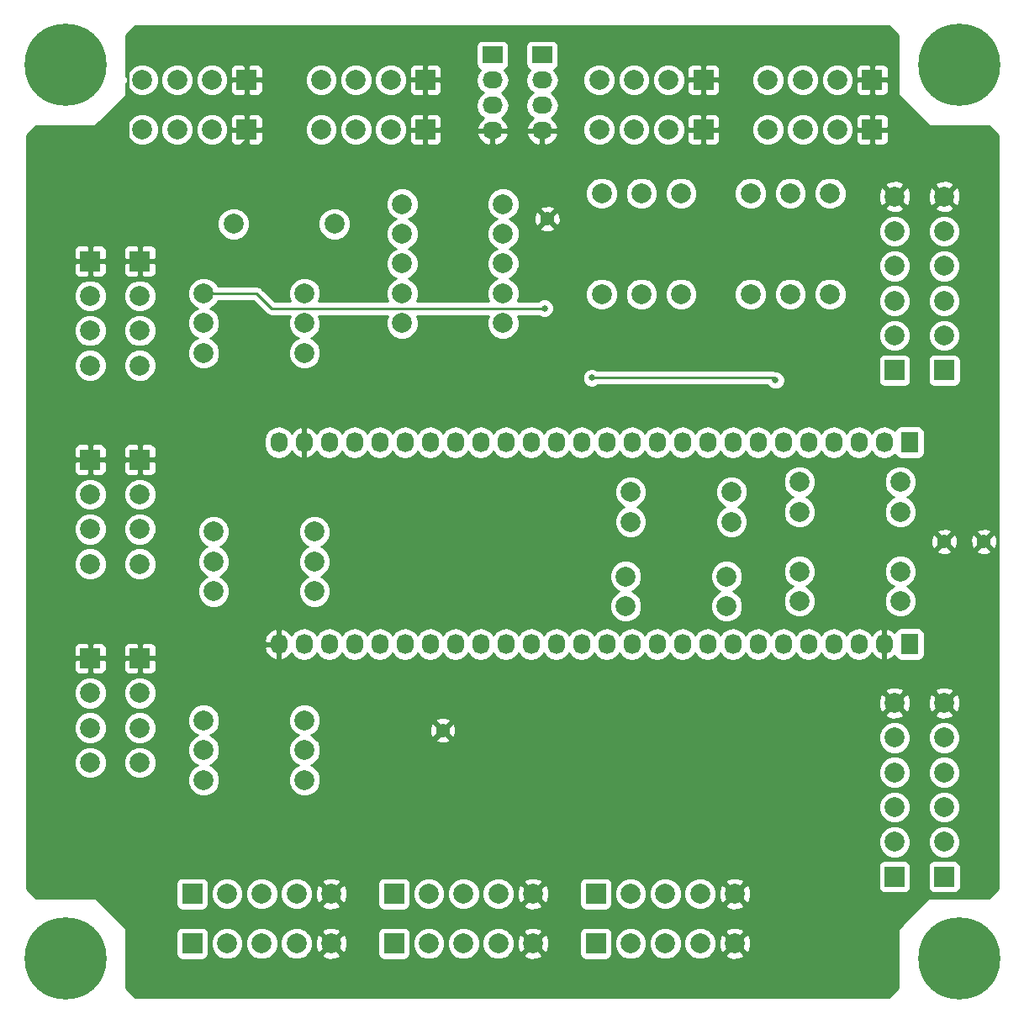
<source format=gbl>
G04 #@! TF.FileFunction,Copper,L2,Bot,Signal*
%FSLAX46Y46*%
G04 Gerber Fmt 4.6, Leading zero omitted, Abs format (unit mm)*
G04 Created by KiCad (PCBNEW 4.0.2+dfsg1-2~bpo8+1-stable) date Wed 06 Apr 2016 09:14:05 AM EDT*
%MOMM*%
G01*
G04 APERTURE LIST*
%ADD10C,0.100000*%
%ADD11R,1.727200X2.032000*%
%ADD12O,1.727200X2.032000*%
%ADD13C,8.255000*%
%ADD14C,1.998980*%
%ADD15R,2.000000X2.000000*%
%ADD16C,2.000000*%
%ADD17R,2.032000X1.727200*%
%ADD18O,2.032000X1.727200*%
%ADD19C,1.397000*%
%ADD20C,0.635000*%
%ADD21C,0.254000*%
G04 APERTURE END LIST*
D10*
D11*
X130000000Y-93000000D03*
D12*
X127460000Y-93000000D03*
X124920000Y-93000000D03*
X122380000Y-93000000D03*
X119840000Y-93000000D03*
X117300000Y-93000000D03*
X114760000Y-93000000D03*
X112220000Y-93000000D03*
X109680000Y-93000000D03*
X107140000Y-93000000D03*
X104600000Y-93000000D03*
X102060000Y-93000000D03*
X99520000Y-93000000D03*
X96980000Y-93000000D03*
X94440000Y-93000000D03*
X91900000Y-93000000D03*
X89360000Y-93000000D03*
X86820000Y-93000000D03*
X84280000Y-93000000D03*
X81740000Y-93000000D03*
X79200000Y-93000000D03*
X76660000Y-93000000D03*
X74120000Y-93000000D03*
X71580000Y-93000000D03*
X69040000Y-93000000D03*
X66500000Y-93000000D03*
D11*
X130000000Y-113320000D03*
D12*
X127460000Y-113320000D03*
X124920000Y-113320000D03*
X122380000Y-113320000D03*
X119840000Y-113320000D03*
X117300000Y-113320000D03*
X114760000Y-113320000D03*
X112220000Y-113320000D03*
X109680000Y-113320000D03*
X107140000Y-113320000D03*
X104600000Y-113320000D03*
X102060000Y-113320000D03*
X99520000Y-113320000D03*
X96980000Y-113320000D03*
X94440000Y-113320000D03*
X91900000Y-113320000D03*
X89360000Y-113320000D03*
X86820000Y-113320000D03*
X84280000Y-113320000D03*
X81740000Y-113320000D03*
X79200000Y-113320000D03*
X76660000Y-113320000D03*
X74120000Y-113320000D03*
X71580000Y-113320000D03*
X69040000Y-113320000D03*
X66500000Y-113320000D03*
D13*
X45000000Y-145000000D03*
X135000000Y-145000000D03*
X45000000Y-55000000D03*
X135000000Y-55000000D03*
D14*
X118920000Y-109000000D03*
X129080000Y-109000000D03*
X118920000Y-106000000D03*
X129080000Y-106000000D03*
X101420000Y-109500000D03*
X111580000Y-109500000D03*
X101420000Y-106500000D03*
X111580000Y-106500000D03*
X101920000Y-101000000D03*
X112080000Y-101000000D03*
X101920000Y-98000000D03*
X112080000Y-98000000D03*
X118920000Y-100000000D03*
X129080000Y-100000000D03*
X118920000Y-97000000D03*
X129080000Y-97000000D03*
X69080000Y-121000000D03*
X58920000Y-121000000D03*
X70080000Y-102000000D03*
X59920000Y-102000000D03*
X69080000Y-78000000D03*
X58920000Y-78000000D03*
X89080000Y-78000000D03*
X78920000Y-78000000D03*
X69080000Y-124000000D03*
X58920000Y-124000000D03*
X70080000Y-105000000D03*
X59920000Y-105000000D03*
X69080000Y-81000000D03*
X58920000Y-81000000D03*
X89080000Y-81000000D03*
X78920000Y-81000000D03*
X69080000Y-127000000D03*
X58920000Y-127000000D03*
X70080000Y-108000000D03*
X59920000Y-108000000D03*
X69080000Y-84000000D03*
X58920000Y-84000000D03*
X72080000Y-71000000D03*
X61920000Y-71000000D03*
X89080000Y-69000000D03*
X78920000Y-69000000D03*
X122000000Y-78080000D03*
X122000000Y-67920000D03*
X107000000Y-78080000D03*
X107000000Y-67920000D03*
X89080000Y-72000000D03*
X78920000Y-72000000D03*
X118000000Y-78080000D03*
X118000000Y-67920000D03*
X103000000Y-78080000D03*
X103000000Y-67920000D03*
X89080000Y-75000000D03*
X78920000Y-75000000D03*
X114000000Y-78080000D03*
X114000000Y-67920000D03*
X99000000Y-78080000D03*
X99000000Y-67920000D03*
D15*
X98410000Y-143470000D03*
X98410000Y-138470000D03*
D16*
X101910000Y-143470000D03*
X101910000Y-138470000D03*
X105410000Y-143470000D03*
X105410000Y-138470000D03*
X108910000Y-143470000D03*
X108910000Y-138470000D03*
X112410000Y-143470000D03*
X112410000Y-138470000D03*
D15*
X47500000Y-114750000D03*
X52500000Y-114750000D03*
D16*
X47500000Y-118250000D03*
X52500000Y-118250000D03*
X47500000Y-121750000D03*
X52500000Y-121750000D03*
X47500000Y-125250000D03*
X52500000Y-125250000D03*
D15*
X47500000Y-94750000D03*
X52500000Y-94750000D03*
D16*
X47500000Y-98250000D03*
X52500000Y-98250000D03*
X47500000Y-101750000D03*
X52500000Y-101750000D03*
X47500000Y-105250000D03*
X52500000Y-105250000D03*
D15*
X47500000Y-74750000D03*
X52500000Y-74750000D03*
D16*
X47500000Y-78250000D03*
X52500000Y-78250000D03*
X47500000Y-81750000D03*
X52500000Y-81750000D03*
X47500000Y-85250000D03*
X52500000Y-85250000D03*
D15*
X63250000Y-56500000D03*
X63250000Y-61500000D03*
D16*
X59750000Y-56500000D03*
X59750000Y-61500000D03*
X56250000Y-56500000D03*
X56250000Y-61500000D03*
X52750000Y-56500000D03*
X52750000Y-61500000D03*
D15*
X81250000Y-56500000D03*
X81250000Y-61500000D03*
D16*
X77750000Y-56500000D03*
X77750000Y-61500000D03*
X74250000Y-56500000D03*
X74250000Y-61500000D03*
X70750000Y-56500000D03*
X70750000Y-61500000D03*
D15*
X109250000Y-56500000D03*
X109250000Y-61500000D03*
D16*
X105750000Y-56500000D03*
X105750000Y-61500000D03*
X102250000Y-56500000D03*
X102250000Y-61500000D03*
X98750000Y-56500000D03*
X98750000Y-61500000D03*
D15*
X126250000Y-56500000D03*
X126250000Y-61500000D03*
D16*
X122750000Y-56500000D03*
X122750000Y-61500000D03*
X119250000Y-56500000D03*
X119250000Y-61500000D03*
X115750000Y-56500000D03*
X115750000Y-61500000D03*
D15*
X57770000Y-143470000D03*
X57770000Y-138470000D03*
D16*
X61270000Y-143470000D03*
X61270000Y-138470000D03*
X64770000Y-143470000D03*
X64770000Y-138470000D03*
X68270000Y-143470000D03*
X68270000Y-138470000D03*
X71770000Y-143470000D03*
X71770000Y-138470000D03*
D15*
X78090000Y-143470000D03*
X78090000Y-138470000D03*
D16*
X81590000Y-143470000D03*
X81590000Y-138470000D03*
X85090000Y-143470000D03*
X85090000Y-138470000D03*
X88590000Y-143470000D03*
X88590000Y-138470000D03*
X92090000Y-143470000D03*
X92090000Y-138470000D03*
D15*
X133500000Y-136750000D03*
X128500000Y-136750000D03*
D16*
X133500000Y-133250000D03*
X128500000Y-133250000D03*
X133500000Y-129750000D03*
X128500000Y-129750000D03*
X133500000Y-126250000D03*
X128500000Y-126250000D03*
X133500000Y-122750000D03*
X128500000Y-122750000D03*
X133500000Y-119250000D03*
X128500000Y-119250000D03*
D15*
X133500000Y-85750000D03*
X128500000Y-85750000D03*
D16*
X133500000Y-82250000D03*
X128500000Y-82250000D03*
X133500000Y-78750000D03*
X128500000Y-78750000D03*
X133500000Y-75250000D03*
X128500000Y-75250000D03*
X133500000Y-71750000D03*
X128500000Y-71750000D03*
X133500000Y-68250000D03*
X128500000Y-68250000D03*
D17*
X88000000Y-54000000D03*
D18*
X88000000Y-56540000D03*
X88000000Y-59080000D03*
X88000000Y-61620000D03*
D17*
X93000000Y-54000000D03*
D18*
X93000000Y-56540000D03*
X93000000Y-59080000D03*
X93000000Y-61620000D03*
D19*
X137500000Y-103000000D03*
X133500000Y-103000000D03*
X83000000Y-122000000D03*
X93500000Y-70500000D03*
D20*
X93250000Y-79500000D03*
X98000000Y-86500000D03*
X116500000Y-86750000D03*
D21*
X63250000Y-56500000D02*
X63250000Y-55250000D01*
X61000000Y-64750000D02*
X63250000Y-62500000D01*
X51750000Y-64750000D02*
X61000000Y-64750000D01*
X51250000Y-64250000D02*
X51750000Y-64750000D01*
X51250000Y-58500000D02*
X51250000Y-64250000D01*
X51250000Y-54500000D02*
X51250000Y-58500000D01*
X62500000Y-54500000D02*
X51250000Y-54500000D01*
X63250000Y-55250000D02*
X62500000Y-54500000D01*
X63250000Y-62500000D02*
X63250000Y-61500000D01*
X64250000Y-78000000D02*
X58920000Y-78000000D01*
X65750000Y-79500000D02*
X64250000Y-78000000D01*
X68250000Y-79500000D02*
X65750000Y-79500000D01*
X77250000Y-79500000D02*
X68250000Y-79500000D01*
X93250000Y-79500000D02*
X77250000Y-79500000D01*
X116250000Y-86500000D02*
X98000000Y-86500000D01*
X116500000Y-86750000D02*
X116250000Y-86500000D01*
G36*
X128873000Y-52052606D02*
X128873000Y-58000000D01*
X128883006Y-58049410D01*
X128910197Y-58089803D01*
X131910197Y-61089803D01*
X131952211Y-61117666D01*
X132000000Y-61127000D01*
X137947394Y-61127000D01*
X138873000Y-62052606D01*
X138873000Y-137947394D01*
X137947394Y-138873000D01*
X132000000Y-138873000D01*
X131950590Y-138883006D01*
X131910197Y-138910197D01*
X128910197Y-141910197D01*
X128882334Y-141952211D01*
X128873000Y-142000000D01*
X128873000Y-147947394D01*
X127947394Y-148873000D01*
X52052606Y-148873000D01*
X51127000Y-147947394D01*
X51127000Y-142470000D01*
X56122560Y-142470000D01*
X56122560Y-144470000D01*
X56166838Y-144705317D01*
X56305910Y-144921441D01*
X56518110Y-145066431D01*
X56770000Y-145117440D01*
X58770000Y-145117440D01*
X59005317Y-145073162D01*
X59221441Y-144934090D01*
X59366431Y-144721890D01*
X59417440Y-144470000D01*
X59417440Y-143793795D01*
X59634716Y-143793795D01*
X59883106Y-144394943D01*
X60342637Y-144855278D01*
X60943352Y-145104716D01*
X61593795Y-145105284D01*
X62194943Y-144856894D01*
X62655278Y-144397363D01*
X62904716Y-143796648D01*
X62904718Y-143793795D01*
X63134716Y-143793795D01*
X63383106Y-144394943D01*
X63842637Y-144855278D01*
X64443352Y-145104716D01*
X65093795Y-145105284D01*
X65694943Y-144856894D01*
X66155278Y-144397363D01*
X66404716Y-143796648D01*
X66404718Y-143793795D01*
X66634716Y-143793795D01*
X66883106Y-144394943D01*
X67342637Y-144855278D01*
X67943352Y-145104716D01*
X68593795Y-145105284D01*
X69194943Y-144856894D01*
X69429715Y-144622532D01*
X70797073Y-144622532D01*
X70895736Y-144889387D01*
X71505461Y-145115908D01*
X72155460Y-145091856D01*
X72644264Y-144889387D01*
X72742927Y-144622532D01*
X71770000Y-143649605D01*
X70797073Y-144622532D01*
X69429715Y-144622532D01*
X69655278Y-144397363D01*
X69904716Y-143796648D01*
X69905232Y-143205461D01*
X70124092Y-143205461D01*
X70148144Y-143855460D01*
X70350613Y-144344264D01*
X70617468Y-144442927D01*
X71590395Y-143470000D01*
X71949605Y-143470000D01*
X72922532Y-144442927D01*
X73189387Y-144344264D01*
X73415908Y-143734539D01*
X73391856Y-143084540D01*
X73189387Y-142595736D01*
X72922532Y-142497073D01*
X71949605Y-143470000D01*
X71590395Y-143470000D01*
X70617468Y-142497073D01*
X70350613Y-142595736D01*
X70124092Y-143205461D01*
X69905232Y-143205461D01*
X69905284Y-143146205D01*
X69656894Y-142545057D01*
X69429703Y-142317468D01*
X70797073Y-142317468D01*
X71770000Y-143290395D01*
X72590395Y-142470000D01*
X76442560Y-142470000D01*
X76442560Y-144470000D01*
X76486838Y-144705317D01*
X76625910Y-144921441D01*
X76838110Y-145066431D01*
X77090000Y-145117440D01*
X79090000Y-145117440D01*
X79325317Y-145073162D01*
X79541441Y-144934090D01*
X79686431Y-144721890D01*
X79737440Y-144470000D01*
X79737440Y-143793795D01*
X79954716Y-143793795D01*
X80203106Y-144394943D01*
X80662637Y-144855278D01*
X81263352Y-145104716D01*
X81913795Y-145105284D01*
X82514943Y-144856894D01*
X82975278Y-144397363D01*
X83224716Y-143796648D01*
X83224718Y-143793795D01*
X83454716Y-143793795D01*
X83703106Y-144394943D01*
X84162637Y-144855278D01*
X84763352Y-145104716D01*
X85413795Y-145105284D01*
X86014943Y-144856894D01*
X86475278Y-144397363D01*
X86724716Y-143796648D01*
X86724718Y-143793795D01*
X86954716Y-143793795D01*
X87203106Y-144394943D01*
X87662637Y-144855278D01*
X88263352Y-145104716D01*
X88913795Y-145105284D01*
X89514943Y-144856894D01*
X89749715Y-144622532D01*
X91117073Y-144622532D01*
X91215736Y-144889387D01*
X91825461Y-145115908D01*
X92475460Y-145091856D01*
X92964264Y-144889387D01*
X93062927Y-144622532D01*
X92090000Y-143649605D01*
X91117073Y-144622532D01*
X89749715Y-144622532D01*
X89975278Y-144397363D01*
X90224716Y-143796648D01*
X90225232Y-143205461D01*
X90444092Y-143205461D01*
X90468144Y-143855460D01*
X90670613Y-144344264D01*
X90937468Y-144442927D01*
X91910395Y-143470000D01*
X92269605Y-143470000D01*
X93242532Y-144442927D01*
X93509387Y-144344264D01*
X93735908Y-143734539D01*
X93711856Y-143084540D01*
X93509387Y-142595736D01*
X93242532Y-142497073D01*
X92269605Y-143470000D01*
X91910395Y-143470000D01*
X90937468Y-142497073D01*
X90670613Y-142595736D01*
X90444092Y-143205461D01*
X90225232Y-143205461D01*
X90225284Y-143146205D01*
X89976894Y-142545057D01*
X89749703Y-142317468D01*
X91117073Y-142317468D01*
X92090000Y-143290395D01*
X92910395Y-142470000D01*
X96762560Y-142470000D01*
X96762560Y-144470000D01*
X96806838Y-144705317D01*
X96945910Y-144921441D01*
X97158110Y-145066431D01*
X97410000Y-145117440D01*
X99410000Y-145117440D01*
X99645317Y-145073162D01*
X99861441Y-144934090D01*
X100006431Y-144721890D01*
X100057440Y-144470000D01*
X100057440Y-143793795D01*
X100274716Y-143793795D01*
X100523106Y-144394943D01*
X100982637Y-144855278D01*
X101583352Y-145104716D01*
X102233795Y-145105284D01*
X102834943Y-144856894D01*
X103295278Y-144397363D01*
X103544716Y-143796648D01*
X103544718Y-143793795D01*
X103774716Y-143793795D01*
X104023106Y-144394943D01*
X104482637Y-144855278D01*
X105083352Y-145104716D01*
X105733795Y-145105284D01*
X106334943Y-144856894D01*
X106795278Y-144397363D01*
X107044716Y-143796648D01*
X107044718Y-143793795D01*
X107274716Y-143793795D01*
X107523106Y-144394943D01*
X107982637Y-144855278D01*
X108583352Y-145104716D01*
X109233795Y-145105284D01*
X109834943Y-144856894D01*
X110069715Y-144622532D01*
X111437073Y-144622532D01*
X111535736Y-144889387D01*
X112145461Y-145115908D01*
X112795460Y-145091856D01*
X113284264Y-144889387D01*
X113382927Y-144622532D01*
X112410000Y-143649605D01*
X111437073Y-144622532D01*
X110069715Y-144622532D01*
X110295278Y-144397363D01*
X110544716Y-143796648D01*
X110545232Y-143205461D01*
X110764092Y-143205461D01*
X110788144Y-143855460D01*
X110990613Y-144344264D01*
X111257468Y-144442927D01*
X112230395Y-143470000D01*
X112589605Y-143470000D01*
X113562532Y-144442927D01*
X113829387Y-144344264D01*
X114055908Y-143734539D01*
X114031856Y-143084540D01*
X113829387Y-142595736D01*
X113562532Y-142497073D01*
X112589605Y-143470000D01*
X112230395Y-143470000D01*
X111257468Y-142497073D01*
X110990613Y-142595736D01*
X110764092Y-143205461D01*
X110545232Y-143205461D01*
X110545284Y-143146205D01*
X110296894Y-142545057D01*
X110069703Y-142317468D01*
X111437073Y-142317468D01*
X112410000Y-143290395D01*
X113382927Y-142317468D01*
X113284264Y-142050613D01*
X112674539Y-141824092D01*
X112024540Y-141848144D01*
X111535736Y-142050613D01*
X111437073Y-142317468D01*
X110069703Y-142317468D01*
X109837363Y-142084722D01*
X109236648Y-141835284D01*
X108586205Y-141834716D01*
X107985057Y-142083106D01*
X107524722Y-142542637D01*
X107275284Y-143143352D01*
X107274716Y-143793795D01*
X107044718Y-143793795D01*
X107045284Y-143146205D01*
X106796894Y-142545057D01*
X106337363Y-142084722D01*
X105736648Y-141835284D01*
X105086205Y-141834716D01*
X104485057Y-142083106D01*
X104024722Y-142542637D01*
X103775284Y-143143352D01*
X103774716Y-143793795D01*
X103544718Y-143793795D01*
X103545284Y-143146205D01*
X103296894Y-142545057D01*
X102837363Y-142084722D01*
X102236648Y-141835284D01*
X101586205Y-141834716D01*
X100985057Y-142083106D01*
X100524722Y-142542637D01*
X100275284Y-143143352D01*
X100274716Y-143793795D01*
X100057440Y-143793795D01*
X100057440Y-142470000D01*
X100013162Y-142234683D01*
X99874090Y-142018559D01*
X99661890Y-141873569D01*
X99410000Y-141822560D01*
X97410000Y-141822560D01*
X97174683Y-141866838D01*
X96958559Y-142005910D01*
X96813569Y-142218110D01*
X96762560Y-142470000D01*
X92910395Y-142470000D01*
X93062927Y-142317468D01*
X92964264Y-142050613D01*
X92354539Y-141824092D01*
X91704540Y-141848144D01*
X91215736Y-142050613D01*
X91117073Y-142317468D01*
X89749703Y-142317468D01*
X89517363Y-142084722D01*
X88916648Y-141835284D01*
X88266205Y-141834716D01*
X87665057Y-142083106D01*
X87204722Y-142542637D01*
X86955284Y-143143352D01*
X86954716Y-143793795D01*
X86724718Y-143793795D01*
X86725284Y-143146205D01*
X86476894Y-142545057D01*
X86017363Y-142084722D01*
X85416648Y-141835284D01*
X84766205Y-141834716D01*
X84165057Y-142083106D01*
X83704722Y-142542637D01*
X83455284Y-143143352D01*
X83454716Y-143793795D01*
X83224718Y-143793795D01*
X83225284Y-143146205D01*
X82976894Y-142545057D01*
X82517363Y-142084722D01*
X81916648Y-141835284D01*
X81266205Y-141834716D01*
X80665057Y-142083106D01*
X80204722Y-142542637D01*
X79955284Y-143143352D01*
X79954716Y-143793795D01*
X79737440Y-143793795D01*
X79737440Y-142470000D01*
X79693162Y-142234683D01*
X79554090Y-142018559D01*
X79341890Y-141873569D01*
X79090000Y-141822560D01*
X77090000Y-141822560D01*
X76854683Y-141866838D01*
X76638559Y-142005910D01*
X76493569Y-142218110D01*
X76442560Y-142470000D01*
X72590395Y-142470000D01*
X72742927Y-142317468D01*
X72644264Y-142050613D01*
X72034539Y-141824092D01*
X71384540Y-141848144D01*
X70895736Y-142050613D01*
X70797073Y-142317468D01*
X69429703Y-142317468D01*
X69197363Y-142084722D01*
X68596648Y-141835284D01*
X67946205Y-141834716D01*
X67345057Y-142083106D01*
X66884722Y-142542637D01*
X66635284Y-143143352D01*
X66634716Y-143793795D01*
X66404718Y-143793795D01*
X66405284Y-143146205D01*
X66156894Y-142545057D01*
X65697363Y-142084722D01*
X65096648Y-141835284D01*
X64446205Y-141834716D01*
X63845057Y-142083106D01*
X63384722Y-142542637D01*
X63135284Y-143143352D01*
X63134716Y-143793795D01*
X62904718Y-143793795D01*
X62905284Y-143146205D01*
X62656894Y-142545057D01*
X62197363Y-142084722D01*
X61596648Y-141835284D01*
X60946205Y-141834716D01*
X60345057Y-142083106D01*
X59884722Y-142542637D01*
X59635284Y-143143352D01*
X59634716Y-143793795D01*
X59417440Y-143793795D01*
X59417440Y-142470000D01*
X59373162Y-142234683D01*
X59234090Y-142018559D01*
X59021890Y-141873569D01*
X58770000Y-141822560D01*
X56770000Y-141822560D01*
X56534683Y-141866838D01*
X56318559Y-142005910D01*
X56173569Y-142218110D01*
X56122560Y-142470000D01*
X51127000Y-142470000D01*
X51127000Y-142000000D01*
X51116994Y-141950590D01*
X51089803Y-141910197D01*
X48089803Y-138910197D01*
X48047789Y-138882334D01*
X48000000Y-138873000D01*
X42052606Y-138873000D01*
X41127000Y-137947394D01*
X41127000Y-137470000D01*
X56122560Y-137470000D01*
X56122560Y-139470000D01*
X56166838Y-139705317D01*
X56305910Y-139921441D01*
X56518110Y-140066431D01*
X56770000Y-140117440D01*
X58770000Y-140117440D01*
X59005317Y-140073162D01*
X59221441Y-139934090D01*
X59366431Y-139721890D01*
X59417440Y-139470000D01*
X59417440Y-138793795D01*
X59634716Y-138793795D01*
X59883106Y-139394943D01*
X60342637Y-139855278D01*
X60943352Y-140104716D01*
X61593795Y-140105284D01*
X62194943Y-139856894D01*
X62655278Y-139397363D01*
X62904716Y-138796648D01*
X62904718Y-138793795D01*
X63134716Y-138793795D01*
X63383106Y-139394943D01*
X63842637Y-139855278D01*
X64443352Y-140104716D01*
X65093795Y-140105284D01*
X65694943Y-139856894D01*
X66155278Y-139397363D01*
X66404716Y-138796648D01*
X66404718Y-138793795D01*
X66634716Y-138793795D01*
X66883106Y-139394943D01*
X67342637Y-139855278D01*
X67943352Y-140104716D01*
X68593795Y-140105284D01*
X69194943Y-139856894D01*
X69429715Y-139622532D01*
X70797073Y-139622532D01*
X70895736Y-139889387D01*
X71505461Y-140115908D01*
X72155460Y-140091856D01*
X72644264Y-139889387D01*
X72742927Y-139622532D01*
X71770000Y-138649605D01*
X70797073Y-139622532D01*
X69429715Y-139622532D01*
X69655278Y-139397363D01*
X69904716Y-138796648D01*
X69905232Y-138205461D01*
X70124092Y-138205461D01*
X70148144Y-138855460D01*
X70350613Y-139344264D01*
X70617468Y-139442927D01*
X71590395Y-138470000D01*
X71949605Y-138470000D01*
X72922532Y-139442927D01*
X73189387Y-139344264D01*
X73415908Y-138734539D01*
X73391856Y-138084540D01*
X73189387Y-137595736D01*
X72922532Y-137497073D01*
X71949605Y-138470000D01*
X71590395Y-138470000D01*
X70617468Y-137497073D01*
X70350613Y-137595736D01*
X70124092Y-138205461D01*
X69905232Y-138205461D01*
X69905284Y-138146205D01*
X69656894Y-137545057D01*
X69429703Y-137317468D01*
X70797073Y-137317468D01*
X71770000Y-138290395D01*
X72590395Y-137470000D01*
X76442560Y-137470000D01*
X76442560Y-139470000D01*
X76486838Y-139705317D01*
X76625910Y-139921441D01*
X76838110Y-140066431D01*
X77090000Y-140117440D01*
X79090000Y-140117440D01*
X79325317Y-140073162D01*
X79541441Y-139934090D01*
X79686431Y-139721890D01*
X79737440Y-139470000D01*
X79737440Y-138793795D01*
X79954716Y-138793795D01*
X80203106Y-139394943D01*
X80662637Y-139855278D01*
X81263352Y-140104716D01*
X81913795Y-140105284D01*
X82514943Y-139856894D01*
X82975278Y-139397363D01*
X83224716Y-138796648D01*
X83224718Y-138793795D01*
X83454716Y-138793795D01*
X83703106Y-139394943D01*
X84162637Y-139855278D01*
X84763352Y-140104716D01*
X85413795Y-140105284D01*
X86014943Y-139856894D01*
X86475278Y-139397363D01*
X86724716Y-138796648D01*
X86724718Y-138793795D01*
X86954716Y-138793795D01*
X87203106Y-139394943D01*
X87662637Y-139855278D01*
X88263352Y-140104716D01*
X88913795Y-140105284D01*
X89514943Y-139856894D01*
X89749715Y-139622532D01*
X91117073Y-139622532D01*
X91215736Y-139889387D01*
X91825461Y-140115908D01*
X92475460Y-140091856D01*
X92964264Y-139889387D01*
X93062927Y-139622532D01*
X92090000Y-138649605D01*
X91117073Y-139622532D01*
X89749715Y-139622532D01*
X89975278Y-139397363D01*
X90224716Y-138796648D01*
X90225232Y-138205461D01*
X90444092Y-138205461D01*
X90468144Y-138855460D01*
X90670613Y-139344264D01*
X90937468Y-139442927D01*
X91910395Y-138470000D01*
X92269605Y-138470000D01*
X93242532Y-139442927D01*
X93509387Y-139344264D01*
X93735908Y-138734539D01*
X93711856Y-138084540D01*
X93509387Y-137595736D01*
X93242532Y-137497073D01*
X92269605Y-138470000D01*
X91910395Y-138470000D01*
X90937468Y-137497073D01*
X90670613Y-137595736D01*
X90444092Y-138205461D01*
X90225232Y-138205461D01*
X90225284Y-138146205D01*
X89976894Y-137545057D01*
X89749703Y-137317468D01*
X91117073Y-137317468D01*
X92090000Y-138290395D01*
X92910395Y-137470000D01*
X96762560Y-137470000D01*
X96762560Y-139470000D01*
X96806838Y-139705317D01*
X96945910Y-139921441D01*
X97158110Y-140066431D01*
X97410000Y-140117440D01*
X99410000Y-140117440D01*
X99645317Y-140073162D01*
X99861441Y-139934090D01*
X100006431Y-139721890D01*
X100057440Y-139470000D01*
X100057440Y-138793795D01*
X100274716Y-138793795D01*
X100523106Y-139394943D01*
X100982637Y-139855278D01*
X101583352Y-140104716D01*
X102233795Y-140105284D01*
X102834943Y-139856894D01*
X103295278Y-139397363D01*
X103544716Y-138796648D01*
X103544718Y-138793795D01*
X103774716Y-138793795D01*
X104023106Y-139394943D01*
X104482637Y-139855278D01*
X105083352Y-140104716D01*
X105733795Y-140105284D01*
X106334943Y-139856894D01*
X106795278Y-139397363D01*
X107044716Y-138796648D01*
X107044718Y-138793795D01*
X107274716Y-138793795D01*
X107523106Y-139394943D01*
X107982637Y-139855278D01*
X108583352Y-140104716D01*
X109233795Y-140105284D01*
X109834943Y-139856894D01*
X110069715Y-139622532D01*
X111437073Y-139622532D01*
X111535736Y-139889387D01*
X112145461Y-140115908D01*
X112795460Y-140091856D01*
X113284264Y-139889387D01*
X113382927Y-139622532D01*
X112410000Y-138649605D01*
X111437073Y-139622532D01*
X110069715Y-139622532D01*
X110295278Y-139397363D01*
X110544716Y-138796648D01*
X110545232Y-138205461D01*
X110764092Y-138205461D01*
X110788144Y-138855460D01*
X110990613Y-139344264D01*
X111257468Y-139442927D01*
X112230395Y-138470000D01*
X112589605Y-138470000D01*
X113562532Y-139442927D01*
X113829387Y-139344264D01*
X114055908Y-138734539D01*
X114031856Y-138084540D01*
X113829387Y-137595736D01*
X113562532Y-137497073D01*
X112589605Y-138470000D01*
X112230395Y-138470000D01*
X111257468Y-137497073D01*
X110990613Y-137595736D01*
X110764092Y-138205461D01*
X110545232Y-138205461D01*
X110545284Y-138146205D01*
X110296894Y-137545057D01*
X110069703Y-137317468D01*
X111437073Y-137317468D01*
X112410000Y-138290395D01*
X113382927Y-137317468D01*
X113284264Y-137050613D01*
X112674539Y-136824092D01*
X112024540Y-136848144D01*
X111535736Y-137050613D01*
X111437073Y-137317468D01*
X110069703Y-137317468D01*
X109837363Y-137084722D01*
X109236648Y-136835284D01*
X108586205Y-136834716D01*
X107985057Y-137083106D01*
X107524722Y-137542637D01*
X107275284Y-138143352D01*
X107274716Y-138793795D01*
X107044718Y-138793795D01*
X107045284Y-138146205D01*
X106796894Y-137545057D01*
X106337363Y-137084722D01*
X105736648Y-136835284D01*
X105086205Y-136834716D01*
X104485057Y-137083106D01*
X104024722Y-137542637D01*
X103775284Y-138143352D01*
X103774716Y-138793795D01*
X103544718Y-138793795D01*
X103545284Y-138146205D01*
X103296894Y-137545057D01*
X102837363Y-137084722D01*
X102236648Y-136835284D01*
X101586205Y-136834716D01*
X100985057Y-137083106D01*
X100524722Y-137542637D01*
X100275284Y-138143352D01*
X100274716Y-138793795D01*
X100057440Y-138793795D01*
X100057440Y-137470000D01*
X100013162Y-137234683D01*
X99874090Y-137018559D01*
X99661890Y-136873569D01*
X99410000Y-136822560D01*
X97410000Y-136822560D01*
X97174683Y-136866838D01*
X96958559Y-137005910D01*
X96813569Y-137218110D01*
X96762560Y-137470000D01*
X92910395Y-137470000D01*
X93062927Y-137317468D01*
X92964264Y-137050613D01*
X92354539Y-136824092D01*
X91704540Y-136848144D01*
X91215736Y-137050613D01*
X91117073Y-137317468D01*
X89749703Y-137317468D01*
X89517363Y-137084722D01*
X88916648Y-136835284D01*
X88266205Y-136834716D01*
X87665057Y-137083106D01*
X87204722Y-137542637D01*
X86955284Y-138143352D01*
X86954716Y-138793795D01*
X86724718Y-138793795D01*
X86725284Y-138146205D01*
X86476894Y-137545057D01*
X86017363Y-137084722D01*
X85416648Y-136835284D01*
X84766205Y-136834716D01*
X84165057Y-137083106D01*
X83704722Y-137542637D01*
X83455284Y-138143352D01*
X83454716Y-138793795D01*
X83224718Y-138793795D01*
X83225284Y-138146205D01*
X82976894Y-137545057D01*
X82517363Y-137084722D01*
X81916648Y-136835284D01*
X81266205Y-136834716D01*
X80665057Y-137083106D01*
X80204722Y-137542637D01*
X79955284Y-138143352D01*
X79954716Y-138793795D01*
X79737440Y-138793795D01*
X79737440Y-137470000D01*
X79693162Y-137234683D01*
X79554090Y-137018559D01*
X79341890Y-136873569D01*
X79090000Y-136822560D01*
X77090000Y-136822560D01*
X76854683Y-136866838D01*
X76638559Y-137005910D01*
X76493569Y-137218110D01*
X76442560Y-137470000D01*
X72590395Y-137470000D01*
X72742927Y-137317468D01*
X72644264Y-137050613D01*
X72034539Y-136824092D01*
X71384540Y-136848144D01*
X70895736Y-137050613D01*
X70797073Y-137317468D01*
X69429703Y-137317468D01*
X69197363Y-137084722D01*
X68596648Y-136835284D01*
X67946205Y-136834716D01*
X67345057Y-137083106D01*
X66884722Y-137542637D01*
X66635284Y-138143352D01*
X66634716Y-138793795D01*
X66404718Y-138793795D01*
X66405284Y-138146205D01*
X66156894Y-137545057D01*
X65697363Y-137084722D01*
X65096648Y-136835284D01*
X64446205Y-136834716D01*
X63845057Y-137083106D01*
X63384722Y-137542637D01*
X63135284Y-138143352D01*
X63134716Y-138793795D01*
X62904718Y-138793795D01*
X62905284Y-138146205D01*
X62656894Y-137545057D01*
X62197363Y-137084722D01*
X61596648Y-136835284D01*
X60946205Y-136834716D01*
X60345057Y-137083106D01*
X59884722Y-137542637D01*
X59635284Y-138143352D01*
X59634716Y-138793795D01*
X59417440Y-138793795D01*
X59417440Y-137470000D01*
X59373162Y-137234683D01*
X59234090Y-137018559D01*
X59021890Y-136873569D01*
X58770000Y-136822560D01*
X56770000Y-136822560D01*
X56534683Y-136866838D01*
X56318559Y-137005910D01*
X56173569Y-137218110D01*
X56122560Y-137470000D01*
X41127000Y-137470000D01*
X41127000Y-135750000D01*
X126852560Y-135750000D01*
X126852560Y-137750000D01*
X126896838Y-137985317D01*
X127035910Y-138201441D01*
X127248110Y-138346431D01*
X127500000Y-138397440D01*
X129500000Y-138397440D01*
X129735317Y-138353162D01*
X129951441Y-138214090D01*
X130096431Y-138001890D01*
X130147440Y-137750000D01*
X130147440Y-135750000D01*
X131852560Y-135750000D01*
X131852560Y-137750000D01*
X131896838Y-137985317D01*
X132035910Y-138201441D01*
X132248110Y-138346431D01*
X132500000Y-138397440D01*
X134500000Y-138397440D01*
X134735317Y-138353162D01*
X134951441Y-138214090D01*
X135096431Y-138001890D01*
X135147440Y-137750000D01*
X135147440Y-135750000D01*
X135103162Y-135514683D01*
X134964090Y-135298559D01*
X134751890Y-135153569D01*
X134500000Y-135102560D01*
X132500000Y-135102560D01*
X132264683Y-135146838D01*
X132048559Y-135285910D01*
X131903569Y-135498110D01*
X131852560Y-135750000D01*
X130147440Y-135750000D01*
X130103162Y-135514683D01*
X129964090Y-135298559D01*
X129751890Y-135153569D01*
X129500000Y-135102560D01*
X127500000Y-135102560D01*
X127264683Y-135146838D01*
X127048559Y-135285910D01*
X126903569Y-135498110D01*
X126852560Y-135750000D01*
X41127000Y-135750000D01*
X41127000Y-133573795D01*
X126864716Y-133573795D01*
X127113106Y-134174943D01*
X127572637Y-134635278D01*
X128173352Y-134884716D01*
X128823795Y-134885284D01*
X129424943Y-134636894D01*
X129885278Y-134177363D01*
X130134716Y-133576648D01*
X130134718Y-133573795D01*
X131864716Y-133573795D01*
X132113106Y-134174943D01*
X132572637Y-134635278D01*
X133173352Y-134884716D01*
X133823795Y-134885284D01*
X134424943Y-134636894D01*
X134885278Y-134177363D01*
X135134716Y-133576648D01*
X135135284Y-132926205D01*
X134886894Y-132325057D01*
X134427363Y-131864722D01*
X133826648Y-131615284D01*
X133176205Y-131614716D01*
X132575057Y-131863106D01*
X132114722Y-132322637D01*
X131865284Y-132923352D01*
X131864716Y-133573795D01*
X130134718Y-133573795D01*
X130135284Y-132926205D01*
X129886894Y-132325057D01*
X129427363Y-131864722D01*
X128826648Y-131615284D01*
X128176205Y-131614716D01*
X127575057Y-131863106D01*
X127114722Y-132322637D01*
X126865284Y-132923352D01*
X126864716Y-133573795D01*
X41127000Y-133573795D01*
X41127000Y-130073795D01*
X126864716Y-130073795D01*
X127113106Y-130674943D01*
X127572637Y-131135278D01*
X128173352Y-131384716D01*
X128823795Y-131385284D01*
X129424943Y-131136894D01*
X129885278Y-130677363D01*
X130134716Y-130076648D01*
X130134718Y-130073795D01*
X131864716Y-130073795D01*
X132113106Y-130674943D01*
X132572637Y-131135278D01*
X133173352Y-131384716D01*
X133823795Y-131385284D01*
X134424943Y-131136894D01*
X134885278Y-130677363D01*
X135134716Y-130076648D01*
X135135284Y-129426205D01*
X134886894Y-128825057D01*
X134427363Y-128364722D01*
X133826648Y-128115284D01*
X133176205Y-128114716D01*
X132575057Y-128363106D01*
X132114722Y-128822637D01*
X131865284Y-129423352D01*
X131864716Y-130073795D01*
X130134718Y-130073795D01*
X130135284Y-129426205D01*
X129886894Y-128825057D01*
X129427363Y-128364722D01*
X128826648Y-128115284D01*
X128176205Y-128114716D01*
X127575057Y-128363106D01*
X127114722Y-128822637D01*
X126865284Y-129423352D01*
X126864716Y-130073795D01*
X41127000Y-130073795D01*
X41127000Y-125573795D01*
X45864716Y-125573795D01*
X46113106Y-126174943D01*
X46572637Y-126635278D01*
X47173352Y-126884716D01*
X47823795Y-126885284D01*
X48424943Y-126636894D01*
X48885278Y-126177363D01*
X49134716Y-125576648D01*
X49134718Y-125573795D01*
X50864716Y-125573795D01*
X51113106Y-126174943D01*
X51572637Y-126635278D01*
X52173352Y-126884716D01*
X52823795Y-126885284D01*
X53424943Y-126636894D01*
X53885278Y-126177363D01*
X54134716Y-125576648D01*
X54135284Y-124926205D01*
X53886894Y-124325057D01*
X53427363Y-123864722D01*
X52826648Y-123615284D01*
X52176205Y-123614716D01*
X51575057Y-123863106D01*
X51114722Y-124322637D01*
X50865284Y-124923352D01*
X50864716Y-125573795D01*
X49134718Y-125573795D01*
X49135284Y-124926205D01*
X48886894Y-124325057D01*
X48427363Y-123864722D01*
X47826648Y-123615284D01*
X47176205Y-123614716D01*
X46575057Y-123863106D01*
X46114722Y-124322637D01*
X45865284Y-124923352D01*
X45864716Y-125573795D01*
X41127000Y-125573795D01*
X41127000Y-122073795D01*
X45864716Y-122073795D01*
X46113106Y-122674943D01*
X46572637Y-123135278D01*
X47173352Y-123384716D01*
X47823795Y-123385284D01*
X48424943Y-123136894D01*
X48885278Y-122677363D01*
X49134716Y-122076648D01*
X49134718Y-122073795D01*
X50864716Y-122073795D01*
X51113106Y-122674943D01*
X51572637Y-123135278D01*
X52173352Y-123384716D01*
X52823795Y-123385284D01*
X53424943Y-123136894D01*
X53885278Y-122677363D01*
X54134716Y-122076648D01*
X54135284Y-121426205D01*
X54092928Y-121323694D01*
X57285226Y-121323694D01*
X57533538Y-121924655D01*
X57992927Y-122384846D01*
X58270189Y-122499975D01*
X57995345Y-122613538D01*
X57535154Y-123072927D01*
X57285794Y-123673453D01*
X57285226Y-124323694D01*
X57533538Y-124924655D01*
X57992927Y-125384846D01*
X58270189Y-125499975D01*
X57995345Y-125613538D01*
X57535154Y-126072927D01*
X57285794Y-126673453D01*
X57285226Y-127323694D01*
X57533538Y-127924655D01*
X57992927Y-128384846D01*
X58593453Y-128634206D01*
X59243694Y-128634774D01*
X59844655Y-128386462D01*
X60304846Y-127927073D01*
X60554206Y-127326547D01*
X60554774Y-126676306D01*
X60306462Y-126075345D01*
X59847073Y-125615154D01*
X59569811Y-125500025D01*
X59844655Y-125386462D01*
X60304846Y-124927073D01*
X60554206Y-124326547D01*
X60554774Y-123676306D01*
X60306462Y-123075345D01*
X59847073Y-122615154D01*
X59569811Y-122500025D01*
X59844655Y-122386462D01*
X60304846Y-121927073D01*
X60554206Y-121326547D01*
X60554208Y-121323694D01*
X67445226Y-121323694D01*
X67693538Y-121924655D01*
X68152927Y-122384846D01*
X68430189Y-122499975D01*
X68155345Y-122613538D01*
X67695154Y-123072927D01*
X67445794Y-123673453D01*
X67445226Y-124323694D01*
X67693538Y-124924655D01*
X68152927Y-125384846D01*
X68430189Y-125499975D01*
X68155345Y-125613538D01*
X67695154Y-126072927D01*
X67445794Y-126673453D01*
X67445226Y-127323694D01*
X67693538Y-127924655D01*
X68152927Y-128384846D01*
X68753453Y-128634206D01*
X69403694Y-128634774D01*
X70004655Y-128386462D01*
X70464846Y-127927073D01*
X70714206Y-127326547D01*
X70714774Y-126676306D01*
X70672418Y-126573795D01*
X126864716Y-126573795D01*
X127113106Y-127174943D01*
X127572637Y-127635278D01*
X128173352Y-127884716D01*
X128823795Y-127885284D01*
X129424943Y-127636894D01*
X129885278Y-127177363D01*
X130134716Y-126576648D01*
X130134718Y-126573795D01*
X131864716Y-126573795D01*
X132113106Y-127174943D01*
X132572637Y-127635278D01*
X133173352Y-127884716D01*
X133823795Y-127885284D01*
X134424943Y-127636894D01*
X134885278Y-127177363D01*
X135134716Y-126576648D01*
X135135284Y-125926205D01*
X134886894Y-125325057D01*
X134427363Y-124864722D01*
X133826648Y-124615284D01*
X133176205Y-124614716D01*
X132575057Y-124863106D01*
X132114722Y-125322637D01*
X131865284Y-125923352D01*
X131864716Y-126573795D01*
X130134718Y-126573795D01*
X130135284Y-125926205D01*
X129886894Y-125325057D01*
X129427363Y-124864722D01*
X128826648Y-124615284D01*
X128176205Y-124614716D01*
X127575057Y-124863106D01*
X127114722Y-125322637D01*
X126865284Y-125923352D01*
X126864716Y-126573795D01*
X70672418Y-126573795D01*
X70466462Y-126075345D01*
X70007073Y-125615154D01*
X69729811Y-125500025D01*
X70004655Y-125386462D01*
X70464846Y-124927073D01*
X70714206Y-124326547D01*
X70714774Y-123676306D01*
X70466462Y-123075345D01*
X70325552Y-122934188D01*
X82245417Y-122934188D01*
X82307071Y-123169800D01*
X82807480Y-123345927D01*
X83337199Y-123317148D01*
X83692929Y-123169800D01*
X83718051Y-123073795D01*
X126864716Y-123073795D01*
X127113106Y-123674943D01*
X127572637Y-124135278D01*
X128173352Y-124384716D01*
X128823795Y-124385284D01*
X129424943Y-124136894D01*
X129885278Y-123677363D01*
X130134716Y-123076648D01*
X130134718Y-123073795D01*
X131864716Y-123073795D01*
X132113106Y-123674943D01*
X132572637Y-124135278D01*
X133173352Y-124384716D01*
X133823795Y-124385284D01*
X134424943Y-124136894D01*
X134885278Y-123677363D01*
X135134716Y-123076648D01*
X135135284Y-122426205D01*
X134886894Y-121825057D01*
X134427363Y-121364722D01*
X133826648Y-121115284D01*
X133176205Y-121114716D01*
X132575057Y-121363106D01*
X132114722Y-121822637D01*
X131865284Y-122423352D01*
X131864716Y-123073795D01*
X130134718Y-123073795D01*
X130135284Y-122426205D01*
X129886894Y-121825057D01*
X129427363Y-121364722D01*
X128826648Y-121115284D01*
X128176205Y-121114716D01*
X127575057Y-121363106D01*
X127114722Y-121822637D01*
X126865284Y-122423352D01*
X126864716Y-123073795D01*
X83718051Y-123073795D01*
X83754583Y-122934188D01*
X83000000Y-122179605D01*
X82245417Y-122934188D01*
X70325552Y-122934188D01*
X70007073Y-122615154D01*
X69729811Y-122500025D01*
X70004655Y-122386462D01*
X70464846Y-121927073D01*
X70514505Y-121807480D01*
X81654073Y-121807480D01*
X81682852Y-122337199D01*
X81830200Y-122692929D01*
X82065812Y-122754583D01*
X82820395Y-122000000D01*
X83179605Y-122000000D01*
X83934188Y-122754583D01*
X84169800Y-122692929D01*
X84345927Y-122192520D01*
X84317148Y-121662801D01*
X84169800Y-121307071D01*
X83934188Y-121245417D01*
X83179605Y-122000000D01*
X82820395Y-122000000D01*
X82065812Y-121245417D01*
X81830200Y-121307071D01*
X81654073Y-121807480D01*
X70514505Y-121807480D01*
X70714206Y-121326547D01*
X70714433Y-121065812D01*
X82245417Y-121065812D01*
X83000000Y-121820395D01*
X83754583Y-121065812D01*
X83692929Y-120830200D01*
X83192520Y-120654073D01*
X82662801Y-120682852D01*
X82307071Y-120830200D01*
X82245417Y-121065812D01*
X70714433Y-121065812D01*
X70714774Y-120676306D01*
X70601653Y-120402532D01*
X127527073Y-120402532D01*
X127625736Y-120669387D01*
X128235461Y-120895908D01*
X128885460Y-120871856D01*
X129374264Y-120669387D01*
X129472927Y-120402532D01*
X132527073Y-120402532D01*
X132625736Y-120669387D01*
X133235461Y-120895908D01*
X133885460Y-120871856D01*
X134374264Y-120669387D01*
X134472927Y-120402532D01*
X133500000Y-119429605D01*
X132527073Y-120402532D01*
X129472927Y-120402532D01*
X128500000Y-119429605D01*
X127527073Y-120402532D01*
X70601653Y-120402532D01*
X70466462Y-120075345D01*
X70007073Y-119615154D01*
X69406547Y-119365794D01*
X68756306Y-119365226D01*
X68155345Y-119613538D01*
X67695154Y-120072927D01*
X67445794Y-120673453D01*
X67445226Y-121323694D01*
X60554208Y-121323694D01*
X60554774Y-120676306D01*
X60306462Y-120075345D01*
X59847073Y-119615154D01*
X59246547Y-119365794D01*
X58596306Y-119365226D01*
X57995345Y-119613538D01*
X57535154Y-120072927D01*
X57285794Y-120673453D01*
X57285226Y-121323694D01*
X54092928Y-121323694D01*
X53886894Y-120825057D01*
X53427363Y-120364722D01*
X52826648Y-120115284D01*
X52176205Y-120114716D01*
X51575057Y-120363106D01*
X51114722Y-120822637D01*
X50865284Y-121423352D01*
X50864716Y-122073795D01*
X49134718Y-122073795D01*
X49135284Y-121426205D01*
X48886894Y-120825057D01*
X48427363Y-120364722D01*
X47826648Y-120115284D01*
X47176205Y-120114716D01*
X46575057Y-120363106D01*
X46114722Y-120822637D01*
X45865284Y-121423352D01*
X45864716Y-122073795D01*
X41127000Y-122073795D01*
X41127000Y-118573795D01*
X45864716Y-118573795D01*
X46113106Y-119174943D01*
X46572637Y-119635278D01*
X47173352Y-119884716D01*
X47823795Y-119885284D01*
X48424943Y-119636894D01*
X48885278Y-119177363D01*
X49134716Y-118576648D01*
X49134718Y-118573795D01*
X50864716Y-118573795D01*
X51113106Y-119174943D01*
X51572637Y-119635278D01*
X52173352Y-119884716D01*
X52823795Y-119885284D01*
X53424943Y-119636894D01*
X53885278Y-119177363D01*
X53964962Y-118985461D01*
X126854092Y-118985461D01*
X126878144Y-119635460D01*
X127080613Y-120124264D01*
X127347468Y-120222927D01*
X128320395Y-119250000D01*
X128679605Y-119250000D01*
X129652532Y-120222927D01*
X129919387Y-120124264D01*
X130145908Y-119514539D01*
X130126331Y-118985461D01*
X131854092Y-118985461D01*
X131878144Y-119635460D01*
X132080613Y-120124264D01*
X132347468Y-120222927D01*
X133320395Y-119250000D01*
X133679605Y-119250000D01*
X134652532Y-120222927D01*
X134919387Y-120124264D01*
X135145908Y-119514539D01*
X135121856Y-118864540D01*
X134919387Y-118375736D01*
X134652532Y-118277073D01*
X133679605Y-119250000D01*
X133320395Y-119250000D01*
X132347468Y-118277073D01*
X132080613Y-118375736D01*
X131854092Y-118985461D01*
X130126331Y-118985461D01*
X130121856Y-118864540D01*
X129919387Y-118375736D01*
X129652532Y-118277073D01*
X128679605Y-119250000D01*
X128320395Y-119250000D01*
X127347468Y-118277073D01*
X127080613Y-118375736D01*
X126854092Y-118985461D01*
X53964962Y-118985461D01*
X54134716Y-118576648D01*
X54135134Y-118097468D01*
X127527073Y-118097468D01*
X128500000Y-119070395D01*
X129472927Y-118097468D01*
X132527073Y-118097468D01*
X133500000Y-119070395D01*
X134472927Y-118097468D01*
X134374264Y-117830613D01*
X133764539Y-117604092D01*
X133114540Y-117628144D01*
X132625736Y-117830613D01*
X132527073Y-118097468D01*
X129472927Y-118097468D01*
X129374264Y-117830613D01*
X128764539Y-117604092D01*
X128114540Y-117628144D01*
X127625736Y-117830613D01*
X127527073Y-118097468D01*
X54135134Y-118097468D01*
X54135284Y-117926205D01*
X53886894Y-117325057D01*
X53427363Y-116864722D01*
X52826648Y-116615284D01*
X52176205Y-116614716D01*
X51575057Y-116863106D01*
X51114722Y-117322637D01*
X50865284Y-117923352D01*
X50864716Y-118573795D01*
X49134718Y-118573795D01*
X49135284Y-117926205D01*
X48886894Y-117325057D01*
X48427363Y-116864722D01*
X47826648Y-116615284D01*
X47176205Y-116614716D01*
X46575057Y-116863106D01*
X46114722Y-117322637D01*
X45865284Y-117923352D01*
X45864716Y-118573795D01*
X41127000Y-118573795D01*
X41127000Y-115035750D01*
X45865000Y-115035750D01*
X45865000Y-115876309D01*
X45961673Y-116109698D01*
X46140301Y-116288327D01*
X46373690Y-116385000D01*
X47214250Y-116385000D01*
X47373000Y-116226250D01*
X47373000Y-114877000D01*
X47627000Y-114877000D01*
X47627000Y-116226250D01*
X47785750Y-116385000D01*
X48626310Y-116385000D01*
X48859699Y-116288327D01*
X49038327Y-116109698D01*
X49135000Y-115876309D01*
X49135000Y-115035750D01*
X50865000Y-115035750D01*
X50865000Y-115876309D01*
X50961673Y-116109698D01*
X51140301Y-116288327D01*
X51373690Y-116385000D01*
X52214250Y-116385000D01*
X52373000Y-116226250D01*
X52373000Y-114877000D01*
X52627000Y-114877000D01*
X52627000Y-116226250D01*
X52785750Y-116385000D01*
X53626310Y-116385000D01*
X53859699Y-116288327D01*
X54038327Y-116109698D01*
X54135000Y-115876309D01*
X54135000Y-115035750D01*
X53976250Y-114877000D01*
X52627000Y-114877000D01*
X52373000Y-114877000D01*
X51023750Y-114877000D01*
X50865000Y-115035750D01*
X49135000Y-115035750D01*
X48976250Y-114877000D01*
X47627000Y-114877000D01*
X47373000Y-114877000D01*
X46023750Y-114877000D01*
X45865000Y-115035750D01*
X41127000Y-115035750D01*
X41127000Y-113623691D01*
X45865000Y-113623691D01*
X45865000Y-114464250D01*
X46023750Y-114623000D01*
X47373000Y-114623000D01*
X47373000Y-113273750D01*
X47627000Y-113273750D01*
X47627000Y-114623000D01*
X48976250Y-114623000D01*
X49135000Y-114464250D01*
X49135000Y-113623691D01*
X50865000Y-113623691D01*
X50865000Y-114464250D01*
X51023750Y-114623000D01*
X52373000Y-114623000D01*
X52373000Y-113273750D01*
X52627000Y-113273750D01*
X52627000Y-114623000D01*
X53976250Y-114623000D01*
X54135000Y-114464250D01*
X54135000Y-113681913D01*
X65014816Y-113681913D01*
X65208046Y-114234320D01*
X65597964Y-114670732D01*
X66125209Y-114924709D01*
X66140974Y-114927358D01*
X66373000Y-114806217D01*
X66373000Y-113447000D01*
X65159076Y-113447000D01*
X65014816Y-113681913D01*
X54135000Y-113681913D01*
X54135000Y-113623691D01*
X54038327Y-113390302D01*
X53859699Y-113211673D01*
X53626310Y-113115000D01*
X52785750Y-113115000D01*
X52627000Y-113273750D01*
X52373000Y-113273750D01*
X52214250Y-113115000D01*
X51373690Y-113115000D01*
X51140301Y-113211673D01*
X50961673Y-113390302D01*
X50865000Y-113623691D01*
X49135000Y-113623691D01*
X49038327Y-113390302D01*
X48859699Y-113211673D01*
X48626310Y-113115000D01*
X47785750Y-113115000D01*
X47627000Y-113273750D01*
X47373000Y-113273750D01*
X47214250Y-113115000D01*
X46373690Y-113115000D01*
X46140301Y-113211673D01*
X45961673Y-113390302D01*
X45865000Y-113623691D01*
X41127000Y-113623691D01*
X41127000Y-112958087D01*
X65014816Y-112958087D01*
X65159076Y-113193000D01*
X66373000Y-113193000D01*
X66373000Y-111833783D01*
X66627000Y-111833783D01*
X66627000Y-113193000D01*
X66647000Y-113193000D01*
X66647000Y-113447000D01*
X66627000Y-113447000D01*
X66627000Y-114806217D01*
X66859026Y-114927358D01*
X66874791Y-114924709D01*
X67402036Y-114670732D01*
X67773539Y-114254931D01*
X67980330Y-114564415D01*
X68466511Y-114889271D01*
X69040000Y-115003345D01*
X69613489Y-114889271D01*
X70099670Y-114564415D01*
X70310000Y-114249634D01*
X70520330Y-114564415D01*
X71006511Y-114889271D01*
X71580000Y-115003345D01*
X72153489Y-114889271D01*
X72639670Y-114564415D01*
X72850000Y-114249634D01*
X73060330Y-114564415D01*
X73546511Y-114889271D01*
X74120000Y-115003345D01*
X74693489Y-114889271D01*
X75179670Y-114564415D01*
X75390000Y-114249634D01*
X75600330Y-114564415D01*
X76086511Y-114889271D01*
X76660000Y-115003345D01*
X77233489Y-114889271D01*
X77719670Y-114564415D01*
X77930000Y-114249634D01*
X78140330Y-114564415D01*
X78626511Y-114889271D01*
X79200000Y-115003345D01*
X79773489Y-114889271D01*
X80259670Y-114564415D01*
X80470000Y-114249634D01*
X80680330Y-114564415D01*
X81166511Y-114889271D01*
X81740000Y-115003345D01*
X82313489Y-114889271D01*
X82799670Y-114564415D01*
X83010000Y-114249634D01*
X83220330Y-114564415D01*
X83706511Y-114889271D01*
X84280000Y-115003345D01*
X84853489Y-114889271D01*
X85339670Y-114564415D01*
X85550000Y-114249634D01*
X85760330Y-114564415D01*
X86246511Y-114889271D01*
X86820000Y-115003345D01*
X87393489Y-114889271D01*
X87879670Y-114564415D01*
X88090000Y-114249634D01*
X88300330Y-114564415D01*
X88786511Y-114889271D01*
X89360000Y-115003345D01*
X89933489Y-114889271D01*
X90419670Y-114564415D01*
X90630000Y-114249634D01*
X90840330Y-114564415D01*
X91326511Y-114889271D01*
X91900000Y-115003345D01*
X92473489Y-114889271D01*
X92959670Y-114564415D01*
X93170000Y-114249634D01*
X93380330Y-114564415D01*
X93866511Y-114889271D01*
X94440000Y-115003345D01*
X95013489Y-114889271D01*
X95499670Y-114564415D01*
X95710000Y-114249634D01*
X95920330Y-114564415D01*
X96406511Y-114889271D01*
X96980000Y-115003345D01*
X97553489Y-114889271D01*
X98039670Y-114564415D01*
X98250000Y-114249634D01*
X98460330Y-114564415D01*
X98946511Y-114889271D01*
X99520000Y-115003345D01*
X100093489Y-114889271D01*
X100579670Y-114564415D01*
X100790000Y-114249634D01*
X101000330Y-114564415D01*
X101486511Y-114889271D01*
X102060000Y-115003345D01*
X102633489Y-114889271D01*
X103119670Y-114564415D01*
X103330000Y-114249634D01*
X103540330Y-114564415D01*
X104026511Y-114889271D01*
X104600000Y-115003345D01*
X105173489Y-114889271D01*
X105659670Y-114564415D01*
X105870000Y-114249634D01*
X106080330Y-114564415D01*
X106566511Y-114889271D01*
X107140000Y-115003345D01*
X107713489Y-114889271D01*
X108199670Y-114564415D01*
X108410000Y-114249634D01*
X108620330Y-114564415D01*
X109106511Y-114889271D01*
X109680000Y-115003345D01*
X110253489Y-114889271D01*
X110739670Y-114564415D01*
X110950000Y-114249634D01*
X111160330Y-114564415D01*
X111646511Y-114889271D01*
X112220000Y-115003345D01*
X112793489Y-114889271D01*
X113279670Y-114564415D01*
X113490000Y-114249634D01*
X113700330Y-114564415D01*
X114186511Y-114889271D01*
X114760000Y-115003345D01*
X115333489Y-114889271D01*
X115819670Y-114564415D01*
X116030000Y-114249634D01*
X116240330Y-114564415D01*
X116726511Y-114889271D01*
X117300000Y-115003345D01*
X117873489Y-114889271D01*
X118359670Y-114564415D01*
X118570000Y-114249634D01*
X118780330Y-114564415D01*
X119266511Y-114889271D01*
X119840000Y-115003345D01*
X120413489Y-114889271D01*
X120899670Y-114564415D01*
X121110000Y-114249634D01*
X121320330Y-114564415D01*
X121806511Y-114889271D01*
X122380000Y-115003345D01*
X122953489Y-114889271D01*
X123439670Y-114564415D01*
X123650000Y-114249634D01*
X123860330Y-114564415D01*
X124346511Y-114889271D01*
X124920000Y-115003345D01*
X125493489Y-114889271D01*
X125979670Y-114564415D01*
X126186461Y-114254931D01*
X126557964Y-114670732D01*
X127085209Y-114924709D01*
X127100974Y-114927358D01*
X127333000Y-114806217D01*
X127333000Y-113447000D01*
X127313000Y-113447000D01*
X127313000Y-113193000D01*
X127333000Y-113193000D01*
X127333000Y-111833783D01*
X127587000Y-111833783D01*
X127587000Y-113193000D01*
X127607000Y-113193000D01*
X127607000Y-113447000D01*
X127587000Y-113447000D01*
X127587000Y-114806217D01*
X127819026Y-114927358D01*
X127834791Y-114924709D01*
X128362036Y-114670732D01*
X128518907Y-114495155D01*
X128533238Y-114571317D01*
X128672310Y-114787441D01*
X128884510Y-114932431D01*
X129136400Y-114983440D01*
X130863600Y-114983440D01*
X131098917Y-114939162D01*
X131315041Y-114800090D01*
X131460031Y-114587890D01*
X131511040Y-114336000D01*
X131511040Y-112304000D01*
X131466762Y-112068683D01*
X131327690Y-111852559D01*
X131115490Y-111707569D01*
X130863600Y-111656560D01*
X129136400Y-111656560D01*
X128901083Y-111700838D01*
X128684959Y-111839910D01*
X128539969Y-112052110D01*
X128520768Y-112146927D01*
X128362036Y-111969268D01*
X127834791Y-111715291D01*
X127819026Y-111712642D01*
X127587000Y-111833783D01*
X127333000Y-111833783D01*
X127100974Y-111712642D01*
X127085209Y-111715291D01*
X126557964Y-111969268D01*
X126186461Y-112385069D01*
X125979670Y-112075585D01*
X125493489Y-111750729D01*
X124920000Y-111636655D01*
X124346511Y-111750729D01*
X123860330Y-112075585D01*
X123650000Y-112390366D01*
X123439670Y-112075585D01*
X122953489Y-111750729D01*
X122380000Y-111636655D01*
X121806511Y-111750729D01*
X121320330Y-112075585D01*
X121110000Y-112390366D01*
X120899670Y-112075585D01*
X120413489Y-111750729D01*
X119840000Y-111636655D01*
X119266511Y-111750729D01*
X118780330Y-112075585D01*
X118570000Y-112390366D01*
X118359670Y-112075585D01*
X117873489Y-111750729D01*
X117300000Y-111636655D01*
X116726511Y-111750729D01*
X116240330Y-112075585D01*
X116030000Y-112390366D01*
X115819670Y-112075585D01*
X115333489Y-111750729D01*
X114760000Y-111636655D01*
X114186511Y-111750729D01*
X113700330Y-112075585D01*
X113490000Y-112390366D01*
X113279670Y-112075585D01*
X112793489Y-111750729D01*
X112220000Y-111636655D01*
X111646511Y-111750729D01*
X111160330Y-112075585D01*
X110950000Y-112390366D01*
X110739670Y-112075585D01*
X110253489Y-111750729D01*
X109680000Y-111636655D01*
X109106511Y-111750729D01*
X108620330Y-112075585D01*
X108410000Y-112390366D01*
X108199670Y-112075585D01*
X107713489Y-111750729D01*
X107140000Y-111636655D01*
X106566511Y-111750729D01*
X106080330Y-112075585D01*
X105870000Y-112390366D01*
X105659670Y-112075585D01*
X105173489Y-111750729D01*
X104600000Y-111636655D01*
X104026511Y-111750729D01*
X103540330Y-112075585D01*
X103330000Y-112390366D01*
X103119670Y-112075585D01*
X102633489Y-111750729D01*
X102060000Y-111636655D01*
X101486511Y-111750729D01*
X101000330Y-112075585D01*
X100790000Y-112390366D01*
X100579670Y-112075585D01*
X100093489Y-111750729D01*
X99520000Y-111636655D01*
X98946511Y-111750729D01*
X98460330Y-112075585D01*
X98250000Y-112390366D01*
X98039670Y-112075585D01*
X97553489Y-111750729D01*
X96980000Y-111636655D01*
X96406511Y-111750729D01*
X95920330Y-112075585D01*
X95710000Y-112390366D01*
X95499670Y-112075585D01*
X95013489Y-111750729D01*
X94440000Y-111636655D01*
X93866511Y-111750729D01*
X93380330Y-112075585D01*
X93170000Y-112390366D01*
X92959670Y-112075585D01*
X92473489Y-111750729D01*
X91900000Y-111636655D01*
X91326511Y-111750729D01*
X90840330Y-112075585D01*
X90630000Y-112390366D01*
X90419670Y-112075585D01*
X89933489Y-111750729D01*
X89360000Y-111636655D01*
X88786511Y-111750729D01*
X88300330Y-112075585D01*
X88090000Y-112390366D01*
X87879670Y-112075585D01*
X87393489Y-111750729D01*
X86820000Y-111636655D01*
X86246511Y-111750729D01*
X85760330Y-112075585D01*
X85550000Y-112390366D01*
X85339670Y-112075585D01*
X84853489Y-111750729D01*
X84280000Y-111636655D01*
X83706511Y-111750729D01*
X83220330Y-112075585D01*
X83010000Y-112390366D01*
X82799670Y-112075585D01*
X82313489Y-111750729D01*
X81740000Y-111636655D01*
X81166511Y-111750729D01*
X80680330Y-112075585D01*
X80470000Y-112390366D01*
X80259670Y-112075585D01*
X79773489Y-111750729D01*
X79200000Y-111636655D01*
X78626511Y-111750729D01*
X78140330Y-112075585D01*
X77930000Y-112390366D01*
X77719670Y-112075585D01*
X77233489Y-111750729D01*
X76660000Y-111636655D01*
X76086511Y-111750729D01*
X75600330Y-112075585D01*
X75390000Y-112390366D01*
X75179670Y-112075585D01*
X74693489Y-111750729D01*
X74120000Y-111636655D01*
X73546511Y-111750729D01*
X73060330Y-112075585D01*
X72850000Y-112390366D01*
X72639670Y-112075585D01*
X72153489Y-111750729D01*
X71580000Y-111636655D01*
X71006511Y-111750729D01*
X70520330Y-112075585D01*
X70310000Y-112390366D01*
X70099670Y-112075585D01*
X69613489Y-111750729D01*
X69040000Y-111636655D01*
X68466511Y-111750729D01*
X67980330Y-112075585D01*
X67773539Y-112385069D01*
X67402036Y-111969268D01*
X66874791Y-111715291D01*
X66859026Y-111712642D01*
X66627000Y-111833783D01*
X66373000Y-111833783D01*
X66140974Y-111712642D01*
X66125209Y-111715291D01*
X65597964Y-111969268D01*
X65208046Y-112405680D01*
X65014816Y-112958087D01*
X41127000Y-112958087D01*
X41127000Y-105573795D01*
X45864716Y-105573795D01*
X46113106Y-106174943D01*
X46572637Y-106635278D01*
X47173352Y-106884716D01*
X47823795Y-106885284D01*
X48424943Y-106636894D01*
X48885278Y-106177363D01*
X49134716Y-105576648D01*
X49134718Y-105573795D01*
X50864716Y-105573795D01*
X51113106Y-106174943D01*
X51572637Y-106635278D01*
X52173352Y-106884716D01*
X52823795Y-106885284D01*
X53424943Y-106636894D01*
X53885278Y-106177363D01*
X54134716Y-105576648D01*
X54135284Y-104926205D01*
X53886894Y-104325057D01*
X53427363Y-103864722D01*
X52826648Y-103615284D01*
X52176205Y-103614716D01*
X51575057Y-103863106D01*
X51114722Y-104322637D01*
X50865284Y-104923352D01*
X50864716Y-105573795D01*
X49134718Y-105573795D01*
X49135284Y-104926205D01*
X48886894Y-104325057D01*
X48427363Y-103864722D01*
X47826648Y-103615284D01*
X47176205Y-103614716D01*
X46575057Y-103863106D01*
X46114722Y-104322637D01*
X45865284Y-104923352D01*
X45864716Y-105573795D01*
X41127000Y-105573795D01*
X41127000Y-102073795D01*
X45864716Y-102073795D01*
X46113106Y-102674943D01*
X46572637Y-103135278D01*
X47173352Y-103384716D01*
X47823795Y-103385284D01*
X48424943Y-103136894D01*
X48885278Y-102677363D01*
X49134716Y-102076648D01*
X49134718Y-102073795D01*
X50864716Y-102073795D01*
X51113106Y-102674943D01*
X51572637Y-103135278D01*
X52173352Y-103384716D01*
X52823795Y-103385284D01*
X53424943Y-103136894D01*
X53885278Y-102677363D01*
X54032133Y-102323694D01*
X58285226Y-102323694D01*
X58533538Y-102924655D01*
X58992927Y-103384846D01*
X59270189Y-103499975D01*
X58995345Y-103613538D01*
X58535154Y-104072927D01*
X58285794Y-104673453D01*
X58285226Y-105323694D01*
X58533538Y-105924655D01*
X58992927Y-106384846D01*
X59270189Y-106499975D01*
X58995345Y-106613538D01*
X58535154Y-107072927D01*
X58285794Y-107673453D01*
X58285226Y-108323694D01*
X58533538Y-108924655D01*
X58992927Y-109384846D01*
X59593453Y-109634206D01*
X60243694Y-109634774D01*
X60844655Y-109386462D01*
X61304846Y-108927073D01*
X61554206Y-108326547D01*
X61554774Y-107676306D01*
X61306462Y-107075345D01*
X60847073Y-106615154D01*
X60569811Y-106500025D01*
X60844655Y-106386462D01*
X61304846Y-105927073D01*
X61554206Y-105326547D01*
X61554774Y-104676306D01*
X61306462Y-104075345D01*
X60847073Y-103615154D01*
X60569811Y-103500025D01*
X60844655Y-103386462D01*
X61304846Y-102927073D01*
X61554206Y-102326547D01*
X61554208Y-102323694D01*
X68445226Y-102323694D01*
X68693538Y-102924655D01*
X69152927Y-103384846D01*
X69430189Y-103499975D01*
X69155345Y-103613538D01*
X68695154Y-104072927D01*
X68445794Y-104673453D01*
X68445226Y-105323694D01*
X68693538Y-105924655D01*
X69152927Y-106384846D01*
X69430189Y-106499975D01*
X69155345Y-106613538D01*
X68695154Y-107072927D01*
X68445794Y-107673453D01*
X68445226Y-108323694D01*
X68693538Y-108924655D01*
X69152927Y-109384846D01*
X69753453Y-109634206D01*
X70403694Y-109634774D01*
X71004655Y-109386462D01*
X71464846Y-108927073D01*
X71714206Y-108326547D01*
X71714774Y-107676306D01*
X71466462Y-107075345D01*
X71215250Y-106823694D01*
X99785226Y-106823694D01*
X100033538Y-107424655D01*
X100492927Y-107884846D01*
X100770189Y-107999975D01*
X100495345Y-108113538D01*
X100035154Y-108572927D01*
X99785794Y-109173453D01*
X99785226Y-109823694D01*
X100033538Y-110424655D01*
X100492927Y-110884846D01*
X101093453Y-111134206D01*
X101743694Y-111134774D01*
X102344655Y-110886462D01*
X102804846Y-110427073D01*
X103054206Y-109826547D01*
X103054774Y-109176306D01*
X102806462Y-108575345D01*
X102347073Y-108115154D01*
X102069811Y-108000025D01*
X102344655Y-107886462D01*
X102804846Y-107427073D01*
X103054206Y-106826547D01*
X103054208Y-106823694D01*
X109945226Y-106823694D01*
X110193538Y-107424655D01*
X110652927Y-107884846D01*
X110930189Y-107999975D01*
X110655345Y-108113538D01*
X110195154Y-108572927D01*
X109945794Y-109173453D01*
X109945226Y-109823694D01*
X110193538Y-110424655D01*
X110652927Y-110884846D01*
X111253453Y-111134206D01*
X111903694Y-111134774D01*
X112504655Y-110886462D01*
X112964846Y-110427073D01*
X113214206Y-109826547D01*
X113214774Y-109176306D01*
X112966462Y-108575345D01*
X112507073Y-108115154D01*
X112229811Y-108000025D01*
X112504655Y-107886462D01*
X112964846Y-107427073D01*
X113214206Y-106826547D01*
X113214645Y-106323694D01*
X117285226Y-106323694D01*
X117533538Y-106924655D01*
X117992927Y-107384846D01*
X118270189Y-107499975D01*
X117995345Y-107613538D01*
X117535154Y-108072927D01*
X117285794Y-108673453D01*
X117285226Y-109323694D01*
X117533538Y-109924655D01*
X117992927Y-110384846D01*
X118593453Y-110634206D01*
X119243694Y-110634774D01*
X119844655Y-110386462D01*
X120304846Y-109927073D01*
X120554206Y-109326547D01*
X120554774Y-108676306D01*
X120306462Y-108075345D01*
X119847073Y-107615154D01*
X119569811Y-107500025D01*
X119844655Y-107386462D01*
X120304846Y-106927073D01*
X120554206Y-106326547D01*
X120554208Y-106323694D01*
X127445226Y-106323694D01*
X127693538Y-106924655D01*
X128152927Y-107384846D01*
X128430189Y-107499975D01*
X128155345Y-107613538D01*
X127695154Y-108072927D01*
X127445794Y-108673453D01*
X127445226Y-109323694D01*
X127693538Y-109924655D01*
X128152927Y-110384846D01*
X128753453Y-110634206D01*
X129403694Y-110634774D01*
X130004655Y-110386462D01*
X130464846Y-109927073D01*
X130714206Y-109326547D01*
X130714774Y-108676306D01*
X130466462Y-108075345D01*
X130007073Y-107615154D01*
X129729811Y-107500025D01*
X130004655Y-107386462D01*
X130464846Y-106927073D01*
X130714206Y-106326547D01*
X130714774Y-105676306D01*
X130466462Y-105075345D01*
X130007073Y-104615154D01*
X129406547Y-104365794D01*
X128756306Y-104365226D01*
X128155345Y-104613538D01*
X127695154Y-105072927D01*
X127445794Y-105673453D01*
X127445226Y-106323694D01*
X120554208Y-106323694D01*
X120554774Y-105676306D01*
X120306462Y-105075345D01*
X119847073Y-104615154D01*
X119246547Y-104365794D01*
X118596306Y-104365226D01*
X117995345Y-104613538D01*
X117535154Y-105072927D01*
X117285794Y-105673453D01*
X117285226Y-106323694D01*
X113214645Y-106323694D01*
X113214774Y-106176306D01*
X112966462Y-105575345D01*
X112507073Y-105115154D01*
X111906547Y-104865794D01*
X111256306Y-104865226D01*
X110655345Y-105113538D01*
X110195154Y-105572927D01*
X109945794Y-106173453D01*
X109945226Y-106823694D01*
X103054208Y-106823694D01*
X103054774Y-106176306D01*
X102806462Y-105575345D01*
X102347073Y-105115154D01*
X101746547Y-104865794D01*
X101096306Y-104865226D01*
X100495345Y-105113538D01*
X100035154Y-105572927D01*
X99785794Y-106173453D01*
X99785226Y-106823694D01*
X71215250Y-106823694D01*
X71007073Y-106615154D01*
X70729811Y-106500025D01*
X71004655Y-106386462D01*
X71464846Y-105927073D01*
X71714206Y-105326547D01*
X71714774Y-104676306D01*
X71466462Y-104075345D01*
X71325552Y-103934188D01*
X132745417Y-103934188D01*
X132807071Y-104169800D01*
X133307480Y-104345927D01*
X133837199Y-104317148D01*
X134192929Y-104169800D01*
X134254583Y-103934188D01*
X136745417Y-103934188D01*
X136807071Y-104169800D01*
X137307480Y-104345927D01*
X137837199Y-104317148D01*
X138192929Y-104169800D01*
X138254583Y-103934188D01*
X137500000Y-103179605D01*
X136745417Y-103934188D01*
X134254583Y-103934188D01*
X133500000Y-103179605D01*
X132745417Y-103934188D01*
X71325552Y-103934188D01*
X71007073Y-103615154D01*
X70729811Y-103500025D01*
X71004655Y-103386462D01*
X71464846Y-102927073D01*
X71514505Y-102807480D01*
X132154073Y-102807480D01*
X132182852Y-103337199D01*
X132330200Y-103692929D01*
X132565812Y-103754583D01*
X133320395Y-103000000D01*
X133679605Y-103000000D01*
X134434188Y-103754583D01*
X134669800Y-103692929D01*
X134845927Y-103192520D01*
X134825009Y-102807480D01*
X136154073Y-102807480D01*
X136182852Y-103337199D01*
X136330200Y-103692929D01*
X136565812Y-103754583D01*
X137320395Y-103000000D01*
X137679605Y-103000000D01*
X138434188Y-103754583D01*
X138669800Y-103692929D01*
X138845927Y-103192520D01*
X138817148Y-102662801D01*
X138669800Y-102307071D01*
X138434188Y-102245417D01*
X137679605Y-103000000D01*
X137320395Y-103000000D01*
X136565812Y-102245417D01*
X136330200Y-102307071D01*
X136154073Y-102807480D01*
X134825009Y-102807480D01*
X134817148Y-102662801D01*
X134669800Y-102307071D01*
X134434188Y-102245417D01*
X133679605Y-103000000D01*
X133320395Y-103000000D01*
X132565812Y-102245417D01*
X132330200Y-102307071D01*
X132154073Y-102807480D01*
X71514505Y-102807480D01*
X71714206Y-102326547D01*
X71714774Y-101676306D01*
X71466462Y-101075345D01*
X71007073Y-100615154D01*
X70406547Y-100365794D01*
X69756306Y-100365226D01*
X69155345Y-100613538D01*
X68695154Y-101072927D01*
X68445794Y-101673453D01*
X68445226Y-102323694D01*
X61554208Y-102323694D01*
X61554774Y-101676306D01*
X61306462Y-101075345D01*
X60847073Y-100615154D01*
X60246547Y-100365794D01*
X59596306Y-100365226D01*
X58995345Y-100613538D01*
X58535154Y-101072927D01*
X58285794Y-101673453D01*
X58285226Y-102323694D01*
X54032133Y-102323694D01*
X54134716Y-102076648D01*
X54135284Y-101426205D01*
X53886894Y-100825057D01*
X53427363Y-100364722D01*
X52826648Y-100115284D01*
X52176205Y-100114716D01*
X51575057Y-100363106D01*
X51114722Y-100822637D01*
X50865284Y-101423352D01*
X50864716Y-102073795D01*
X49134718Y-102073795D01*
X49135284Y-101426205D01*
X48886894Y-100825057D01*
X48427363Y-100364722D01*
X47826648Y-100115284D01*
X47176205Y-100114716D01*
X46575057Y-100363106D01*
X46114722Y-100822637D01*
X45865284Y-101423352D01*
X45864716Y-102073795D01*
X41127000Y-102073795D01*
X41127000Y-98573795D01*
X45864716Y-98573795D01*
X46113106Y-99174943D01*
X46572637Y-99635278D01*
X47173352Y-99884716D01*
X47823795Y-99885284D01*
X48424943Y-99636894D01*
X48885278Y-99177363D01*
X49134716Y-98576648D01*
X49134718Y-98573795D01*
X50864716Y-98573795D01*
X51113106Y-99174943D01*
X51572637Y-99635278D01*
X52173352Y-99884716D01*
X52823795Y-99885284D01*
X53424943Y-99636894D01*
X53885278Y-99177363D01*
X54134716Y-98576648D01*
X54134936Y-98323694D01*
X100285226Y-98323694D01*
X100533538Y-98924655D01*
X100992927Y-99384846D01*
X101270189Y-99499975D01*
X100995345Y-99613538D01*
X100535154Y-100072927D01*
X100285794Y-100673453D01*
X100285226Y-101323694D01*
X100533538Y-101924655D01*
X100992927Y-102384846D01*
X101593453Y-102634206D01*
X102243694Y-102634774D01*
X102844655Y-102386462D01*
X103304846Y-101927073D01*
X103554206Y-101326547D01*
X103554774Y-100676306D01*
X103306462Y-100075345D01*
X102847073Y-99615154D01*
X102569811Y-99500025D01*
X102844655Y-99386462D01*
X103304846Y-98927073D01*
X103554206Y-98326547D01*
X103554208Y-98323694D01*
X110445226Y-98323694D01*
X110693538Y-98924655D01*
X111152927Y-99384846D01*
X111430189Y-99499975D01*
X111155345Y-99613538D01*
X110695154Y-100072927D01*
X110445794Y-100673453D01*
X110445226Y-101323694D01*
X110693538Y-101924655D01*
X111152927Y-102384846D01*
X111753453Y-102634206D01*
X112403694Y-102634774D01*
X113004655Y-102386462D01*
X113325864Y-102065812D01*
X132745417Y-102065812D01*
X133500000Y-102820395D01*
X134254583Y-102065812D01*
X136745417Y-102065812D01*
X137500000Y-102820395D01*
X138254583Y-102065812D01*
X138192929Y-101830200D01*
X137692520Y-101654073D01*
X137162801Y-101682852D01*
X136807071Y-101830200D01*
X136745417Y-102065812D01*
X134254583Y-102065812D01*
X134192929Y-101830200D01*
X133692520Y-101654073D01*
X133162801Y-101682852D01*
X132807071Y-101830200D01*
X132745417Y-102065812D01*
X113325864Y-102065812D01*
X113464846Y-101927073D01*
X113714206Y-101326547D01*
X113714774Y-100676306D01*
X113466462Y-100075345D01*
X113007073Y-99615154D01*
X112729811Y-99500025D01*
X113004655Y-99386462D01*
X113464846Y-98927073D01*
X113714206Y-98326547D01*
X113714774Y-97676306D01*
X113569078Y-97323694D01*
X117285226Y-97323694D01*
X117533538Y-97924655D01*
X117992927Y-98384846D01*
X118270189Y-98499975D01*
X117995345Y-98613538D01*
X117535154Y-99072927D01*
X117285794Y-99673453D01*
X117285226Y-100323694D01*
X117533538Y-100924655D01*
X117992927Y-101384846D01*
X118593453Y-101634206D01*
X119243694Y-101634774D01*
X119844655Y-101386462D01*
X120304846Y-100927073D01*
X120554206Y-100326547D01*
X120554774Y-99676306D01*
X120306462Y-99075345D01*
X119847073Y-98615154D01*
X119569811Y-98500025D01*
X119844655Y-98386462D01*
X120304846Y-97927073D01*
X120554206Y-97326547D01*
X120554208Y-97323694D01*
X127445226Y-97323694D01*
X127693538Y-97924655D01*
X128152927Y-98384846D01*
X128430189Y-98499975D01*
X128155345Y-98613538D01*
X127695154Y-99072927D01*
X127445794Y-99673453D01*
X127445226Y-100323694D01*
X127693538Y-100924655D01*
X128152927Y-101384846D01*
X128753453Y-101634206D01*
X129403694Y-101634774D01*
X130004655Y-101386462D01*
X130464846Y-100927073D01*
X130714206Y-100326547D01*
X130714774Y-99676306D01*
X130466462Y-99075345D01*
X130007073Y-98615154D01*
X129729811Y-98500025D01*
X130004655Y-98386462D01*
X130464846Y-97927073D01*
X130714206Y-97326547D01*
X130714774Y-96676306D01*
X130466462Y-96075345D01*
X130007073Y-95615154D01*
X129406547Y-95365794D01*
X128756306Y-95365226D01*
X128155345Y-95613538D01*
X127695154Y-96072927D01*
X127445794Y-96673453D01*
X127445226Y-97323694D01*
X120554208Y-97323694D01*
X120554774Y-96676306D01*
X120306462Y-96075345D01*
X119847073Y-95615154D01*
X119246547Y-95365794D01*
X118596306Y-95365226D01*
X117995345Y-95613538D01*
X117535154Y-96072927D01*
X117285794Y-96673453D01*
X117285226Y-97323694D01*
X113569078Y-97323694D01*
X113466462Y-97075345D01*
X113007073Y-96615154D01*
X112406547Y-96365794D01*
X111756306Y-96365226D01*
X111155345Y-96613538D01*
X110695154Y-97072927D01*
X110445794Y-97673453D01*
X110445226Y-98323694D01*
X103554208Y-98323694D01*
X103554774Y-97676306D01*
X103306462Y-97075345D01*
X102847073Y-96615154D01*
X102246547Y-96365794D01*
X101596306Y-96365226D01*
X100995345Y-96613538D01*
X100535154Y-97072927D01*
X100285794Y-97673453D01*
X100285226Y-98323694D01*
X54134936Y-98323694D01*
X54135284Y-97926205D01*
X53886894Y-97325057D01*
X53427363Y-96864722D01*
X52826648Y-96615284D01*
X52176205Y-96614716D01*
X51575057Y-96863106D01*
X51114722Y-97322637D01*
X50865284Y-97923352D01*
X50864716Y-98573795D01*
X49134718Y-98573795D01*
X49135284Y-97926205D01*
X48886894Y-97325057D01*
X48427363Y-96864722D01*
X47826648Y-96615284D01*
X47176205Y-96614716D01*
X46575057Y-96863106D01*
X46114722Y-97322637D01*
X45865284Y-97923352D01*
X45864716Y-98573795D01*
X41127000Y-98573795D01*
X41127000Y-95035750D01*
X45865000Y-95035750D01*
X45865000Y-95876309D01*
X45961673Y-96109698D01*
X46140301Y-96288327D01*
X46373690Y-96385000D01*
X47214250Y-96385000D01*
X47373000Y-96226250D01*
X47373000Y-94877000D01*
X47627000Y-94877000D01*
X47627000Y-96226250D01*
X47785750Y-96385000D01*
X48626310Y-96385000D01*
X48859699Y-96288327D01*
X49038327Y-96109698D01*
X49135000Y-95876309D01*
X49135000Y-95035750D01*
X50865000Y-95035750D01*
X50865000Y-95876309D01*
X50961673Y-96109698D01*
X51140301Y-96288327D01*
X51373690Y-96385000D01*
X52214250Y-96385000D01*
X52373000Y-96226250D01*
X52373000Y-94877000D01*
X52627000Y-94877000D01*
X52627000Y-96226250D01*
X52785750Y-96385000D01*
X53626310Y-96385000D01*
X53859699Y-96288327D01*
X54038327Y-96109698D01*
X54135000Y-95876309D01*
X54135000Y-95035750D01*
X53976250Y-94877000D01*
X52627000Y-94877000D01*
X52373000Y-94877000D01*
X51023750Y-94877000D01*
X50865000Y-95035750D01*
X49135000Y-95035750D01*
X48976250Y-94877000D01*
X47627000Y-94877000D01*
X47373000Y-94877000D01*
X46023750Y-94877000D01*
X45865000Y-95035750D01*
X41127000Y-95035750D01*
X41127000Y-93623691D01*
X45865000Y-93623691D01*
X45865000Y-94464250D01*
X46023750Y-94623000D01*
X47373000Y-94623000D01*
X47373000Y-93273750D01*
X47627000Y-93273750D01*
X47627000Y-94623000D01*
X48976250Y-94623000D01*
X49135000Y-94464250D01*
X49135000Y-93623691D01*
X50865000Y-93623691D01*
X50865000Y-94464250D01*
X51023750Y-94623000D01*
X52373000Y-94623000D01*
X52373000Y-93273750D01*
X52627000Y-93273750D01*
X52627000Y-94623000D01*
X53976250Y-94623000D01*
X54135000Y-94464250D01*
X54135000Y-93623691D01*
X54038327Y-93390302D01*
X53859699Y-93211673D01*
X53626310Y-93115000D01*
X52785750Y-93115000D01*
X52627000Y-93273750D01*
X52373000Y-93273750D01*
X52214250Y-93115000D01*
X51373690Y-93115000D01*
X51140301Y-93211673D01*
X50961673Y-93390302D01*
X50865000Y-93623691D01*
X49135000Y-93623691D01*
X49038327Y-93390302D01*
X48859699Y-93211673D01*
X48626310Y-93115000D01*
X47785750Y-93115000D01*
X47627000Y-93273750D01*
X47373000Y-93273750D01*
X47214250Y-93115000D01*
X46373690Y-93115000D01*
X46140301Y-93211673D01*
X45961673Y-93390302D01*
X45865000Y-93623691D01*
X41127000Y-93623691D01*
X41127000Y-92815255D01*
X65001400Y-92815255D01*
X65001400Y-93184745D01*
X65115474Y-93758234D01*
X65440330Y-94244415D01*
X65926511Y-94569271D01*
X66500000Y-94683345D01*
X67073489Y-94569271D01*
X67559670Y-94244415D01*
X67766461Y-93934931D01*
X68137964Y-94350732D01*
X68665209Y-94604709D01*
X68680974Y-94607358D01*
X68913000Y-94486217D01*
X68913000Y-93127000D01*
X68893000Y-93127000D01*
X68893000Y-92873000D01*
X68913000Y-92873000D01*
X68913000Y-91513783D01*
X69167000Y-91513783D01*
X69167000Y-92873000D01*
X69187000Y-92873000D01*
X69187000Y-93127000D01*
X69167000Y-93127000D01*
X69167000Y-94486217D01*
X69399026Y-94607358D01*
X69414791Y-94604709D01*
X69942036Y-94350732D01*
X70313539Y-93934931D01*
X70520330Y-94244415D01*
X71006511Y-94569271D01*
X71580000Y-94683345D01*
X72153489Y-94569271D01*
X72639670Y-94244415D01*
X72850000Y-93929634D01*
X73060330Y-94244415D01*
X73546511Y-94569271D01*
X74120000Y-94683345D01*
X74693489Y-94569271D01*
X75179670Y-94244415D01*
X75390000Y-93929634D01*
X75600330Y-94244415D01*
X76086511Y-94569271D01*
X76660000Y-94683345D01*
X77233489Y-94569271D01*
X77719670Y-94244415D01*
X77930000Y-93929634D01*
X78140330Y-94244415D01*
X78626511Y-94569271D01*
X79200000Y-94683345D01*
X79773489Y-94569271D01*
X80259670Y-94244415D01*
X80470000Y-93929634D01*
X80680330Y-94244415D01*
X81166511Y-94569271D01*
X81740000Y-94683345D01*
X82313489Y-94569271D01*
X82799670Y-94244415D01*
X83010000Y-93929634D01*
X83220330Y-94244415D01*
X83706511Y-94569271D01*
X84280000Y-94683345D01*
X84853489Y-94569271D01*
X85339670Y-94244415D01*
X85550000Y-93929634D01*
X85760330Y-94244415D01*
X86246511Y-94569271D01*
X86820000Y-94683345D01*
X87393489Y-94569271D01*
X87879670Y-94244415D01*
X88090000Y-93929634D01*
X88300330Y-94244415D01*
X88786511Y-94569271D01*
X89360000Y-94683345D01*
X89933489Y-94569271D01*
X90419670Y-94244415D01*
X90630000Y-93929634D01*
X90840330Y-94244415D01*
X91326511Y-94569271D01*
X91900000Y-94683345D01*
X92473489Y-94569271D01*
X92959670Y-94244415D01*
X93170000Y-93929634D01*
X93380330Y-94244415D01*
X93866511Y-94569271D01*
X94440000Y-94683345D01*
X95013489Y-94569271D01*
X95499670Y-94244415D01*
X95710000Y-93929634D01*
X95920330Y-94244415D01*
X96406511Y-94569271D01*
X96980000Y-94683345D01*
X97553489Y-94569271D01*
X98039670Y-94244415D01*
X98250000Y-93929634D01*
X98460330Y-94244415D01*
X98946511Y-94569271D01*
X99520000Y-94683345D01*
X100093489Y-94569271D01*
X100579670Y-94244415D01*
X100790000Y-93929634D01*
X101000330Y-94244415D01*
X101486511Y-94569271D01*
X102060000Y-94683345D01*
X102633489Y-94569271D01*
X103119670Y-94244415D01*
X103330000Y-93929634D01*
X103540330Y-94244415D01*
X104026511Y-94569271D01*
X104600000Y-94683345D01*
X105173489Y-94569271D01*
X105659670Y-94244415D01*
X105870000Y-93929634D01*
X106080330Y-94244415D01*
X106566511Y-94569271D01*
X107140000Y-94683345D01*
X107713489Y-94569271D01*
X108199670Y-94244415D01*
X108410000Y-93929634D01*
X108620330Y-94244415D01*
X109106511Y-94569271D01*
X109680000Y-94683345D01*
X110253489Y-94569271D01*
X110739670Y-94244415D01*
X110950000Y-93929634D01*
X111160330Y-94244415D01*
X111646511Y-94569271D01*
X112220000Y-94683345D01*
X112793489Y-94569271D01*
X113279670Y-94244415D01*
X113490000Y-93929634D01*
X113700330Y-94244415D01*
X114186511Y-94569271D01*
X114760000Y-94683345D01*
X115333489Y-94569271D01*
X115819670Y-94244415D01*
X116030000Y-93929634D01*
X116240330Y-94244415D01*
X116726511Y-94569271D01*
X117300000Y-94683345D01*
X117873489Y-94569271D01*
X118359670Y-94244415D01*
X118570000Y-93929634D01*
X118780330Y-94244415D01*
X119266511Y-94569271D01*
X119840000Y-94683345D01*
X120413489Y-94569271D01*
X120899670Y-94244415D01*
X121110000Y-93929634D01*
X121320330Y-94244415D01*
X121806511Y-94569271D01*
X122380000Y-94683345D01*
X122953489Y-94569271D01*
X123439670Y-94244415D01*
X123650000Y-93929634D01*
X123860330Y-94244415D01*
X124346511Y-94569271D01*
X124920000Y-94683345D01*
X125493489Y-94569271D01*
X125979670Y-94244415D01*
X126190000Y-93929634D01*
X126400330Y-94244415D01*
X126886511Y-94569271D01*
X127460000Y-94683345D01*
X128033489Y-94569271D01*
X128519670Y-94244415D01*
X128529243Y-94230087D01*
X128533238Y-94251317D01*
X128672310Y-94467441D01*
X128884510Y-94612431D01*
X129136400Y-94663440D01*
X130863600Y-94663440D01*
X131098917Y-94619162D01*
X131315041Y-94480090D01*
X131460031Y-94267890D01*
X131511040Y-94016000D01*
X131511040Y-91984000D01*
X131466762Y-91748683D01*
X131327690Y-91532559D01*
X131115490Y-91387569D01*
X130863600Y-91336560D01*
X129136400Y-91336560D01*
X128901083Y-91380838D01*
X128684959Y-91519910D01*
X128539969Y-91732110D01*
X128531600Y-91773439D01*
X128519670Y-91755585D01*
X128033489Y-91430729D01*
X127460000Y-91316655D01*
X126886511Y-91430729D01*
X126400330Y-91755585D01*
X126190000Y-92070366D01*
X125979670Y-91755585D01*
X125493489Y-91430729D01*
X124920000Y-91316655D01*
X124346511Y-91430729D01*
X123860330Y-91755585D01*
X123650000Y-92070366D01*
X123439670Y-91755585D01*
X122953489Y-91430729D01*
X122380000Y-91316655D01*
X121806511Y-91430729D01*
X121320330Y-91755585D01*
X121110000Y-92070366D01*
X120899670Y-91755585D01*
X120413489Y-91430729D01*
X119840000Y-91316655D01*
X119266511Y-91430729D01*
X118780330Y-91755585D01*
X118570000Y-92070366D01*
X118359670Y-91755585D01*
X117873489Y-91430729D01*
X117300000Y-91316655D01*
X116726511Y-91430729D01*
X116240330Y-91755585D01*
X116030000Y-92070366D01*
X115819670Y-91755585D01*
X115333489Y-91430729D01*
X114760000Y-91316655D01*
X114186511Y-91430729D01*
X113700330Y-91755585D01*
X113490000Y-92070366D01*
X113279670Y-91755585D01*
X112793489Y-91430729D01*
X112220000Y-91316655D01*
X111646511Y-91430729D01*
X111160330Y-91755585D01*
X110950000Y-92070366D01*
X110739670Y-91755585D01*
X110253489Y-91430729D01*
X109680000Y-91316655D01*
X109106511Y-91430729D01*
X108620330Y-91755585D01*
X108410000Y-92070366D01*
X108199670Y-91755585D01*
X107713489Y-91430729D01*
X107140000Y-91316655D01*
X106566511Y-91430729D01*
X106080330Y-91755585D01*
X105870000Y-92070366D01*
X105659670Y-91755585D01*
X105173489Y-91430729D01*
X104600000Y-91316655D01*
X104026511Y-91430729D01*
X103540330Y-91755585D01*
X103330000Y-92070366D01*
X103119670Y-91755585D01*
X102633489Y-91430729D01*
X102060000Y-91316655D01*
X101486511Y-91430729D01*
X101000330Y-91755585D01*
X100790000Y-92070366D01*
X100579670Y-91755585D01*
X100093489Y-91430729D01*
X99520000Y-91316655D01*
X98946511Y-91430729D01*
X98460330Y-91755585D01*
X98250000Y-92070366D01*
X98039670Y-91755585D01*
X97553489Y-91430729D01*
X96980000Y-91316655D01*
X96406511Y-91430729D01*
X95920330Y-91755585D01*
X95710000Y-92070366D01*
X95499670Y-91755585D01*
X95013489Y-91430729D01*
X94440000Y-91316655D01*
X93866511Y-91430729D01*
X93380330Y-91755585D01*
X93170000Y-92070366D01*
X92959670Y-91755585D01*
X92473489Y-91430729D01*
X91900000Y-91316655D01*
X91326511Y-91430729D01*
X90840330Y-91755585D01*
X90630000Y-92070366D01*
X90419670Y-91755585D01*
X89933489Y-91430729D01*
X89360000Y-91316655D01*
X88786511Y-91430729D01*
X88300330Y-91755585D01*
X88090000Y-92070366D01*
X87879670Y-91755585D01*
X87393489Y-91430729D01*
X86820000Y-91316655D01*
X86246511Y-91430729D01*
X85760330Y-91755585D01*
X85550000Y-92070366D01*
X85339670Y-91755585D01*
X84853489Y-91430729D01*
X84280000Y-91316655D01*
X83706511Y-91430729D01*
X83220330Y-91755585D01*
X83010000Y-92070366D01*
X82799670Y-91755585D01*
X82313489Y-91430729D01*
X81740000Y-91316655D01*
X81166511Y-91430729D01*
X80680330Y-91755585D01*
X80470000Y-92070366D01*
X80259670Y-91755585D01*
X79773489Y-91430729D01*
X79200000Y-91316655D01*
X78626511Y-91430729D01*
X78140330Y-91755585D01*
X77930000Y-92070366D01*
X77719670Y-91755585D01*
X77233489Y-91430729D01*
X76660000Y-91316655D01*
X76086511Y-91430729D01*
X75600330Y-91755585D01*
X75390000Y-92070366D01*
X75179670Y-91755585D01*
X74693489Y-91430729D01*
X74120000Y-91316655D01*
X73546511Y-91430729D01*
X73060330Y-91755585D01*
X72850000Y-92070366D01*
X72639670Y-91755585D01*
X72153489Y-91430729D01*
X71580000Y-91316655D01*
X71006511Y-91430729D01*
X70520330Y-91755585D01*
X70313539Y-92065069D01*
X69942036Y-91649268D01*
X69414791Y-91395291D01*
X69399026Y-91392642D01*
X69167000Y-91513783D01*
X68913000Y-91513783D01*
X68680974Y-91392642D01*
X68665209Y-91395291D01*
X68137964Y-91649268D01*
X67766461Y-92065069D01*
X67559670Y-91755585D01*
X67073489Y-91430729D01*
X66500000Y-91316655D01*
X65926511Y-91430729D01*
X65440330Y-91755585D01*
X65115474Y-92241766D01*
X65001400Y-92815255D01*
X41127000Y-92815255D01*
X41127000Y-85573795D01*
X45864716Y-85573795D01*
X46113106Y-86174943D01*
X46572637Y-86635278D01*
X47173352Y-86884716D01*
X47823795Y-86885284D01*
X48424943Y-86636894D01*
X48885278Y-86177363D01*
X49134716Y-85576648D01*
X49134718Y-85573795D01*
X50864716Y-85573795D01*
X51113106Y-86174943D01*
X51572637Y-86635278D01*
X52173352Y-86884716D01*
X52823795Y-86885284D01*
X53299725Y-86688633D01*
X97047335Y-86688633D01*
X97192039Y-87038843D01*
X97459747Y-87307020D01*
X97809705Y-87452335D01*
X98188633Y-87452665D01*
X98538843Y-87307961D01*
X98584885Y-87262000D01*
X115680948Y-87262000D01*
X115692039Y-87288843D01*
X115959747Y-87557020D01*
X116309705Y-87702335D01*
X116688633Y-87702665D01*
X117038843Y-87557961D01*
X117307020Y-87290253D01*
X117452335Y-86940295D01*
X117452665Y-86561367D01*
X117307961Y-86211157D01*
X117040253Y-85942980D01*
X116690295Y-85797665D01*
X116543900Y-85797538D01*
X116541605Y-85796004D01*
X116250000Y-85738000D01*
X98585194Y-85738000D01*
X98540253Y-85692980D01*
X98190295Y-85547665D01*
X97811367Y-85547335D01*
X97461157Y-85692039D01*
X97192980Y-85959747D01*
X97047665Y-86309705D01*
X97047335Y-86688633D01*
X53299725Y-86688633D01*
X53424943Y-86636894D01*
X53885278Y-86177363D01*
X54134716Y-85576648D01*
X54135284Y-84926205D01*
X53886894Y-84325057D01*
X53427363Y-83864722D01*
X52826648Y-83615284D01*
X52176205Y-83614716D01*
X51575057Y-83863106D01*
X51114722Y-84322637D01*
X50865284Y-84923352D01*
X50864716Y-85573795D01*
X49134718Y-85573795D01*
X49135284Y-84926205D01*
X48886894Y-84325057D01*
X48427363Y-83864722D01*
X47826648Y-83615284D01*
X47176205Y-83614716D01*
X46575057Y-83863106D01*
X46114722Y-84322637D01*
X45865284Y-84923352D01*
X45864716Y-85573795D01*
X41127000Y-85573795D01*
X41127000Y-82073795D01*
X45864716Y-82073795D01*
X46113106Y-82674943D01*
X46572637Y-83135278D01*
X47173352Y-83384716D01*
X47823795Y-83385284D01*
X48424943Y-83136894D01*
X48885278Y-82677363D01*
X49134716Y-82076648D01*
X49134718Y-82073795D01*
X50864716Y-82073795D01*
X51113106Y-82674943D01*
X51572637Y-83135278D01*
X52173352Y-83384716D01*
X52823795Y-83385284D01*
X53424943Y-83136894D01*
X53885278Y-82677363D01*
X54134716Y-82076648D01*
X54135284Y-81426205D01*
X53886894Y-80825057D01*
X53427363Y-80364722D01*
X52826648Y-80115284D01*
X52176205Y-80114716D01*
X51575057Y-80363106D01*
X51114722Y-80822637D01*
X50865284Y-81423352D01*
X50864716Y-82073795D01*
X49134718Y-82073795D01*
X49135284Y-81426205D01*
X48886894Y-80825057D01*
X48427363Y-80364722D01*
X47826648Y-80115284D01*
X47176205Y-80114716D01*
X46575057Y-80363106D01*
X46114722Y-80822637D01*
X45865284Y-81423352D01*
X45864716Y-82073795D01*
X41127000Y-82073795D01*
X41127000Y-78573795D01*
X45864716Y-78573795D01*
X46113106Y-79174943D01*
X46572637Y-79635278D01*
X47173352Y-79884716D01*
X47823795Y-79885284D01*
X48424943Y-79636894D01*
X48885278Y-79177363D01*
X49134716Y-78576648D01*
X49134718Y-78573795D01*
X50864716Y-78573795D01*
X51113106Y-79174943D01*
X51572637Y-79635278D01*
X52173352Y-79884716D01*
X52823795Y-79885284D01*
X53424943Y-79636894D01*
X53885278Y-79177363D01*
X54134716Y-78576648D01*
X54134936Y-78323694D01*
X57285226Y-78323694D01*
X57533538Y-78924655D01*
X57992927Y-79384846D01*
X58270189Y-79499975D01*
X57995345Y-79613538D01*
X57535154Y-80072927D01*
X57285794Y-80673453D01*
X57285226Y-81323694D01*
X57533538Y-81924655D01*
X57992927Y-82384846D01*
X58270189Y-82499975D01*
X57995345Y-82613538D01*
X57535154Y-83072927D01*
X57285794Y-83673453D01*
X57285226Y-84323694D01*
X57533538Y-84924655D01*
X57992927Y-85384846D01*
X58593453Y-85634206D01*
X59243694Y-85634774D01*
X59844655Y-85386462D01*
X60304846Y-84927073D01*
X60554206Y-84326547D01*
X60554774Y-83676306D01*
X60306462Y-83075345D01*
X59847073Y-82615154D01*
X59569811Y-82500025D01*
X59844655Y-82386462D01*
X60304846Y-81927073D01*
X60554206Y-81326547D01*
X60554774Y-80676306D01*
X60306462Y-80075345D01*
X59847073Y-79615154D01*
X59569811Y-79500025D01*
X59844655Y-79386462D01*
X60304846Y-78927073D01*
X60373390Y-78762000D01*
X63934370Y-78762000D01*
X65211184Y-80038815D01*
X65357970Y-80136894D01*
X65458395Y-80203996D01*
X65750000Y-80262000D01*
X67616644Y-80262000D01*
X67445794Y-80673453D01*
X67445226Y-81323694D01*
X67693538Y-81924655D01*
X68152927Y-82384846D01*
X68430189Y-82499975D01*
X68155345Y-82613538D01*
X67695154Y-83072927D01*
X67445794Y-83673453D01*
X67445226Y-84323694D01*
X67693538Y-84924655D01*
X68152927Y-85384846D01*
X68753453Y-85634206D01*
X69403694Y-85634774D01*
X70004655Y-85386462D01*
X70464846Y-84927073D01*
X70538373Y-84750000D01*
X126852560Y-84750000D01*
X126852560Y-86750000D01*
X126896838Y-86985317D01*
X127035910Y-87201441D01*
X127248110Y-87346431D01*
X127500000Y-87397440D01*
X129500000Y-87397440D01*
X129735317Y-87353162D01*
X129951441Y-87214090D01*
X130096431Y-87001890D01*
X130147440Y-86750000D01*
X130147440Y-84750000D01*
X131852560Y-84750000D01*
X131852560Y-86750000D01*
X131896838Y-86985317D01*
X132035910Y-87201441D01*
X132248110Y-87346431D01*
X132500000Y-87397440D01*
X134500000Y-87397440D01*
X134735317Y-87353162D01*
X134951441Y-87214090D01*
X135096431Y-87001890D01*
X135147440Y-86750000D01*
X135147440Y-84750000D01*
X135103162Y-84514683D01*
X134964090Y-84298559D01*
X134751890Y-84153569D01*
X134500000Y-84102560D01*
X132500000Y-84102560D01*
X132264683Y-84146838D01*
X132048559Y-84285910D01*
X131903569Y-84498110D01*
X131852560Y-84750000D01*
X130147440Y-84750000D01*
X130103162Y-84514683D01*
X129964090Y-84298559D01*
X129751890Y-84153569D01*
X129500000Y-84102560D01*
X127500000Y-84102560D01*
X127264683Y-84146838D01*
X127048559Y-84285910D01*
X126903569Y-84498110D01*
X126852560Y-84750000D01*
X70538373Y-84750000D01*
X70714206Y-84326547D01*
X70714774Y-83676306D01*
X70466462Y-83075345D01*
X70007073Y-82615154D01*
X69729811Y-82500025D01*
X70004655Y-82386462D01*
X70464846Y-81927073D01*
X70714206Y-81326547D01*
X70714774Y-80676306D01*
X70543586Y-80262000D01*
X77456644Y-80262000D01*
X77285794Y-80673453D01*
X77285226Y-81323694D01*
X77533538Y-81924655D01*
X77992927Y-82384846D01*
X78593453Y-82634206D01*
X79243694Y-82634774D01*
X79844655Y-82386462D01*
X80304846Y-81927073D01*
X80554206Y-81326547D01*
X80554774Y-80676306D01*
X80383586Y-80262000D01*
X87616644Y-80262000D01*
X87445794Y-80673453D01*
X87445226Y-81323694D01*
X87693538Y-81924655D01*
X88152927Y-82384846D01*
X88753453Y-82634206D01*
X89403694Y-82634774D01*
X89551274Y-82573795D01*
X126864716Y-82573795D01*
X127113106Y-83174943D01*
X127572637Y-83635278D01*
X128173352Y-83884716D01*
X128823795Y-83885284D01*
X129424943Y-83636894D01*
X129885278Y-83177363D01*
X130134716Y-82576648D01*
X130134718Y-82573795D01*
X131864716Y-82573795D01*
X132113106Y-83174943D01*
X132572637Y-83635278D01*
X133173352Y-83884716D01*
X133823795Y-83885284D01*
X134424943Y-83636894D01*
X134885278Y-83177363D01*
X135134716Y-82576648D01*
X135135284Y-81926205D01*
X134886894Y-81325057D01*
X134427363Y-80864722D01*
X133826648Y-80615284D01*
X133176205Y-80614716D01*
X132575057Y-80863106D01*
X132114722Y-81322637D01*
X131865284Y-81923352D01*
X131864716Y-82573795D01*
X130134718Y-82573795D01*
X130135284Y-81926205D01*
X129886894Y-81325057D01*
X129427363Y-80864722D01*
X128826648Y-80615284D01*
X128176205Y-80614716D01*
X127575057Y-80863106D01*
X127114722Y-81322637D01*
X126865284Y-81923352D01*
X126864716Y-82573795D01*
X89551274Y-82573795D01*
X90004655Y-82386462D01*
X90464846Y-81927073D01*
X90714206Y-81326547D01*
X90714774Y-80676306D01*
X90543586Y-80262000D01*
X92664806Y-80262000D01*
X92709747Y-80307020D01*
X93059705Y-80452335D01*
X93438633Y-80452665D01*
X93788843Y-80307961D01*
X94057020Y-80040253D01*
X94202335Y-79690295D01*
X94202665Y-79311367D01*
X94057961Y-78961157D01*
X93790253Y-78692980D01*
X93440295Y-78547665D01*
X93061367Y-78547335D01*
X92711157Y-78692039D01*
X92665115Y-78738000D01*
X90543356Y-78738000D01*
X90682171Y-78403694D01*
X97365226Y-78403694D01*
X97613538Y-79004655D01*
X98072927Y-79464846D01*
X98673453Y-79714206D01*
X99323694Y-79714774D01*
X99924655Y-79466462D01*
X100384846Y-79007073D01*
X100634206Y-78406547D01*
X100634208Y-78403694D01*
X101365226Y-78403694D01*
X101613538Y-79004655D01*
X102072927Y-79464846D01*
X102673453Y-79714206D01*
X103323694Y-79714774D01*
X103924655Y-79466462D01*
X104384846Y-79007073D01*
X104634206Y-78406547D01*
X104634208Y-78403694D01*
X105365226Y-78403694D01*
X105613538Y-79004655D01*
X106072927Y-79464846D01*
X106673453Y-79714206D01*
X107323694Y-79714774D01*
X107924655Y-79466462D01*
X108384846Y-79007073D01*
X108634206Y-78406547D01*
X108634208Y-78403694D01*
X112365226Y-78403694D01*
X112613538Y-79004655D01*
X113072927Y-79464846D01*
X113673453Y-79714206D01*
X114323694Y-79714774D01*
X114924655Y-79466462D01*
X115384846Y-79007073D01*
X115634206Y-78406547D01*
X115634208Y-78403694D01*
X116365226Y-78403694D01*
X116613538Y-79004655D01*
X117072927Y-79464846D01*
X117673453Y-79714206D01*
X118323694Y-79714774D01*
X118924655Y-79466462D01*
X119384846Y-79007073D01*
X119634206Y-78406547D01*
X119634208Y-78403694D01*
X120365226Y-78403694D01*
X120613538Y-79004655D01*
X121072927Y-79464846D01*
X121673453Y-79714206D01*
X122323694Y-79714774D01*
X122924655Y-79466462D01*
X123318007Y-79073795D01*
X126864716Y-79073795D01*
X127113106Y-79674943D01*
X127572637Y-80135278D01*
X128173352Y-80384716D01*
X128823795Y-80385284D01*
X129424943Y-80136894D01*
X129885278Y-79677363D01*
X130134716Y-79076648D01*
X130134718Y-79073795D01*
X131864716Y-79073795D01*
X132113106Y-79674943D01*
X132572637Y-80135278D01*
X133173352Y-80384716D01*
X133823795Y-80385284D01*
X134424943Y-80136894D01*
X134885278Y-79677363D01*
X135134716Y-79076648D01*
X135135284Y-78426205D01*
X134886894Y-77825057D01*
X134427363Y-77364722D01*
X133826648Y-77115284D01*
X133176205Y-77114716D01*
X132575057Y-77363106D01*
X132114722Y-77822637D01*
X131865284Y-78423352D01*
X131864716Y-79073795D01*
X130134718Y-79073795D01*
X130135284Y-78426205D01*
X129886894Y-77825057D01*
X129427363Y-77364722D01*
X128826648Y-77115284D01*
X128176205Y-77114716D01*
X127575057Y-77363106D01*
X127114722Y-77822637D01*
X126865284Y-78423352D01*
X126864716Y-79073795D01*
X123318007Y-79073795D01*
X123384846Y-79007073D01*
X123634206Y-78406547D01*
X123634774Y-77756306D01*
X123386462Y-77155345D01*
X122927073Y-76695154D01*
X122326547Y-76445794D01*
X121676306Y-76445226D01*
X121075345Y-76693538D01*
X120615154Y-77152927D01*
X120365794Y-77753453D01*
X120365226Y-78403694D01*
X119634208Y-78403694D01*
X119634774Y-77756306D01*
X119386462Y-77155345D01*
X118927073Y-76695154D01*
X118326547Y-76445794D01*
X117676306Y-76445226D01*
X117075345Y-76693538D01*
X116615154Y-77152927D01*
X116365794Y-77753453D01*
X116365226Y-78403694D01*
X115634208Y-78403694D01*
X115634774Y-77756306D01*
X115386462Y-77155345D01*
X114927073Y-76695154D01*
X114326547Y-76445794D01*
X113676306Y-76445226D01*
X113075345Y-76693538D01*
X112615154Y-77152927D01*
X112365794Y-77753453D01*
X112365226Y-78403694D01*
X108634208Y-78403694D01*
X108634774Y-77756306D01*
X108386462Y-77155345D01*
X107927073Y-76695154D01*
X107326547Y-76445794D01*
X106676306Y-76445226D01*
X106075345Y-76693538D01*
X105615154Y-77152927D01*
X105365794Y-77753453D01*
X105365226Y-78403694D01*
X104634208Y-78403694D01*
X104634774Y-77756306D01*
X104386462Y-77155345D01*
X103927073Y-76695154D01*
X103326547Y-76445794D01*
X102676306Y-76445226D01*
X102075345Y-76693538D01*
X101615154Y-77152927D01*
X101365794Y-77753453D01*
X101365226Y-78403694D01*
X100634208Y-78403694D01*
X100634774Y-77756306D01*
X100386462Y-77155345D01*
X99927073Y-76695154D01*
X99326547Y-76445794D01*
X98676306Y-76445226D01*
X98075345Y-76693538D01*
X97615154Y-77152927D01*
X97365794Y-77753453D01*
X97365226Y-78403694D01*
X90682171Y-78403694D01*
X90714206Y-78326547D01*
X90714774Y-77676306D01*
X90466462Y-77075345D01*
X90007073Y-76615154D01*
X89729811Y-76500025D01*
X90004655Y-76386462D01*
X90464846Y-75927073D01*
X90611539Y-75573795D01*
X126864716Y-75573795D01*
X127113106Y-76174943D01*
X127572637Y-76635278D01*
X128173352Y-76884716D01*
X128823795Y-76885284D01*
X129424943Y-76636894D01*
X129885278Y-76177363D01*
X130134716Y-75576648D01*
X130134718Y-75573795D01*
X131864716Y-75573795D01*
X132113106Y-76174943D01*
X132572637Y-76635278D01*
X133173352Y-76884716D01*
X133823795Y-76885284D01*
X134424943Y-76636894D01*
X134885278Y-76177363D01*
X135134716Y-75576648D01*
X135135284Y-74926205D01*
X134886894Y-74325057D01*
X134427363Y-73864722D01*
X133826648Y-73615284D01*
X133176205Y-73614716D01*
X132575057Y-73863106D01*
X132114722Y-74322637D01*
X131865284Y-74923352D01*
X131864716Y-75573795D01*
X130134718Y-75573795D01*
X130135284Y-74926205D01*
X129886894Y-74325057D01*
X129427363Y-73864722D01*
X128826648Y-73615284D01*
X128176205Y-73614716D01*
X127575057Y-73863106D01*
X127114722Y-74322637D01*
X126865284Y-74923352D01*
X126864716Y-75573795D01*
X90611539Y-75573795D01*
X90714206Y-75326547D01*
X90714774Y-74676306D01*
X90466462Y-74075345D01*
X90007073Y-73615154D01*
X89729811Y-73500025D01*
X90004655Y-73386462D01*
X90464846Y-72927073D01*
X90714206Y-72326547D01*
X90714426Y-72073795D01*
X126864716Y-72073795D01*
X127113106Y-72674943D01*
X127572637Y-73135278D01*
X128173352Y-73384716D01*
X128823795Y-73385284D01*
X129424943Y-73136894D01*
X129885278Y-72677363D01*
X130134716Y-72076648D01*
X130134718Y-72073795D01*
X131864716Y-72073795D01*
X132113106Y-72674943D01*
X132572637Y-73135278D01*
X133173352Y-73384716D01*
X133823795Y-73385284D01*
X134424943Y-73136894D01*
X134885278Y-72677363D01*
X135134716Y-72076648D01*
X135135284Y-71426205D01*
X134886894Y-70825057D01*
X134427363Y-70364722D01*
X133826648Y-70115284D01*
X133176205Y-70114716D01*
X132575057Y-70363106D01*
X132114722Y-70822637D01*
X131865284Y-71423352D01*
X131864716Y-72073795D01*
X130134718Y-72073795D01*
X130135284Y-71426205D01*
X129886894Y-70825057D01*
X129427363Y-70364722D01*
X128826648Y-70115284D01*
X128176205Y-70114716D01*
X127575057Y-70363106D01*
X127114722Y-70822637D01*
X126865284Y-71423352D01*
X126864716Y-72073795D01*
X90714426Y-72073795D01*
X90714774Y-71676306D01*
X90614733Y-71434188D01*
X92745417Y-71434188D01*
X92807071Y-71669800D01*
X93307480Y-71845927D01*
X93837199Y-71817148D01*
X94192929Y-71669800D01*
X94254583Y-71434188D01*
X93500000Y-70679605D01*
X92745417Y-71434188D01*
X90614733Y-71434188D01*
X90466462Y-71075345D01*
X90007073Y-70615154D01*
X89729811Y-70500025D01*
X90004655Y-70386462D01*
X90083774Y-70307480D01*
X92154073Y-70307480D01*
X92182852Y-70837199D01*
X92330200Y-71192929D01*
X92565812Y-71254583D01*
X93320395Y-70500000D01*
X93679605Y-70500000D01*
X94434188Y-71254583D01*
X94669800Y-71192929D01*
X94845927Y-70692520D01*
X94817148Y-70162801D01*
X94669800Y-69807071D01*
X94434188Y-69745417D01*
X93679605Y-70500000D01*
X93320395Y-70500000D01*
X92565812Y-69745417D01*
X92330200Y-69807071D01*
X92154073Y-70307480D01*
X90083774Y-70307480D01*
X90464846Y-69927073D01*
X90614854Y-69565812D01*
X92745417Y-69565812D01*
X93500000Y-70320395D01*
X94254583Y-69565812D01*
X94192929Y-69330200D01*
X93692520Y-69154073D01*
X93162801Y-69182852D01*
X92807071Y-69330200D01*
X92745417Y-69565812D01*
X90614854Y-69565812D01*
X90714206Y-69326547D01*
X90714774Y-68676306D01*
X90536023Y-68243694D01*
X97365226Y-68243694D01*
X97613538Y-68844655D01*
X98072927Y-69304846D01*
X98673453Y-69554206D01*
X99323694Y-69554774D01*
X99924655Y-69306462D01*
X100384846Y-68847073D01*
X100634206Y-68246547D01*
X100634208Y-68243694D01*
X101365226Y-68243694D01*
X101613538Y-68844655D01*
X102072927Y-69304846D01*
X102673453Y-69554206D01*
X103323694Y-69554774D01*
X103924655Y-69306462D01*
X104384846Y-68847073D01*
X104634206Y-68246547D01*
X104634208Y-68243694D01*
X105365226Y-68243694D01*
X105613538Y-68844655D01*
X106072927Y-69304846D01*
X106673453Y-69554206D01*
X107323694Y-69554774D01*
X107924655Y-69306462D01*
X108384846Y-68847073D01*
X108634206Y-68246547D01*
X108634208Y-68243694D01*
X112365226Y-68243694D01*
X112613538Y-68844655D01*
X113072927Y-69304846D01*
X113673453Y-69554206D01*
X114323694Y-69554774D01*
X114924655Y-69306462D01*
X115384846Y-68847073D01*
X115634206Y-68246547D01*
X115634208Y-68243694D01*
X116365226Y-68243694D01*
X116613538Y-68844655D01*
X117072927Y-69304846D01*
X117673453Y-69554206D01*
X118323694Y-69554774D01*
X118924655Y-69306462D01*
X119384846Y-68847073D01*
X119634206Y-68246547D01*
X119634208Y-68243694D01*
X120365226Y-68243694D01*
X120613538Y-68844655D01*
X121072927Y-69304846D01*
X121673453Y-69554206D01*
X122323694Y-69554774D01*
X122692147Y-69402532D01*
X127527073Y-69402532D01*
X127625736Y-69669387D01*
X128235461Y-69895908D01*
X128885460Y-69871856D01*
X129374264Y-69669387D01*
X129472927Y-69402532D01*
X132527073Y-69402532D01*
X132625736Y-69669387D01*
X133235461Y-69895908D01*
X133885460Y-69871856D01*
X134374264Y-69669387D01*
X134472927Y-69402532D01*
X133500000Y-68429605D01*
X132527073Y-69402532D01*
X129472927Y-69402532D01*
X128500000Y-68429605D01*
X127527073Y-69402532D01*
X122692147Y-69402532D01*
X122924655Y-69306462D01*
X123384846Y-68847073D01*
X123634206Y-68246547D01*
X123634434Y-67985461D01*
X126854092Y-67985461D01*
X126878144Y-68635460D01*
X127080613Y-69124264D01*
X127347468Y-69222927D01*
X128320395Y-68250000D01*
X128679605Y-68250000D01*
X129652532Y-69222927D01*
X129919387Y-69124264D01*
X130145908Y-68514539D01*
X130126331Y-67985461D01*
X131854092Y-67985461D01*
X131878144Y-68635460D01*
X132080613Y-69124264D01*
X132347468Y-69222927D01*
X133320395Y-68250000D01*
X133679605Y-68250000D01*
X134652532Y-69222927D01*
X134919387Y-69124264D01*
X135145908Y-68514539D01*
X135121856Y-67864540D01*
X134919387Y-67375736D01*
X134652532Y-67277073D01*
X133679605Y-68250000D01*
X133320395Y-68250000D01*
X132347468Y-67277073D01*
X132080613Y-67375736D01*
X131854092Y-67985461D01*
X130126331Y-67985461D01*
X130121856Y-67864540D01*
X129919387Y-67375736D01*
X129652532Y-67277073D01*
X128679605Y-68250000D01*
X128320395Y-68250000D01*
X127347468Y-67277073D01*
X127080613Y-67375736D01*
X126854092Y-67985461D01*
X123634434Y-67985461D01*
X123634774Y-67596306D01*
X123428659Y-67097468D01*
X127527073Y-67097468D01*
X128500000Y-68070395D01*
X129472927Y-67097468D01*
X132527073Y-67097468D01*
X133500000Y-68070395D01*
X134472927Y-67097468D01*
X134374264Y-66830613D01*
X133764539Y-66604092D01*
X133114540Y-66628144D01*
X132625736Y-66830613D01*
X132527073Y-67097468D01*
X129472927Y-67097468D01*
X129374264Y-66830613D01*
X128764539Y-66604092D01*
X128114540Y-66628144D01*
X127625736Y-66830613D01*
X127527073Y-67097468D01*
X123428659Y-67097468D01*
X123386462Y-66995345D01*
X122927073Y-66535154D01*
X122326547Y-66285794D01*
X121676306Y-66285226D01*
X121075345Y-66533538D01*
X120615154Y-66992927D01*
X120365794Y-67593453D01*
X120365226Y-68243694D01*
X119634208Y-68243694D01*
X119634774Y-67596306D01*
X119386462Y-66995345D01*
X118927073Y-66535154D01*
X118326547Y-66285794D01*
X117676306Y-66285226D01*
X117075345Y-66533538D01*
X116615154Y-66992927D01*
X116365794Y-67593453D01*
X116365226Y-68243694D01*
X115634208Y-68243694D01*
X115634774Y-67596306D01*
X115386462Y-66995345D01*
X114927073Y-66535154D01*
X114326547Y-66285794D01*
X113676306Y-66285226D01*
X113075345Y-66533538D01*
X112615154Y-66992927D01*
X112365794Y-67593453D01*
X112365226Y-68243694D01*
X108634208Y-68243694D01*
X108634774Y-67596306D01*
X108386462Y-66995345D01*
X107927073Y-66535154D01*
X107326547Y-66285794D01*
X106676306Y-66285226D01*
X106075345Y-66533538D01*
X105615154Y-66992927D01*
X105365794Y-67593453D01*
X105365226Y-68243694D01*
X104634208Y-68243694D01*
X104634774Y-67596306D01*
X104386462Y-66995345D01*
X103927073Y-66535154D01*
X103326547Y-66285794D01*
X102676306Y-66285226D01*
X102075345Y-66533538D01*
X101615154Y-66992927D01*
X101365794Y-67593453D01*
X101365226Y-68243694D01*
X100634208Y-68243694D01*
X100634774Y-67596306D01*
X100386462Y-66995345D01*
X99927073Y-66535154D01*
X99326547Y-66285794D01*
X98676306Y-66285226D01*
X98075345Y-66533538D01*
X97615154Y-66992927D01*
X97365794Y-67593453D01*
X97365226Y-68243694D01*
X90536023Y-68243694D01*
X90466462Y-68075345D01*
X90007073Y-67615154D01*
X89406547Y-67365794D01*
X88756306Y-67365226D01*
X88155345Y-67613538D01*
X87695154Y-68072927D01*
X87445794Y-68673453D01*
X87445226Y-69323694D01*
X87693538Y-69924655D01*
X88152927Y-70384846D01*
X88430189Y-70499975D01*
X88155345Y-70613538D01*
X87695154Y-71072927D01*
X87445794Y-71673453D01*
X87445226Y-72323694D01*
X87693538Y-72924655D01*
X88152927Y-73384846D01*
X88430189Y-73499975D01*
X88155345Y-73613538D01*
X87695154Y-74072927D01*
X87445794Y-74673453D01*
X87445226Y-75323694D01*
X87693538Y-75924655D01*
X88152927Y-76384846D01*
X88430189Y-76499975D01*
X88155345Y-76613538D01*
X87695154Y-77072927D01*
X87445794Y-77673453D01*
X87445226Y-78323694D01*
X87616414Y-78738000D01*
X80383356Y-78738000D01*
X80554206Y-78326547D01*
X80554774Y-77676306D01*
X80306462Y-77075345D01*
X79847073Y-76615154D01*
X79569811Y-76500025D01*
X79844655Y-76386462D01*
X80304846Y-75927073D01*
X80554206Y-75326547D01*
X80554774Y-74676306D01*
X80306462Y-74075345D01*
X79847073Y-73615154D01*
X79569811Y-73500025D01*
X79844655Y-73386462D01*
X80304846Y-72927073D01*
X80554206Y-72326547D01*
X80554774Y-71676306D01*
X80306462Y-71075345D01*
X79847073Y-70615154D01*
X79569811Y-70500025D01*
X79844655Y-70386462D01*
X80304846Y-69927073D01*
X80554206Y-69326547D01*
X80554774Y-68676306D01*
X80306462Y-68075345D01*
X79847073Y-67615154D01*
X79246547Y-67365794D01*
X78596306Y-67365226D01*
X77995345Y-67613538D01*
X77535154Y-68072927D01*
X77285794Y-68673453D01*
X77285226Y-69323694D01*
X77533538Y-69924655D01*
X77992927Y-70384846D01*
X78270189Y-70499975D01*
X77995345Y-70613538D01*
X77535154Y-71072927D01*
X77285794Y-71673453D01*
X77285226Y-72323694D01*
X77533538Y-72924655D01*
X77992927Y-73384846D01*
X78270189Y-73499975D01*
X77995345Y-73613538D01*
X77535154Y-74072927D01*
X77285794Y-74673453D01*
X77285226Y-75323694D01*
X77533538Y-75924655D01*
X77992927Y-76384846D01*
X78270189Y-76499975D01*
X77995345Y-76613538D01*
X77535154Y-77072927D01*
X77285794Y-77673453D01*
X77285226Y-78323694D01*
X77456414Y-78738000D01*
X70543356Y-78738000D01*
X70714206Y-78326547D01*
X70714774Y-77676306D01*
X70466462Y-77075345D01*
X70007073Y-76615154D01*
X69406547Y-76365794D01*
X68756306Y-76365226D01*
X68155345Y-76613538D01*
X67695154Y-77072927D01*
X67445794Y-77673453D01*
X67445226Y-78323694D01*
X67616414Y-78738000D01*
X66065631Y-78738000D01*
X64788815Y-77461185D01*
X64644448Y-77364722D01*
X64541605Y-77296004D01*
X64250000Y-77238000D01*
X60373670Y-77238000D01*
X60306462Y-77075345D01*
X59847073Y-76615154D01*
X59246547Y-76365794D01*
X58596306Y-76365226D01*
X57995345Y-76613538D01*
X57535154Y-77072927D01*
X57285794Y-77673453D01*
X57285226Y-78323694D01*
X54134936Y-78323694D01*
X54135284Y-77926205D01*
X53886894Y-77325057D01*
X53427363Y-76864722D01*
X52826648Y-76615284D01*
X52176205Y-76614716D01*
X51575057Y-76863106D01*
X51114722Y-77322637D01*
X50865284Y-77923352D01*
X50864716Y-78573795D01*
X49134718Y-78573795D01*
X49135284Y-77926205D01*
X48886894Y-77325057D01*
X48427363Y-76864722D01*
X47826648Y-76615284D01*
X47176205Y-76614716D01*
X46575057Y-76863106D01*
X46114722Y-77322637D01*
X45865284Y-77923352D01*
X45864716Y-78573795D01*
X41127000Y-78573795D01*
X41127000Y-75035750D01*
X45865000Y-75035750D01*
X45865000Y-75876309D01*
X45961673Y-76109698D01*
X46140301Y-76288327D01*
X46373690Y-76385000D01*
X47214250Y-76385000D01*
X47373000Y-76226250D01*
X47373000Y-74877000D01*
X47627000Y-74877000D01*
X47627000Y-76226250D01*
X47785750Y-76385000D01*
X48626310Y-76385000D01*
X48859699Y-76288327D01*
X49038327Y-76109698D01*
X49135000Y-75876309D01*
X49135000Y-75035750D01*
X50865000Y-75035750D01*
X50865000Y-75876309D01*
X50961673Y-76109698D01*
X51140301Y-76288327D01*
X51373690Y-76385000D01*
X52214250Y-76385000D01*
X52373000Y-76226250D01*
X52373000Y-74877000D01*
X52627000Y-74877000D01*
X52627000Y-76226250D01*
X52785750Y-76385000D01*
X53626310Y-76385000D01*
X53859699Y-76288327D01*
X54038327Y-76109698D01*
X54135000Y-75876309D01*
X54135000Y-75035750D01*
X53976250Y-74877000D01*
X52627000Y-74877000D01*
X52373000Y-74877000D01*
X51023750Y-74877000D01*
X50865000Y-75035750D01*
X49135000Y-75035750D01*
X48976250Y-74877000D01*
X47627000Y-74877000D01*
X47373000Y-74877000D01*
X46023750Y-74877000D01*
X45865000Y-75035750D01*
X41127000Y-75035750D01*
X41127000Y-73623691D01*
X45865000Y-73623691D01*
X45865000Y-74464250D01*
X46023750Y-74623000D01*
X47373000Y-74623000D01*
X47373000Y-73273750D01*
X47627000Y-73273750D01*
X47627000Y-74623000D01*
X48976250Y-74623000D01*
X49135000Y-74464250D01*
X49135000Y-73623691D01*
X50865000Y-73623691D01*
X50865000Y-74464250D01*
X51023750Y-74623000D01*
X52373000Y-74623000D01*
X52373000Y-73273750D01*
X52627000Y-73273750D01*
X52627000Y-74623000D01*
X53976250Y-74623000D01*
X54135000Y-74464250D01*
X54135000Y-73623691D01*
X54038327Y-73390302D01*
X53859699Y-73211673D01*
X53626310Y-73115000D01*
X52785750Y-73115000D01*
X52627000Y-73273750D01*
X52373000Y-73273750D01*
X52214250Y-73115000D01*
X51373690Y-73115000D01*
X51140301Y-73211673D01*
X50961673Y-73390302D01*
X50865000Y-73623691D01*
X49135000Y-73623691D01*
X49038327Y-73390302D01*
X48859699Y-73211673D01*
X48626310Y-73115000D01*
X47785750Y-73115000D01*
X47627000Y-73273750D01*
X47373000Y-73273750D01*
X47214250Y-73115000D01*
X46373690Y-73115000D01*
X46140301Y-73211673D01*
X45961673Y-73390302D01*
X45865000Y-73623691D01*
X41127000Y-73623691D01*
X41127000Y-71323694D01*
X60285226Y-71323694D01*
X60533538Y-71924655D01*
X60992927Y-72384846D01*
X61593453Y-72634206D01*
X62243694Y-72634774D01*
X62844655Y-72386462D01*
X63304846Y-71927073D01*
X63554206Y-71326547D01*
X63554208Y-71323694D01*
X70445226Y-71323694D01*
X70693538Y-71924655D01*
X71152927Y-72384846D01*
X71753453Y-72634206D01*
X72403694Y-72634774D01*
X73004655Y-72386462D01*
X73464846Y-71927073D01*
X73714206Y-71326547D01*
X73714774Y-70676306D01*
X73466462Y-70075345D01*
X73007073Y-69615154D01*
X72406547Y-69365794D01*
X71756306Y-69365226D01*
X71155345Y-69613538D01*
X70695154Y-70072927D01*
X70445794Y-70673453D01*
X70445226Y-71323694D01*
X63554208Y-71323694D01*
X63554774Y-70676306D01*
X63306462Y-70075345D01*
X62847073Y-69615154D01*
X62246547Y-69365794D01*
X61596306Y-69365226D01*
X60995345Y-69613538D01*
X60535154Y-70072927D01*
X60285794Y-70673453D01*
X60285226Y-71323694D01*
X41127000Y-71323694D01*
X41127000Y-62052606D01*
X41355811Y-61823795D01*
X51114716Y-61823795D01*
X51363106Y-62424943D01*
X51822637Y-62885278D01*
X52423352Y-63134716D01*
X53073795Y-63135284D01*
X53674943Y-62886894D01*
X54135278Y-62427363D01*
X54384716Y-61826648D01*
X54384718Y-61823795D01*
X54614716Y-61823795D01*
X54863106Y-62424943D01*
X55322637Y-62885278D01*
X55923352Y-63134716D01*
X56573795Y-63135284D01*
X57174943Y-62886894D01*
X57635278Y-62427363D01*
X57884716Y-61826648D01*
X57884718Y-61823795D01*
X58114716Y-61823795D01*
X58363106Y-62424943D01*
X58822637Y-62885278D01*
X59423352Y-63134716D01*
X60073795Y-63135284D01*
X60674943Y-62886894D01*
X61135278Y-62427363D01*
X61384716Y-61826648D01*
X61384751Y-61785750D01*
X61615000Y-61785750D01*
X61615000Y-62626310D01*
X61711673Y-62859699D01*
X61890302Y-63038327D01*
X62123691Y-63135000D01*
X62964250Y-63135000D01*
X63123000Y-62976250D01*
X63123000Y-61627000D01*
X63377000Y-61627000D01*
X63377000Y-62976250D01*
X63535750Y-63135000D01*
X64376309Y-63135000D01*
X64609698Y-63038327D01*
X64788327Y-62859699D01*
X64885000Y-62626310D01*
X64885000Y-61823795D01*
X69114716Y-61823795D01*
X69363106Y-62424943D01*
X69822637Y-62885278D01*
X70423352Y-63134716D01*
X71073795Y-63135284D01*
X71674943Y-62886894D01*
X72135278Y-62427363D01*
X72384716Y-61826648D01*
X72384718Y-61823795D01*
X72614716Y-61823795D01*
X72863106Y-62424943D01*
X73322637Y-62885278D01*
X73923352Y-63134716D01*
X74573795Y-63135284D01*
X75174943Y-62886894D01*
X75635278Y-62427363D01*
X75884716Y-61826648D01*
X75884718Y-61823795D01*
X76114716Y-61823795D01*
X76363106Y-62424943D01*
X76822637Y-62885278D01*
X77423352Y-63134716D01*
X78073795Y-63135284D01*
X78674943Y-62886894D01*
X79135278Y-62427363D01*
X79384716Y-61826648D01*
X79384751Y-61785750D01*
X79615000Y-61785750D01*
X79615000Y-62626310D01*
X79711673Y-62859699D01*
X79890302Y-63038327D01*
X80123691Y-63135000D01*
X80964250Y-63135000D01*
X81123000Y-62976250D01*
X81123000Y-61627000D01*
X81377000Y-61627000D01*
X81377000Y-62976250D01*
X81535750Y-63135000D01*
X82376309Y-63135000D01*
X82609698Y-63038327D01*
X82788327Y-62859699D01*
X82885000Y-62626310D01*
X82885000Y-61979026D01*
X86392642Y-61979026D01*
X86395291Y-61994791D01*
X86649268Y-62522036D01*
X87085680Y-62911954D01*
X87638087Y-63105184D01*
X87873000Y-62960924D01*
X87873000Y-61747000D01*
X88127000Y-61747000D01*
X88127000Y-62960924D01*
X88361913Y-63105184D01*
X88914320Y-62911954D01*
X89350732Y-62522036D01*
X89604709Y-61994791D01*
X89607358Y-61979026D01*
X91392642Y-61979026D01*
X91395291Y-61994791D01*
X91649268Y-62522036D01*
X92085680Y-62911954D01*
X92638087Y-63105184D01*
X92873000Y-62960924D01*
X92873000Y-61747000D01*
X93127000Y-61747000D01*
X93127000Y-62960924D01*
X93361913Y-63105184D01*
X93914320Y-62911954D01*
X94350732Y-62522036D01*
X94604709Y-61994791D01*
X94607358Y-61979026D01*
X94526312Y-61823795D01*
X97114716Y-61823795D01*
X97363106Y-62424943D01*
X97822637Y-62885278D01*
X98423352Y-63134716D01*
X99073795Y-63135284D01*
X99674943Y-62886894D01*
X100135278Y-62427363D01*
X100384716Y-61826648D01*
X100384718Y-61823795D01*
X100614716Y-61823795D01*
X100863106Y-62424943D01*
X101322637Y-62885278D01*
X101923352Y-63134716D01*
X102573795Y-63135284D01*
X103174943Y-62886894D01*
X103635278Y-62427363D01*
X103884716Y-61826648D01*
X103884718Y-61823795D01*
X104114716Y-61823795D01*
X104363106Y-62424943D01*
X104822637Y-62885278D01*
X105423352Y-63134716D01*
X106073795Y-63135284D01*
X106674943Y-62886894D01*
X107135278Y-62427363D01*
X107384716Y-61826648D01*
X107384751Y-61785750D01*
X107615000Y-61785750D01*
X107615000Y-62626310D01*
X107711673Y-62859699D01*
X107890302Y-63038327D01*
X108123691Y-63135000D01*
X108964250Y-63135000D01*
X109123000Y-62976250D01*
X109123000Y-61627000D01*
X109377000Y-61627000D01*
X109377000Y-62976250D01*
X109535750Y-63135000D01*
X110376309Y-63135000D01*
X110609698Y-63038327D01*
X110788327Y-62859699D01*
X110885000Y-62626310D01*
X110885000Y-61823795D01*
X114114716Y-61823795D01*
X114363106Y-62424943D01*
X114822637Y-62885278D01*
X115423352Y-63134716D01*
X116073795Y-63135284D01*
X116674943Y-62886894D01*
X117135278Y-62427363D01*
X117384716Y-61826648D01*
X117384718Y-61823795D01*
X117614716Y-61823795D01*
X117863106Y-62424943D01*
X118322637Y-62885278D01*
X118923352Y-63134716D01*
X119573795Y-63135284D01*
X120174943Y-62886894D01*
X120635278Y-62427363D01*
X120884716Y-61826648D01*
X120884718Y-61823795D01*
X121114716Y-61823795D01*
X121363106Y-62424943D01*
X121822637Y-62885278D01*
X122423352Y-63134716D01*
X123073795Y-63135284D01*
X123674943Y-62886894D01*
X124135278Y-62427363D01*
X124384716Y-61826648D01*
X124384751Y-61785750D01*
X124615000Y-61785750D01*
X124615000Y-62626310D01*
X124711673Y-62859699D01*
X124890302Y-63038327D01*
X125123691Y-63135000D01*
X125964250Y-63135000D01*
X126123000Y-62976250D01*
X126123000Y-61627000D01*
X126377000Y-61627000D01*
X126377000Y-62976250D01*
X126535750Y-63135000D01*
X127376309Y-63135000D01*
X127609698Y-63038327D01*
X127788327Y-62859699D01*
X127885000Y-62626310D01*
X127885000Y-61785750D01*
X127726250Y-61627000D01*
X126377000Y-61627000D01*
X126123000Y-61627000D01*
X124773750Y-61627000D01*
X124615000Y-61785750D01*
X124384751Y-61785750D01*
X124385284Y-61176205D01*
X124136894Y-60575057D01*
X123935879Y-60373690D01*
X124615000Y-60373690D01*
X124615000Y-61214250D01*
X124773750Y-61373000D01*
X126123000Y-61373000D01*
X126123000Y-60023750D01*
X126377000Y-60023750D01*
X126377000Y-61373000D01*
X127726250Y-61373000D01*
X127885000Y-61214250D01*
X127885000Y-60373690D01*
X127788327Y-60140301D01*
X127609698Y-59961673D01*
X127376309Y-59865000D01*
X126535750Y-59865000D01*
X126377000Y-60023750D01*
X126123000Y-60023750D01*
X125964250Y-59865000D01*
X125123691Y-59865000D01*
X124890302Y-59961673D01*
X124711673Y-60140301D01*
X124615000Y-60373690D01*
X123935879Y-60373690D01*
X123677363Y-60114722D01*
X123076648Y-59865284D01*
X122426205Y-59864716D01*
X121825057Y-60113106D01*
X121364722Y-60572637D01*
X121115284Y-61173352D01*
X121114716Y-61823795D01*
X120884718Y-61823795D01*
X120885284Y-61176205D01*
X120636894Y-60575057D01*
X120177363Y-60114722D01*
X119576648Y-59865284D01*
X118926205Y-59864716D01*
X118325057Y-60113106D01*
X117864722Y-60572637D01*
X117615284Y-61173352D01*
X117614716Y-61823795D01*
X117384718Y-61823795D01*
X117385284Y-61176205D01*
X117136894Y-60575057D01*
X116677363Y-60114722D01*
X116076648Y-59865284D01*
X115426205Y-59864716D01*
X114825057Y-60113106D01*
X114364722Y-60572637D01*
X114115284Y-61173352D01*
X114114716Y-61823795D01*
X110885000Y-61823795D01*
X110885000Y-61785750D01*
X110726250Y-61627000D01*
X109377000Y-61627000D01*
X109123000Y-61627000D01*
X107773750Y-61627000D01*
X107615000Y-61785750D01*
X107384751Y-61785750D01*
X107385284Y-61176205D01*
X107136894Y-60575057D01*
X106935879Y-60373690D01*
X107615000Y-60373690D01*
X107615000Y-61214250D01*
X107773750Y-61373000D01*
X109123000Y-61373000D01*
X109123000Y-60023750D01*
X109377000Y-60023750D01*
X109377000Y-61373000D01*
X110726250Y-61373000D01*
X110885000Y-61214250D01*
X110885000Y-60373690D01*
X110788327Y-60140301D01*
X110609698Y-59961673D01*
X110376309Y-59865000D01*
X109535750Y-59865000D01*
X109377000Y-60023750D01*
X109123000Y-60023750D01*
X108964250Y-59865000D01*
X108123691Y-59865000D01*
X107890302Y-59961673D01*
X107711673Y-60140301D01*
X107615000Y-60373690D01*
X106935879Y-60373690D01*
X106677363Y-60114722D01*
X106076648Y-59865284D01*
X105426205Y-59864716D01*
X104825057Y-60113106D01*
X104364722Y-60572637D01*
X104115284Y-61173352D01*
X104114716Y-61823795D01*
X103884718Y-61823795D01*
X103885284Y-61176205D01*
X103636894Y-60575057D01*
X103177363Y-60114722D01*
X102576648Y-59865284D01*
X101926205Y-59864716D01*
X101325057Y-60113106D01*
X100864722Y-60572637D01*
X100615284Y-61173352D01*
X100614716Y-61823795D01*
X100384718Y-61823795D01*
X100385284Y-61176205D01*
X100136894Y-60575057D01*
X99677363Y-60114722D01*
X99076648Y-59865284D01*
X98426205Y-59864716D01*
X97825057Y-60113106D01*
X97364722Y-60572637D01*
X97115284Y-61173352D01*
X97114716Y-61823795D01*
X94526312Y-61823795D01*
X94486217Y-61747000D01*
X93127000Y-61747000D01*
X92873000Y-61747000D01*
X91513783Y-61747000D01*
X91392642Y-61979026D01*
X89607358Y-61979026D01*
X89486217Y-61747000D01*
X88127000Y-61747000D01*
X87873000Y-61747000D01*
X86513783Y-61747000D01*
X86392642Y-61979026D01*
X82885000Y-61979026D01*
X82885000Y-61785750D01*
X82726250Y-61627000D01*
X81377000Y-61627000D01*
X81123000Y-61627000D01*
X79773750Y-61627000D01*
X79615000Y-61785750D01*
X79384751Y-61785750D01*
X79385284Y-61176205D01*
X79136894Y-60575057D01*
X78935879Y-60373690D01*
X79615000Y-60373690D01*
X79615000Y-61214250D01*
X79773750Y-61373000D01*
X81123000Y-61373000D01*
X81123000Y-60023750D01*
X81377000Y-60023750D01*
X81377000Y-61373000D01*
X82726250Y-61373000D01*
X82885000Y-61214250D01*
X82885000Y-60373690D01*
X82788327Y-60140301D01*
X82609698Y-59961673D01*
X82376309Y-59865000D01*
X81535750Y-59865000D01*
X81377000Y-60023750D01*
X81123000Y-60023750D01*
X80964250Y-59865000D01*
X80123691Y-59865000D01*
X79890302Y-59961673D01*
X79711673Y-60140301D01*
X79615000Y-60373690D01*
X78935879Y-60373690D01*
X78677363Y-60114722D01*
X78076648Y-59865284D01*
X77426205Y-59864716D01*
X76825057Y-60113106D01*
X76364722Y-60572637D01*
X76115284Y-61173352D01*
X76114716Y-61823795D01*
X75884718Y-61823795D01*
X75885284Y-61176205D01*
X75636894Y-60575057D01*
X75177363Y-60114722D01*
X74576648Y-59865284D01*
X73926205Y-59864716D01*
X73325057Y-60113106D01*
X72864722Y-60572637D01*
X72615284Y-61173352D01*
X72614716Y-61823795D01*
X72384718Y-61823795D01*
X72385284Y-61176205D01*
X72136894Y-60575057D01*
X71677363Y-60114722D01*
X71076648Y-59865284D01*
X70426205Y-59864716D01*
X69825057Y-60113106D01*
X69364722Y-60572637D01*
X69115284Y-61173352D01*
X69114716Y-61823795D01*
X64885000Y-61823795D01*
X64885000Y-61785750D01*
X64726250Y-61627000D01*
X63377000Y-61627000D01*
X63123000Y-61627000D01*
X61773750Y-61627000D01*
X61615000Y-61785750D01*
X61384751Y-61785750D01*
X61385284Y-61176205D01*
X61136894Y-60575057D01*
X60935879Y-60373690D01*
X61615000Y-60373690D01*
X61615000Y-61214250D01*
X61773750Y-61373000D01*
X63123000Y-61373000D01*
X63123000Y-60023750D01*
X63377000Y-60023750D01*
X63377000Y-61373000D01*
X64726250Y-61373000D01*
X64885000Y-61214250D01*
X64885000Y-60373690D01*
X64788327Y-60140301D01*
X64609698Y-59961673D01*
X64376309Y-59865000D01*
X63535750Y-59865000D01*
X63377000Y-60023750D01*
X63123000Y-60023750D01*
X62964250Y-59865000D01*
X62123691Y-59865000D01*
X61890302Y-59961673D01*
X61711673Y-60140301D01*
X61615000Y-60373690D01*
X60935879Y-60373690D01*
X60677363Y-60114722D01*
X60076648Y-59865284D01*
X59426205Y-59864716D01*
X58825057Y-60113106D01*
X58364722Y-60572637D01*
X58115284Y-61173352D01*
X58114716Y-61823795D01*
X57884718Y-61823795D01*
X57885284Y-61176205D01*
X57636894Y-60575057D01*
X57177363Y-60114722D01*
X56576648Y-59865284D01*
X55926205Y-59864716D01*
X55325057Y-60113106D01*
X54864722Y-60572637D01*
X54615284Y-61173352D01*
X54614716Y-61823795D01*
X54384718Y-61823795D01*
X54385284Y-61176205D01*
X54136894Y-60575057D01*
X53677363Y-60114722D01*
X53076648Y-59865284D01*
X52426205Y-59864716D01*
X51825057Y-60113106D01*
X51364722Y-60572637D01*
X51115284Y-61173352D01*
X51114716Y-61823795D01*
X41355811Y-61823795D01*
X42052606Y-61127000D01*
X48000000Y-61127000D01*
X48049410Y-61116994D01*
X48089803Y-61089803D01*
X51089803Y-58089803D01*
X51117666Y-58047789D01*
X51127000Y-58000000D01*
X51127000Y-56853524D01*
X51363106Y-57424943D01*
X51822637Y-57885278D01*
X52423352Y-58134716D01*
X53073795Y-58135284D01*
X53674943Y-57886894D01*
X54135278Y-57427363D01*
X54384716Y-56826648D01*
X54384718Y-56823795D01*
X54614716Y-56823795D01*
X54863106Y-57424943D01*
X55322637Y-57885278D01*
X55923352Y-58134716D01*
X56573795Y-58135284D01*
X57174943Y-57886894D01*
X57635278Y-57427363D01*
X57884716Y-56826648D01*
X57884718Y-56823795D01*
X58114716Y-56823795D01*
X58363106Y-57424943D01*
X58822637Y-57885278D01*
X59423352Y-58134716D01*
X60073795Y-58135284D01*
X60674943Y-57886894D01*
X61135278Y-57427363D01*
X61384716Y-56826648D01*
X61384751Y-56785750D01*
X61615000Y-56785750D01*
X61615000Y-57626310D01*
X61711673Y-57859699D01*
X61890302Y-58038327D01*
X62123691Y-58135000D01*
X62964250Y-58135000D01*
X63123000Y-57976250D01*
X63123000Y-56627000D01*
X63377000Y-56627000D01*
X63377000Y-57976250D01*
X63535750Y-58135000D01*
X64376309Y-58135000D01*
X64609698Y-58038327D01*
X64788327Y-57859699D01*
X64885000Y-57626310D01*
X64885000Y-56823795D01*
X69114716Y-56823795D01*
X69363106Y-57424943D01*
X69822637Y-57885278D01*
X70423352Y-58134716D01*
X71073795Y-58135284D01*
X71674943Y-57886894D01*
X72135278Y-57427363D01*
X72384716Y-56826648D01*
X72384718Y-56823795D01*
X72614716Y-56823795D01*
X72863106Y-57424943D01*
X73322637Y-57885278D01*
X73923352Y-58134716D01*
X74573795Y-58135284D01*
X75174943Y-57886894D01*
X75635278Y-57427363D01*
X75884716Y-56826648D01*
X75884718Y-56823795D01*
X76114716Y-56823795D01*
X76363106Y-57424943D01*
X76822637Y-57885278D01*
X77423352Y-58134716D01*
X78073795Y-58135284D01*
X78674943Y-57886894D01*
X79135278Y-57427363D01*
X79384716Y-56826648D01*
X79384751Y-56785750D01*
X79615000Y-56785750D01*
X79615000Y-57626310D01*
X79711673Y-57859699D01*
X79890302Y-58038327D01*
X80123691Y-58135000D01*
X80964250Y-58135000D01*
X81123000Y-57976250D01*
X81123000Y-56627000D01*
X81377000Y-56627000D01*
X81377000Y-57976250D01*
X81535750Y-58135000D01*
X82376309Y-58135000D01*
X82609698Y-58038327D01*
X82788327Y-57859699D01*
X82885000Y-57626310D01*
X82885000Y-56785750D01*
X82726250Y-56627000D01*
X81377000Y-56627000D01*
X81123000Y-56627000D01*
X79773750Y-56627000D01*
X79615000Y-56785750D01*
X79384751Y-56785750D01*
X79384965Y-56540000D01*
X86316655Y-56540000D01*
X86430729Y-57113489D01*
X86755585Y-57599670D01*
X87070366Y-57810000D01*
X86755585Y-58020330D01*
X86430729Y-58506511D01*
X86316655Y-59080000D01*
X86430729Y-59653489D01*
X86755585Y-60139670D01*
X87065069Y-60346461D01*
X86649268Y-60717964D01*
X86395291Y-61245209D01*
X86392642Y-61260974D01*
X86513783Y-61493000D01*
X87873000Y-61493000D01*
X87873000Y-61473000D01*
X88127000Y-61473000D01*
X88127000Y-61493000D01*
X89486217Y-61493000D01*
X89607358Y-61260974D01*
X89604709Y-61245209D01*
X89350732Y-60717964D01*
X88934931Y-60346461D01*
X89244415Y-60139670D01*
X89569271Y-59653489D01*
X89683345Y-59080000D01*
X89569271Y-58506511D01*
X89244415Y-58020330D01*
X88929634Y-57810000D01*
X89244415Y-57599670D01*
X89569271Y-57113489D01*
X89683345Y-56540000D01*
X91316655Y-56540000D01*
X91430729Y-57113489D01*
X91755585Y-57599670D01*
X92070366Y-57810000D01*
X91755585Y-58020330D01*
X91430729Y-58506511D01*
X91316655Y-59080000D01*
X91430729Y-59653489D01*
X91755585Y-60139670D01*
X92065069Y-60346461D01*
X91649268Y-60717964D01*
X91395291Y-61245209D01*
X91392642Y-61260974D01*
X91513783Y-61493000D01*
X92873000Y-61493000D01*
X92873000Y-61473000D01*
X93127000Y-61473000D01*
X93127000Y-61493000D01*
X94486217Y-61493000D01*
X94607358Y-61260974D01*
X94604709Y-61245209D01*
X94350732Y-60717964D01*
X93934931Y-60346461D01*
X94244415Y-60139670D01*
X94569271Y-59653489D01*
X94683345Y-59080000D01*
X94569271Y-58506511D01*
X94244415Y-58020330D01*
X93929634Y-57810000D01*
X94244415Y-57599670D01*
X94569271Y-57113489D01*
X94626894Y-56823795D01*
X97114716Y-56823795D01*
X97363106Y-57424943D01*
X97822637Y-57885278D01*
X98423352Y-58134716D01*
X99073795Y-58135284D01*
X99674943Y-57886894D01*
X100135278Y-57427363D01*
X100384716Y-56826648D01*
X100384718Y-56823795D01*
X100614716Y-56823795D01*
X100863106Y-57424943D01*
X101322637Y-57885278D01*
X101923352Y-58134716D01*
X102573795Y-58135284D01*
X103174943Y-57886894D01*
X103635278Y-57427363D01*
X103884716Y-56826648D01*
X103884718Y-56823795D01*
X104114716Y-56823795D01*
X104363106Y-57424943D01*
X104822637Y-57885278D01*
X105423352Y-58134716D01*
X106073795Y-58135284D01*
X106674943Y-57886894D01*
X107135278Y-57427363D01*
X107384716Y-56826648D01*
X107384751Y-56785750D01*
X107615000Y-56785750D01*
X107615000Y-57626310D01*
X107711673Y-57859699D01*
X107890302Y-58038327D01*
X108123691Y-58135000D01*
X108964250Y-58135000D01*
X109123000Y-57976250D01*
X109123000Y-56627000D01*
X109377000Y-56627000D01*
X109377000Y-57976250D01*
X109535750Y-58135000D01*
X110376309Y-58135000D01*
X110609698Y-58038327D01*
X110788327Y-57859699D01*
X110885000Y-57626310D01*
X110885000Y-56823795D01*
X114114716Y-56823795D01*
X114363106Y-57424943D01*
X114822637Y-57885278D01*
X115423352Y-58134716D01*
X116073795Y-58135284D01*
X116674943Y-57886894D01*
X117135278Y-57427363D01*
X117384716Y-56826648D01*
X117384718Y-56823795D01*
X117614716Y-56823795D01*
X117863106Y-57424943D01*
X118322637Y-57885278D01*
X118923352Y-58134716D01*
X119573795Y-58135284D01*
X120174943Y-57886894D01*
X120635278Y-57427363D01*
X120884716Y-56826648D01*
X120884718Y-56823795D01*
X121114716Y-56823795D01*
X121363106Y-57424943D01*
X121822637Y-57885278D01*
X122423352Y-58134716D01*
X123073795Y-58135284D01*
X123674943Y-57886894D01*
X124135278Y-57427363D01*
X124384716Y-56826648D01*
X124384751Y-56785750D01*
X124615000Y-56785750D01*
X124615000Y-57626310D01*
X124711673Y-57859699D01*
X124890302Y-58038327D01*
X125123691Y-58135000D01*
X125964250Y-58135000D01*
X126123000Y-57976250D01*
X126123000Y-56627000D01*
X126377000Y-56627000D01*
X126377000Y-57976250D01*
X126535750Y-58135000D01*
X127376309Y-58135000D01*
X127609698Y-58038327D01*
X127788327Y-57859699D01*
X127885000Y-57626310D01*
X127885000Y-56785750D01*
X127726250Y-56627000D01*
X126377000Y-56627000D01*
X126123000Y-56627000D01*
X124773750Y-56627000D01*
X124615000Y-56785750D01*
X124384751Y-56785750D01*
X124385284Y-56176205D01*
X124136894Y-55575057D01*
X123935879Y-55373690D01*
X124615000Y-55373690D01*
X124615000Y-56214250D01*
X124773750Y-56373000D01*
X126123000Y-56373000D01*
X126123000Y-55023750D01*
X126377000Y-55023750D01*
X126377000Y-56373000D01*
X127726250Y-56373000D01*
X127885000Y-56214250D01*
X127885000Y-55373690D01*
X127788327Y-55140301D01*
X127609698Y-54961673D01*
X127376309Y-54865000D01*
X126535750Y-54865000D01*
X126377000Y-55023750D01*
X126123000Y-55023750D01*
X125964250Y-54865000D01*
X125123691Y-54865000D01*
X124890302Y-54961673D01*
X124711673Y-55140301D01*
X124615000Y-55373690D01*
X123935879Y-55373690D01*
X123677363Y-55114722D01*
X123076648Y-54865284D01*
X122426205Y-54864716D01*
X121825057Y-55113106D01*
X121364722Y-55572637D01*
X121115284Y-56173352D01*
X121114716Y-56823795D01*
X120884718Y-56823795D01*
X120885284Y-56176205D01*
X120636894Y-55575057D01*
X120177363Y-55114722D01*
X119576648Y-54865284D01*
X118926205Y-54864716D01*
X118325057Y-55113106D01*
X117864722Y-55572637D01*
X117615284Y-56173352D01*
X117614716Y-56823795D01*
X117384718Y-56823795D01*
X117385284Y-56176205D01*
X117136894Y-55575057D01*
X116677363Y-55114722D01*
X116076648Y-54865284D01*
X115426205Y-54864716D01*
X114825057Y-55113106D01*
X114364722Y-55572637D01*
X114115284Y-56173352D01*
X114114716Y-56823795D01*
X110885000Y-56823795D01*
X110885000Y-56785750D01*
X110726250Y-56627000D01*
X109377000Y-56627000D01*
X109123000Y-56627000D01*
X107773750Y-56627000D01*
X107615000Y-56785750D01*
X107384751Y-56785750D01*
X107385284Y-56176205D01*
X107136894Y-55575057D01*
X106935879Y-55373690D01*
X107615000Y-55373690D01*
X107615000Y-56214250D01*
X107773750Y-56373000D01*
X109123000Y-56373000D01*
X109123000Y-55023750D01*
X109377000Y-55023750D01*
X109377000Y-56373000D01*
X110726250Y-56373000D01*
X110885000Y-56214250D01*
X110885000Y-55373690D01*
X110788327Y-55140301D01*
X110609698Y-54961673D01*
X110376309Y-54865000D01*
X109535750Y-54865000D01*
X109377000Y-55023750D01*
X109123000Y-55023750D01*
X108964250Y-54865000D01*
X108123691Y-54865000D01*
X107890302Y-54961673D01*
X107711673Y-55140301D01*
X107615000Y-55373690D01*
X106935879Y-55373690D01*
X106677363Y-55114722D01*
X106076648Y-54865284D01*
X105426205Y-54864716D01*
X104825057Y-55113106D01*
X104364722Y-55572637D01*
X104115284Y-56173352D01*
X104114716Y-56823795D01*
X103884718Y-56823795D01*
X103885284Y-56176205D01*
X103636894Y-55575057D01*
X103177363Y-55114722D01*
X102576648Y-54865284D01*
X101926205Y-54864716D01*
X101325057Y-55113106D01*
X100864722Y-55572637D01*
X100615284Y-56173352D01*
X100614716Y-56823795D01*
X100384718Y-56823795D01*
X100385284Y-56176205D01*
X100136894Y-55575057D01*
X99677363Y-55114722D01*
X99076648Y-54865284D01*
X98426205Y-54864716D01*
X97825057Y-55113106D01*
X97364722Y-55572637D01*
X97115284Y-56173352D01*
X97114716Y-56823795D01*
X94626894Y-56823795D01*
X94683345Y-56540000D01*
X94569271Y-55966511D01*
X94244415Y-55480330D01*
X94230087Y-55470757D01*
X94251317Y-55466762D01*
X94467441Y-55327690D01*
X94612431Y-55115490D01*
X94663440Y-54863600D01*
X94663440Y-53136400D01*
X94619162Y-52901083D01*
X94480090Y-52684959D01*
X94267890Y-52539969D01*
X94016000Y-52488960D01*
X91984000Y-52488960D01*
X91748683Y-52533238D01*
X91532559Y-52672310D01*
X91387569Y-52884510D01*
X91336560Y-53136400D01*
X91336560Y-54863600D01*
X91380838Y-55098917D01*
X91519910Y-55315041D01*
X91732110Y-55460031D01*
X91773439Y-55468400D01*
X91755585Y-55480330D01*
X91430729Y-55966511D01*
X91316655Y-56540000D01*
X89683345Y-56540000D01*
X89569271Y-55966511D01*
X89244415Y-55480330D01*
X89230087Y-55470757D01*
X89251317Y-55466762D01*
X89467441Y-55327690D01*
X89612431Y-55115490D01*
X89663440Y-54863600D01*
X89663440Y-53136400D01*
X89619162Y-52901083D01*
X89480090Y-52684959D01*
X89267890Y-52539969D01*
X89016000Y-52488960D01*
X86984000Y-52488960D01*
X86748683Y-52533238D01*
X86532559Y-52672310D01*
X86387569Y-52884510D01*
X86336560Y-53136400D01*
X86336560Y-54863600D01*
X86380838Y-55098917D01*
X86519910Y-55315041D01*
X86732110Y-55460031D01*
X86773439Y-55468400D01*
X86755585Y-55480330D01*
X86430729Y-55966511D01*
X86316655Y-56540000D01*
X79384965Y-56540000D01*
X79385284Y-56176205D01*
X79136894Y-55575057D01*
X78935879Y-55373690D01*
X79615000Y-55373690D01*
X79615000Y-56214250D01*
X79773750Y-56373000D01*
X81123000Y-56373000D01*
X81123000Y-55023750D01*
X81377000Y-55023750D01*
X81377000Y-56373000D01*
X82726250Y-56373000D01*
X82885000Y-56214250D01*
X82885000Y-55373690D01*
X82788327Y-55140301D01*
X82609698Y-54961673D01*
X82376309Y-54865000D01*
X81535750Y-54865000D01*
X81377000Y-55023750D01*
X81123000Y-55023750D01*
X80964250Y-54865000D01*
X80123691Y-54865000D01*
X79890302Y-54961673D01*
X79711673Y-55140301D01*
X79615000Y-55373690D01*
X78935879Y-55373690D01*
X78677363Y-55114722D01*
X78076648Y-54865284D01*
X77426205Y-54864716D01*
X76825057Y-55113106D01*
X76364722Y-55572637D01*
X76115284Y-56173352D01*
X76114716Y-56823795D01*
X75884718Y-56823795D01*
X75885284Y-56176205D01*
X75636894Y-55575057D01*
X75177363Y-55114722D01*
X74576648Y-54865284D01*
X73926205Y-54864716D01*
X73325057Y-55113106D01*
X72864722Y-55572637D01*
X72615284Y-56173352D01*
X72614716Y-56823795D01*
X72384718Y-56823795D01*
X72385284Y-56176205D01*
X72136894Y-55575057D01*
X71677363Y-55114722D01*
X71076648Y-54865284D01*
X70426205Y-54864716D01*
X69825057Y-55113106D01*
X69364722Y-55572637D01*
X69115284Y-56173352D01*
X69114716Y-56823795D01*
X64885000Y-56823795D01*
X64885000Y-56785750D01*
X64726250Y-56627000D01*
X63377000Y-56627000D01*
X63123000Y-56627000D01*
X61773750Y-56627000D01*
X61615000Y-56785750D01*
X61384751Y-56785750D01*
X61385284Y-56176205D01*
X61136894Y-55575057D01*
X60935879Y-55373690D01*
X61615000Y-55373690D01*
X61615000Y-56214250D01*
X61773750Y-56373000D01*
X63123000Y-56373000D01*
X63123000Y-55023750D01*
X63377000Y-55023750D01*
X63377000Y-56373000D01*
X64726250Y-56373000D01*
X64885000Y-56214250D01*
X64885000Y-55373690D01*
X64788327Y-55140301D01*
X64609698Y-54961673D01*
X64376309Y-54865000D01*
X63535750Y-54865000D01*
X63377000Y-55023750D01*
X63123000Y-55023750D01*
X62964250Y-54865000D01*
X62123691Y-54865000D01*
X61890302Y-54961673D01*
X61711673Y-55140301D01*
X61615000Y-55373690D01*
X60935879Y-55373690D01*
X60677363Y-55114722D01*
X60076648Y-54865284D01*
X59426205Y-54864716D01*
X58825057Y-55113106D01*
X58364722Y-55572637D01*
X58115284Y-56173352D01*
X58114716Y-56823795D01*
X57884718Y-56823795D01*
X57885284Y-56176205D01*
X57636894Y-55575057D01*
X57177363Y-55114722D01*
X56576648Y-54865284D01*
X55926205Y-54864716D01*
X55325057Y-55113106D01*
X54864722Y-55572637D01*
X54615284Y-56173352D01*
X54614716Y-56823795D01*
X54384718Y-56823795D01*
X54385284Y-56176205D01*
X54136894Y-55575057D01*
X53677363Y-55114722D01*
X53076648Y-54865284D01*
X52426205Y-54864716D01*
X51825057Y-55113106D01*
X51364722Y-55572637D01*
X51127000Y-56145137D01*
X51127000Y-52052606D01*
X52052606Y-51127000D01*
X127947394Y-51127000D01*
X128873000Y-52052606D01*
X128873000Y-52052606D01*
G37*
X128873000Y-52052606D02*
X128873000Y-58000000D01*
X128883006Y-58049410D01*
X128910197Y-58089803D01*
X131910197Y-61089803D01*
X131952211Y-61117666D01*
X132000000Y-61127000D01*
X137947394Y-61127000D01*
X138873000Y-62052606D01*
X138873000Y-137947394D01*
X137947394Y-138873000D01*
X132000000Y-138873000D01*
X131950590Y-138883006D01*
X131910197Y-138910197D01*
X128910197Y-141910197D01*
X128882334Y-141952211D01*
X128873000Y-142000000D01*
X128873000Y-147947394D01*
X127947394Y-148873000D01*
X52052606Y-148873000D01*
X51127000Y-147947394D01*
X51127000Y-142470000D01*
X56122560Y-142470000D01*
X56122560Y-144470000D01*
X56166838Y-144705317D01*
X56305910Y-144921441D01*
X56518110Y-145066431D01*
X56770000Y-145117440D01*
X58770000Y-145117440D01*
X59005317Y-145073162D01*
X59221441Y-144934090D01*
X59366431Y-144721890D01*
X59417440Y-144470000D01*
X59417440Y-143793795D01*
X59634716Y-143793795D01*
X59883106Y-144394943D01*
X60342637Y-144855278D01*
X60943352Y-145104716D01*
X61593795Y-145105284D01*
X62194943Y-144856894D01*
X62655278Y-144397363D01*
X62904716Y-143796648D01*
X62904718Y-143793795D01*
X63134716Y-143793795D01*
X63383106Y-144394943D01*
X63842637Y-144855278D01*
X64443352Y-145104716D01*
X65093795Y-145105284D01*
X65694943Y-144856894D01*
X66155278Y-144397363D01*
X66404716Y-143796648D01*
X66404718Y-143793795D01*
X66634716Y-143793795D01*
X66883106Y-144394943D01*
X67342637Y-144855278D01*
X67943352Y-145104716D01*
X68593795Y-145105284D01*
X69194943Y-144856894D01*
X69429715Y-144622532D01*
X70797073Y-144622532D01*
X70895736Y-144889387D01*
X71505461Y-145115908D01*
X72155460Y-145091856D01*
X72644264Y-144889387D01*
X72742927Y-144622532D01*
X71770000Y-143649605D01*
X70797073Y-144622532D01*
X69429715Y-144622532D01*
X69655278Y-144397363D01*
X69904716Y-143796648D01*
X69905232Y-143205461D01*
X70124092Y-143205461D01*
X70148144Y-143855460D01*
X70350613Y-144344264D01*
X70617468Y-144442927D01*
X71590395Y-143470000D01*
X71949605Y-143470000D01*
X72922532Y-144442927D01*
X73189387Y-144344264D01*
X73415908Y-143734539D01*
X73391856Y-143084540D01*
X73189387Y-142595736D01*
X72922532Y-142497073D01*
X71949605Y-143470000D01*
X71590395Y-143470000D01*
X70617468Y-142497073D01*
X70350613Y-142595736D01*
X70124092Y-143205461D01*
X69905232Y-143205461D01*
X69905284Y-143146205D01*
X69656894Y-142545057D01*
X69429703Y-142317468D01*
X70797073Y-142317468D01*
X71770000Y-143290395D01*
X72590395Y-142470000D01*
X76442560Y-142470000D01*
X76442560Y-144470000D01*
X76486838Y-144705317D01*
X76625910Y-144921441D01*
X76838110Y-145066431D01*
X77090000Y-145117440D01*
X79090000Y-145117440D01*
X79325317Y-145073162D01*
X79541441Y-144934090D01*
X79686431Y-144721890D01*
X79737440Y-144470000D01*
X79737440Y-143793795D01*
X79954716Y-143793795D01*
X80203106Y-144394943D01*
X80662637Y-144855278D01*
X81263352Y-145104716D01*
X81913795Y-145105284D01*
X82514943Y-144856894D01*
X82975278Y-144397363D01*
X83224716Y-143796648D01*
X83224718Y-143793795D01*
X83454716Y-143793795D01*
X83703106Y-144394943D01*
X84162637Y-144855278D01*
X84763352Y-145104716D01*
X85413795Y-145105284D01*
X86014943Y-144856894D01*
X86475278Y-144397363D01*
X86724716Y-143796648D01*
X86724718Y-143793795D01*
X86954716Y-143793795D01*
X87203106Y-144394943D01*
X87662637Y-144855278D01*
X88263352Y-145104716D01*
X88913795Y-145105284D01*
X89514943Y-144856894D01*
X89749715Y-144622532D01*
X91117073Y-144622532D01*
X91215736Y-144889387D01*
X91825461Y-145115908D01*
X92475460Y-145091856D01*
X92964264Y-144889387D01*
X93062927Y-144622532D01*
X92090000Y-143649605D01*
X91117073Y-144622532D01*
X89749715Y-144622532D01*
X89975278Y-144397363D01*
X90224716Y-143796648D01*
X90225232Y-143205461D01*
X90444092Y-143205461D01*
X90468144Y-143855460D01*
X90670613Y-144344264D01*
X90937468Y-144442927D01*
X91910395Y-143470000D01*
X92269605Y-143470000D01*
X93242532Y-144442927D01*
X93509387Y-144344264D01*
X93735908Y-143734539D01*
X93711856Y-143084540D01*
X93509387Y-142595736D01*
X93242532Y-142497073D01*
X92269605Y-143470000D01*
X91910395Y-143470000D01*
X90937468Y-142497073D01*
X90670613Y-142595736D01*
X90444092Y-143205461D01*
X90225232Y-143205461D01*
X90225284Y-143146205D01*
X89976894Y-142545057D01*
X89749703Y-142317468D01*
X91117073Y-142317468D01*
X92090000Y-143290395D01*
X92910395Y-142470000D01*
X96762560Y-142470000D01*
X96762560Y-144470000D01*
X96806838Y-144705317D01*
X96945910Y-144921441D01*
X97158110Y-145066431D01*
X97410000Y-145117440D01*
X99410000Y-145117440D01*
X99645317Y-145073162D01*
X99861441Y-144934090D01*
X100006431Y-144721890D01*
X100057440Y-144470000D01*
X100057440Y-143793795D01*
X100274716Y-143793795D01*
X100523106Y-144394943D01*
X100982637Y-144855278D01*
X101583352Y-145104716D01*
X102233795Y-145105284D01*
X102834943Y-144856894D01*
X103295278Y-144397363D01*
X103544716Y-143796648D01*
X103544718Y-143793795D01*
X103774716Y-143793795D01*
X104023106Y-144394943D01*
X104482637Y-144855278D01*
X105083352Y-145104716D01*
X105733795Y-145105284D01*
X106334943Y-144856894D01*
X106795278Y-144397363D01*
X107044716Y-143796648D01*
X107044718Y-143793795D01*
X107274716Y-143793795D01*
X107523106Y-144394943D01*
X107982637Y-144855278D01*
X108583352Y-145104716D01*
X109233795Y-145105284D01*
X109834943Y-144856894D01*
X110069715Y-144622532D01*
X111437073Y-144622532D01*
X111535736Y-144889387D01*
X112145461Y-145115908D01*
X112795460Y-145091856D01*
X113284264Y-144889387D01*
X113382927Y-144622532D01*
X112410000Y-143649605D01*
X111437073Y-144622532D01*
X110069715Y-144622532D01*
X110295278Y-144397363D01*
X110544716Y-143796648D01*
X110545232Y-143205461D01*
X110764092Y-143205461D01*
X110788144Y-143855460D01*
X110990613Y-144344264D01*
X111257468Y-144442927D01*
X112230395Y-143470000D01*
X112589605Y-143470000D01*
X113562532Y-144442927D01*
X113829387Y-144344264D01*
X114055908Y-143734539D01*
X114031856Y-143084540D01*
X113829387Y-142595736D01*
X113562532Y-142497073D01*
X112589605Y-143470000D01*
X112230395Y-143470000D01*
X111257468Y-142497073D01*
X110990613Y-142595736D01*
X110764092Y-143205461D01*
X110545232Y-143205461D01*
X110545284Y-143146205D01*
X110296894Y-142545057D01*
X110069703Y-142317468D01*
X111437073Y-142317468D01*
X112410000Y-143290395D01*
X113382927Y-142317468D01*
X113284264Y-142050613D01*
X112674539Y-141824092D01*
X112024540Y-141848144D01*
X111535736Y-142050613D01*
X111437073Y-142317468D01*
X110069703Y-142317468D01*
X109837363Y-142084722D01*
X109236648Y-141835284D01*
X108586205Y-141834716D01*
X107985057Y-142083106D01*
X107524722Y-142542637D01*
X107275284Y-143143352D01*
X107274716Y-143793795D01*
X107044718Y-143793795D01*
X107045284Y-143146205D01*
X106796894Y-142545057D01*
X106337363Y-142084722D01*
X105736648Y-141835284D01*
X105086205Y-141834716D01*
X104485057Y-142083106D01*
X104024722Y-142542637D01*
X103775284Y-143143352D01*
X103774716Y-143793795D01*
X103544718Y-143793795D01*
X103545284Y-143146205D01*
X103296894Y-142545057D01*
X102837363Y-142084722D01*
X102236648Y-141835284D01*
X101586205Y-141834716D01*
X100985057Y-142083106D01*
X100524722Y-142542637D01*
X100275284Y-143143352D01*
X100274716Y-143793795D01*
X100057440Y-143793795D01*
X100057440Y-142470000D01*
X100013162Y-142234683D01*
X99874090Y-142018559D01*
X99661890Y-141873569D01*
X99410000Y-141822560D01*
X97410000Y-141822560D01*
X97174683Y-141866838D01*
X96958559Y-142005910D01*
X96813569Y-142218110D01*
X96762560Y-142470000D01*
X92910395Y-142470000D01*
X93062927Y-142317468D01*
X92964264Y-142050613D01*
X92354539Y-141824092D01*
X91704540Y-141848144D01*
X91215736Y-142050613D01*
X91117073Y-142317468D01*
X89749703Y-142317468D01*
X89517363Y-142084722D01*
X88916648Y-141835284D01*
X88266205Y-141834716D01*
X87665057Y-142083106D01*
X87204722Y-142542637D01*
X86955284Y-143143352D01*
X86954716Y-143793795D01*
X86724718Y-143793795D01*
X86725284Y-143146205D01*
X86476894Y-142545057D01*
X86017363Y-142084722D01*
X85416648Y-141835284D01*
X84766205Y-141834716D01*
X84165057Y-142083106D01*
X83704722Y-142542637D01*
X83455284Y-143143352D01*
X83454716Y-143793795D01*
X83224718Y-143793795D01*
X83225284Y-143146205D01*
X82976894Y-142545057D01*
X82517363Y-142084722D01*
X81916648Y-141835284D01*
X81266205Y-141834716D01*
X80665057Y-142083106D01*
X80204722Y-142542637D01*
X79955284Y-143143352D01*
X79954716Y-143793795D01*
X79737440Y-143793795D01*
X79737440Y-142470000D01*
X79693162Y-142234683D01*
X79554090Y-142018559D01*
X79341890Y-141873569D01*
X79090000Y-141822560D01*
X77090000Y-141822560D01*
X76854683Y-141866838D01*
X76638559Y-142005910D01*
X76493569Y-142218110D01*
X76442560Y-142470000D01*
X72590395Y-142470000D01*
X72742927Y-142317468D01*
X72644264Y-142050613D01*
X72034539Y-141824092D01*
X71384540Y-141848144D01*
X70895736Y-142050613D01*
X70797073Y-142317468D01*
X69429703Y-142317468D01*
X69197363Y-142084722D01*
X68596648Y-141835284D01*
X67946205Y-141834716D01*
X67345057Y-142083106D01*
X66884722Y-142542637D01*
X66635284Y-143143352D01*
X66634716Y-143793795D01*
X66404718Y-143793795D01*
X66405284Y-143146205D01*
X66156894Y-142545057D01*
X65697363Y-142084722D01*
X65096648Y-141835284D01*
X64446205Y-141834716D01*
X63845057Y-142083106D01*
X63384722Y-142542637D01*
X63135284Y-143143352D01*
X63134716Y-143793795D01*
X62904718Y-143793795D01*
X62905284Y-143146205D01*
X62656894Y-142545057D01*
X62197363Y-142084722D01*
X61596648Y-141835284D01*
X60946205Y-141834716D01*
X60345057Y-142083106D01*
X59884722Y-142542637D01*
X59635284Y-143143352D01*
X59634716Y-143793795D01*
X59417440Y-143793795D01*
X59417440Y-142470000D01*
X59373162Y-142234683D01*
X59234090Y-142018559D01*
X59021890Y-141873569D01*
X58770000Y-141822560D01*
X56770000Y-141822560D01*
X56534683Y-141866838D01*
X56318559Y-142005910D01*
X56173569Y-142218110D01*
X56122560Y-142470000D01*
X51127000Y-142470000D01*
X51127000Y-142000000D01*
X51116994Y-141950590D01*
X51089803Y-141910197D01*
X48089803Y-138910197D01*
X48047789Y-138882334D01*
X48000000Y-138873000D01*
X42052606Y-138873000D01*
X41127000Y-137947394D01*
X41127000Y-137470000D01*
X56122560Y-137470000D01*
X56122560Y-139470000D01*
X56166838Y-139705317D01*
X56305910Y-139921441D01*
X56518110Y-140066431D01*
X56770000Y-140117440D01*
X58770000Y-140117440D01*
X59005317Y-140073162D01*
X59221441Y-139934090D01*
X59366431Y-139721890D01*
X59417440Y-139470000D01*
X59417440Y-138793795D01*
X59634716Y-138793795D01*
X59883106Y-139394943D01*
X60342637Y-139855278D01*
X60943352Y-140104716D01*
X61593795Y-140105284D01*
X62194943Y-139856894D01*
X62655278Y-139397363D01*
X62904716Y-138796648D01*
X62904718Y-138793795D01*
X63134716Y-138793795D01*
X63383106Y-139394943D01*
X63842637Y-139855278D01*
X64443352Y-140104716D01*
X65093795Y-140105284D01*
X65694943Y-139856894D01*
X66155278Y-139397363D01*
X66404716Y-138796648D01*
X66404718Y-138793795D01*
X66634716Y-138793795D01*
X66883106Y-139394943D01*
X67342637Y-139855278D01*
X67943352Y-140104716D01*
X68593795Y-140105284D01*
X69194943Y-139856894D01*
X69429715Y-139622532D01*
X70797073Y-139622532D01*
X70895736Y-139889387D01*
X71505461Y-140115908D01*
X72155460Y-140091856D01*
X72644264Y-139889387D01*
X72742927Y-139622532D01*
X71770000Y-138649605D01*
X70797073Y-139622532D01*
X69429715Y-139622532D01*
X69655278Y-139397363D01*
X69904716Y-138796648D01*
X69905232Y-138205461D01*
X70124092Y-138205461D01*
X70148144Y-138855460D01*
X70350613Y-139344264D01*
X70617468Y-139442927D01*
X71590395Y-138470000D01*
X71949605Y-138470000D01*
X72922532Y-139442927D01*
X73189387Y-139344264D01*
X73415908Y-138734539D01*
X73391856Y-138084540D01*
X73189387Y-137595736D01*
X72922532Y-137497073D01*
X71949605Y-138470000D01*
X71590395Y-138470000D01*
X70617468Y-137497073D01*
X70350613Y-137595736D01*
X70124092Y-138205461D01*
X69905232Y-138205461D01*
X69905284Y-138146205D01*
X69656894Y-137545057D01*
X69429703Y-137317468D01*
X70797073Y-137317468D01*
X71770000Y-138290395D01*
X72590395Y-137470000D01*
X76442560Y-137470000D01*
X76442560Y-139470000D01*
X76486838Y-139705317D01*
X76625910Y-139921441D01*
X76838110Y-140066431D01*
X77090000Y-140117440D01*
X79090000Y-140117440D01*
X79325317Y-140073162D01*
X79541441Y-139934090D01*
X79686431Y-139721890D01*
X79737440Y-139470000D01*
X79737440Y-138793795D01*
X79954716Y-138793795D01*
X80203106Y-139394943D01*
X80662637Y-139855278D01*
X81263352Y-140104716D01*
X81913795Y-140105284D01*
X82514943Y-139856894D01*
X82975278Y-139397363D01*
X83224716Y-138796648D01*
X83224718Y-138793795D01*
X83454716Y-138793795D01*
X83703106Y-139394943D01*
X84162637Y-139855278D01*
X84763352Y-140104716D01*
X85413795Y-140105284D01*
X86014943Y-139856894D01*
X86475278Y-139397363D01*
X86724716Y-138796648D01*
X86724718Y-138793795D01*
X86954716Y-138793795D01*
X87203106Y-139394943D01*
X87662637Y-139855278D01*
X88263352Y-140104716D01*
X88913795Y-140105284D01*
X89514943Y-139856894D01*
X89749715Y-139622532D01*
X91117073Y-139622532D01*
X91215736Y-139889387D01*
X91825461Y-140115908D01*
X92475460Y-140091856D01*
X92964264Y-139889387D01*
X93062927Y-139622532D01*
X92090000Y-138649605D01*
X91117073Y-139622532D01*
X89749715Y-139622532D01*
X89975278Y-139397363D01*
X90224716Y-138796648D01*
X90225232Y-138205461D01*
X90444092Y-138205461D01*
X90468144Y-138855460D01*
X90670613Y-139344264D01*
X90937468Y-139442927D01*
X91910395Y-138470000D01*
X92269605Y-138470000D01*
X93242532Y-139442927D01*
X93509387Y-139344264D01*
X93735908Y-138734539D01*
X93711856Y-138084540D01*
X93509387Y-137595736D01*
X93242532Y-137497073D01*
X92269605Y-138470000D01*
X91910395Y-138470000D01*
X90937468Y-137497073D01*
X90670613Y-137595736D01*
X90444092Y-138205461D01*
X90225232Y-138205461D01*
X90225284Y-138146205D01*
X89976894Y-137545057D01*
X89749703Y-137317468D01*
X91117073Y-137317468D01*
X92090000Y-138290395D01*
X92910395Y-137470000D01*
X96762560Y-137470000D01*
X96762560Y-139470000D01*
X96806838Y-139705317D01*
X96945910Y-139921441D01*
X97158110Y-140066431D01*
X97410000Y-140117440D01*
X99410000Y-140117440D01*
X99645317Y-140073162D01*
X99861441Y-139934090D01*
X100006431Y-139721890D01*
X100057440Y-139470000D01*
X100057440Y-138793795D01*
X100274716Y-138793795D01*
X100523106Y-139394943D01*
X100982637Y-139855278D01*
X101583352Y-140104716D01*
X102233795Y-140105284D01*
X102834943Y-139856894D01*
X103295278Y-139397363D01*
X103544716Y-138796648D01*
X103544718Y-138793795D01*
X103774716Y-138793795D01*
X104023106Y-139394943D01*
X104482637Y-139855278D01*
X105083352Y-140104716D01*
X105733795Y-140105284D01*
X106334943Y-139856894D01*
X106795278Y-139397363D01*
X107044716Y-138796648D01*
X107044718Y-138793795D01*
X107274716Y-138793795D01*
X107523106Y-139394943D01*
X107982637Y-139855278D01*
X108583352Y-140104716D01*
X109233795Y-140105284D01*
X109834943Y-139856894D01*
X110069715Y-139622532D01*
X111437073Y-139622532D01*
X111535736Y-139889387D01*
X112145461Y-140115908D01*
X112795460Y-140091856D01*
X113284264Y-139889387D01*
X113382927Y-139622532D01*
X112410000Y-138649605D01*
X111437073Y-139622532D01*
X110069715Y-139622532D01*
X110295278Y-139397363D01*
X110544716Y-138796648D01*
X110545232Y-138205461D01*
X110764092Y-138205461D01*
X110788144Y-138855460D01*
X110990613Y-139344264D01*
X111257468Y-139442927D01*
X112230395Y-138470000D01*
X112589605Y-138470000D01*
X113562532Y-139442927D01*
X113829387Y-139344264D01*
X114055908Y-138734539D01*
X114031856Y-138084540D01*
X113829387Y-137595736D01*
X113562532Y-137497073D01*
X112589605Y-138470000D01*
X112230395Y-138470000D01*
X111257468Y-137497073D01*
X110990613Y-137595736D01*
X110764092Y-138205461D01*
X110545232Y-138205461D01*
X110545284Y-138146205D01*
X110296894Y-137545057D01*
X110069703Y-137317468D01*
X111437073Y-137317468D01*
X112410000Y-138290395D01*
X113382927Y-137317468D01*
X113284264Y-137050613D01*
X112674539Y-136824092D01*
X112024540Y-136848144D01*
X111535736Y-137050613D01*
X111437073Y-137317468D01*
X110069703Y-137317468D01*
X109837363Y-137084722D01*
X109236648Y-136835284D01*
X108586205Y-136834716D01*
X107985057Y-137083106D01*
X107524722Y-137542637D01*
X107275284Y-138143352D01*
X107274716Y-138793795D01*
X107044718Y-138793795D01*
X107045284Y-138146205D01*
X106796894Y-137545057D01*
X106337363Y-137084722D01*
X105736648Y-136835284D01*
X105086205Y-136834716D01*
X104485057Y-137083106D01*
X104024722Y-137542637D01*
X103775284Y-138143352D01*
X103774716Y-138793795D01*
X103544718Y-138793795D01*
X103545284Y-138146205D01*
X103296894Y-137545057D01*
X102837363Y-137084722D01*
X102236648Y-136835284D01*
X101586205Y-136834716D01*
X100985057Y-137083106D01*
X100524722Y-137542637D01*
X100275284Y-138143352D01*
X100274716Y-138793795D01*
X100057440Y-138793795D01*
X100057440Y-137470000D01*
X100013162Y-137234683D01*
X99874090Y-137018559D01*
X99661890Y-136873569D01*
X99410000Y-136822560D01*
X97410000Y-136822560D01*
X97174683Y-136866838D01*
X96958559Y-137005910D01*
X96813569Y-137218110D01*
X96762560Y-137470000D01*
X92910395Y-137470000D01*
X93062927Y-137317468D01*
X92964264Y-137050613D01*
X92354539Y-136824092D01*
X91704540Y-136848144D01*
X91215736Y-137050613D01*
X91117073Y-137317468D01*
X89749703Y-137317468D01*
X89517363Y-137084722D01*
X88916648Y-136835284D01*
X88266205Y-136834716D01*
X87665057Y-137083106D01*
X87204722Y-137542637D01*
X86955284Y-138143352D01*
X86954716Y-138793795D01*
X86724718Y-138793795D01*
X86725284Y-138146205D01*
X86476894Y-137545057D01*
X86017363Y-137084722D01*
X85416648Y-136835284D01*
X84766205Y-136834716D01*
X84165057Y-137083106D01*
X83704722Y-137542637D01*
X83455284Y-138143352D01*
X83454716Y-138793795D01*
X83224718Y-138793795D01*
X83225284Y-138146205D01*
X82976894Y-137545057D01*
X82517363Y-137084722D01*
X81916648Y-136835284D01*
X81266205Y-136834716D01*
X80665057Y-137083106D01*
X80204722Y-137542637D01*
X79955284Y-138143352D01*
X79954716Y-138793795D01*
X79737440Y-138793795D01*
X79737440Y-137470000D01*
X79693162Y-137234683D01*
X79554090Y-137018559D01*
X79341890Y-136873569D01*
X79090000Y-136822560D01*
X77090000Y-136822560D01*
X76854683Y-136866838D01*
X76638559Y-137005910D01*
X76493569Y-137218110D01*
X76442560Y-137470000D01*
X72590395Y-137470000D01*
X72742927Y-137317468D01*
X72644264Y-137050613D01*
X72034539Y-136824092D01*
X71384540Y-136848144D01*
X70895736Y-137050613D01*
X70797073Y-137317468D01*
X69429703Y-137317468D01*
X69197363Y-137084722D01*
X68596648Y-136835284D01*
X67946205Y-136834716D01*
X67345057Y-137083106D01*
X66884722Y-137542637D01*
X66635284Y-138143352D01*
X66634716Y-138793795D01*
X66404718Y-138793795D01*
X66405284Y-138146205D01*
X66156894Y-137545057D01*
X65697363Y-137084722D01*
X65096648Y-136835284D01*
X64446205Y-136834716D01*
X63845057Y-137083106D01*
X63384722Y-137542637D01*
X63135284Y-138143352D01*
X63134716Y-138793795D01*
X62904718Y-138793795D01*
X62905284Y-138146205D01*
X62656894Y-137545057D01*
X62197363Y-137084722D01*
X61596648Y-136835284D01*
X60946205Y-136834716D01*
X60345057Y-137083106D01*
X59884722Y-137542637D01*
X59635284Y-138143352D01*
X59634716Y-138793795D01*
X59417440Y-138793795D01*
X59417440Y-137470000D01*
X59373162Y-137234683D01*
X59234090Y-137018559D01*
X59021890Y-136873569D01*
X58770000Y-136822560D01*
X56770000Y-136822560D01*
X56534683Y-136866838D01*
X56318559Y-137005910D01*
X56173569Y-137218110D01*
X56122560Y-137470000D01*
X41127000Y-137470000D01*
X41127000Y-135750000D01*
X126852560Y-135750000D01*
X126852560Y-137750000D01*
X126896838Y-137985317D01*
X127035910Y-138201441D01*
X127248110Y-138346431D01*
X127500000Y-138397440D01*
X129500000Y-138397440D01*
X129735317Y-138353162D01*
X129951441Y-138214090D01*
X130096431Y-138001890D01*
X130147440Y-137750000D01*
X130147440Y-135750000D01*
X131852560Y-135750000D01*
X131852560Y-137750000D01*
X131896838Y-137985317D01*
X132035910Y-138201441D01*
X132248110Y-138346431D01*
X132500000Y-138397440D01*
X134500000Y-138397440D01*
X134735317Y-138353162D01*
X134951441Y-138214090D01*
X135096431Y-138001890D01*
X135147440Y-137750000D01*
X135147440Y-135750000D01*
X135103162Y-135514683D01*
X134964090Y-135298559D01*
X134751890Y-135153569D01*
X134500000Y-135102560D01*
X132500000Y-135102560D01*
X132264683Y-135146838D01*
X132048559Y-135285910D01*
X131903569Y-135498110D01*
X131852560Y-135750000D01*
X130147440Y-135750000D01*
X130103162Y-135514683D01*
X129964090Y-135298559D01*
X129751890Y-135153569D01*
X129500000Y-135102560D01*
X127500000Y-135102560D01*
X127264683Y-135146838D01*
X127048559Y-135285910D01*
X126903569Y-135498110D01*
X126852560Y-135750000D01*
X41127000Y-135750000D01*
X41127000Y-133573795D01*
X126864716Y-133573795D01*
X127113106Y-134174943D01*
X127572637Y-134635278D01*
X128173352Y-134884716D01*
X128823795Y-134885284D01*
X129424943Y-134636894D01*
X129885278Y-134177363D01*
X130134716Y-133576648D01*
X130134718Y-133573795D01*
X131864716Y-133573795D01*
X132113106Y-134174943D01*
X132572637Y-134635278D01*
X133173352Y-134884716D01*
X133823795Y-134885284D01*
X134424943Y-134636894D01*
X134885278Y-134177363D01*
X135134716Y-133576648D01*
X135135284Y-132926205D01*
X134886894Y-132325057D01*
X134427363Y-131864722D01*
X133826648Y-131615284D01*
X133176205Y-131614716D01*
X132575057Y-131863106D01*
X132114722Y-132322637D01*
X131865284Y-132923352D01*
X131864716Y-133573795D01*
X130134718Y-133573795D01*
X130135284Y-132926205D01*
X129886894Y-132325057D01*
X129427363Y-131864722D01*
X128826648Y-131615284D01*
X128176205Y-131614716D01*
X127575057Y-131863106D01*
X127114722Y-132322637D01*
X126865284Y-132923352D01*
X126864716Y-133573795D01*
X41127000Y-133573795D01*
X41127000Y-130073795D01*
X126864716Y-130073795D01*
X127113106Y-130674943D01*
X127572637Y-131135278D01*
X128173352Y-131384716D01*
X128823795Y-131385284D01*
X129424943Y-131136894D01*
X129885278Y-130677363D01*
X130134716Y-130076648D01*
X130134718Y-130073795D01*
X131864716Y-130073795D01*
X132113106Y-130674943D01*
X132572637Y-131135278D01*
X133173352Y-131384716D01*
X133823795Y-131385284D01*
X134424943Y-131136894D01*
X134885278Y-130677363D01*
X135134716Y-130076648D01*
X135135284Y-129426205D01*
X134886894Y-128825057D01*
X134427363Y-128364722D01*
X133826648Y-128115284D01*
X133176205Y-128114716D01*
X132575057Y-128363106D01*
X132114722Y-128822637D01*
X131865284Y-129423352D01*
X131864716Y-130073795D01*
X130134718Y-130073795D01*
X130135284Y-129426205D01*
X129886894Y-128825057D01*
X129427363Y-128364722D01*
X128826648Y-128115284D01*
X128176205Y-128114716D01*
X127575057Y-128363106D01*
X127114722Y-128822637D01*
X126865284Y-129423352D01*
X126864716Y-130073795D01*
X41127000Y-130073795D01*
X41127000Y-125573795D01*
X45864716Y-125573795D01*
X46113106Y-126174943D01*
X46572637Y-126635278D01*
X47173352Y-126884716D01*
X47823795Y-126885284D01*
X48424943Y-126636894D01*
X48885278Y-126177363D01*
X49134716Y-125576648D01*
X49134718Y-125573795D01*
X50864716Y-125573795D01*
X51113106Y-126174943D01*
X51572637Y-126635278D01*
X52173352Y-126884716D01*
X52823795Y-126885284D01*
X53424943Y-126636894D01*
X53885278Y-126177363D01*
X54134716Y-125576648D01*
X54135284Y-124926205D01*
X53886894Y-124325057D01*
X53427363Y-123864722D01*
X52826648Y-123615284D01*
X52176205Y-123614716D01*
X51575057Y-123863106D01*
X51114722Y-124322637D01*
X50865284Y-124923352D01*
X50864716Y-125573795D01*
X49134718Y-125573795D01*
X49135284Y-124926205D01*
X48886894Y-124325057D01*
X48427363Y-123864722D01*
X47826648Y-123615284D01*
X47176205Y-123614716D01*
X46575057Y-123863106D01*
X46114722Y-124322637D01*
X45865284Y-124923352D01*
X45864716Y-125573795D01*
X41127000Y-125573795D01*
X41127000Y-122073795D01*
X45864716Y-122073795D01*
X46113106Y-122674943D01*
X46572637Y-123135278D01*
X47173352Y-123384716D01*
X47823795Y-123385284D01*
X48424943Y-123136894D01*
X48885278Y-122677363D01*
X49134716Y-122076648D01*
X49134718Y-122073795D01*
X50864716Y-122073795D01*
X51113106Y-122674943D01*
X51572637Y-123135278D01*
X52173352Y-123384716D01*
X52823795Y-123385284D01*
X53424943Y-123136894D01*
X53885278Y-122677363D01*
X54134716Y-122076648D01*
X54135284Y-121426205D01*
X54092928Y-121323694D01*
X57285226Y-121323694D01*
X57533538Y-121924655D01*
X57992927Y-122384846D01*
X58270189Y-122499975D01*
X57995345Y-122613538D01*
X57535154Y-123072927D01*
X57285794Y-123673453D01*
X57285226Y-124323694D01*
X57533538Y-124924655D01*
X57992927Y-125384846D01*
X58270189Y-125499975D01*
X57995345Y-125613538D01*
X57535154Y-126072927D01*
X57285794Y-126673453D01*
X57285226Y-127323694D01*
X57533538Y-127924655D01*
X57992927Y-128384846D01*
X58593453Y-128634206D01*
X59243694Y-128634774D01*
X59844655Y-128386462D01*
X60304846Y-127927073D01*
X60554206Y-127326547D01*
X60554774Y-126676306D01*
X60306462Y-126075345D01*
X59847073Y-125615154D01*
X59569811Y-125500025D01*
X59844655Y-125386462D01*
X60304846Y-124927073D01*
X60554206Y-124326547D01*
X60554774Y-123676306D01*
X60306462Y-123075345D01*
X59847073Y-122615154D01*
X59569811Y-122500025D01*
X59844655Y-122386462D01*
X60304846Y-121927073D01*
X60554206Y-121326547D01*
X60554208Y-121323694D01*
X67445226Y-121323694D01*
X67693538Y-121924655D01*
X68152927Y-122384846D01*
X68430189Y-122499975D01*
X68155345Y-122613538D01*
X67695154Y-123072927D01*
X67445794Y-123673453D01*
X67445226Y-124323694D01*
X67693538Y-124924655D01*
X68152927Y-125384846D01*
X68430189Y-125499975D01*
X68155345Y-125613538D01*
X67695154Y-126072927D01*
X67445794Y-126673453D01*
X67445226Y-127323694D01*
X67693538Y-127924655D01*
X68152927Y-128384846D01*
X68753453Y-128634206D01*
X69403694Y-128634774D01*
X70004655Y-128386462D01*
X70464846Y-127927073D01*
X70714206Y-127326547D01*
X70714774Y-126676306D01*
X70672418Y-126573795D01*
X126864716Y-126573795D01*
X127113106Y-127174943D01*
X127572637Y-127635278D01*
X128173352Y-127884716D01*
X128823795Y-127885284D01*
X129424943Y-127636894D01*
X129885278Y-127177363D01*
X130134716Y-126576648D01*
X130134718Y-126573795D01*
X131864716Y-126573795D01*
X132113106Y-127174943D01*
X132572637Y-127635278D01*
X133173352Y-127884716D01*
X133823795Y-127885284D01*
X134424943Y-127636894D01*
X134885278Y-127177363D01*
X135134716Y-126576648D01*
X135135284Y-125926205D01*
X134886894Y-125325057D01*
X134427363Y-124864722D01*
X133826648Y-124615284D01*
X133176205Y-124614716D01*
X132575057Y-124863106D01*
X132114722Y-125322637D01*
X131865284Y-125923352D01*
X131864716Y-126573795D01*
X130134718Y-126573795D01*
X130135284Y-125926205D01*
X129886894Y-125325057D01*
X129427363Y-124864722D01*
X128826648Y-124615284D01*
X128176205Y-124614716D01*
X127575057Y-124863106D01*
X127114722Y-125322637D01*
X126865284Y-125923352D01*
X126864716Y-126573795D01*
X70672418Y-126573795D01*
X70466462Y-126075345D01*
X70007073Y-125615154D01*
X69729811Y-125500025D01*
X70004655Y-125386462D01*
X70464846Y-124927073D01*
X70714206Y-124326547D01*
X70714774Y-123676306D01*
X70466462Y-123075345D01*
X70325552Y-122934188D01*
X82245417Y-122934188D01*
X82307071Y-123169800D01*
X82807480Y-123345927D01*
X83337199Y-123317148D01*
X83692929Y-123169800D01*
X83718051Y-123073795D01*
X126864716Y-123073795D01*
X127113106Y-123674943D01*
X127572637Y-124135278D01*
X128173352Y-124384716D01*
X128823795Y-124385284D01*
X129424943Y-124136894D01*
X129885278Y-123677363D01*
X130134716Y-123076648D01*
X130134718Y-123073795D01*
X131864716Y-123073795D01*
X132113106Y-123674943D01*
X132572637Y-124135278D01*
X133173352Y-124384716D01*
X133823795Y-124385284D01*
X134424943Y-124136894D01*
X134885278Y-123677363D01*
X135134716Y-123076648D01*
X135135284Y-122426205D01*
X134886894Y-121825057D01*
X134427363Y-121364722D01*
X133826648Y-121115284D01*
X133176205Y-121114716D01*
X132575057Y-121363106D01*
X132114722Y-121822637D01*
X131865284Y-122423352D01*
X131864716Y-123073795D01*
X130134718Y-123073795D01*
X130135284Y-122426205D01*
X129886894Y-121825057D01*
X129427363Y-121364722D01*
X128826648Y-121115284D01*
X128176205Y-121114716D01*
X127575057Y-121363106D01*
X127114722Y-121822637D01*
X126865284Y-122423352D01*
X126864716Y-123073795D01*
X83718051Y-123073795D01*
X83754583Y-122934188D01*
X83000000Y-122179605D01*
X82245417Y-122934188D01*
X70325552Y-122934188D01*
X70007073Y-122615154D01*
X69729811Y-122500025D01*
X70004655Y-122386462D01*
X70464846Y-121927073D01*
X70514505Y-121807480D01*
X81654073Y-121807480D01*
X81682852Y-122337199D01*
X81830200Y-122692929D01*
X82065812Y-122754583D01*
X82820395Y-122000000D01*
X83179605Y-122000000D01*
X83934188Y-122754583D01*
X84169800Y-122692929D01*
X84345927Y-122192520D01*
X84317148Y-121662801D01*
X84169800Y-121307071D01*
X83934188Y-121245417D01*
X83179605Y-122000000D01*
X82820395Y-122000000D01*
X82065812Y-121245417D01*
X81830200Y-121307071D01*
X81654073Y-121807480D01*
X70514505Y-121807480D01*
X70714206Y-121326547D01*
X70714433Y-121065812D01*
X82245417Y-121065812D01*
X83000000Y-121820395D01*
X83754583Y-121065812D01*
X83692929Y-120830200D01*
X83192520Y-120654073D01*
X82662801Y-120682852D01*
X82307071Y-120830200D01*
X82245417Y-121065812D01*
X70714433Y-121065812D01*
X70714774Y-120676306D01*
X70601653Y-120402532D01*
X127527073Y-120402532D01*
X127625736Y-120669387D01*
X128235461Y-120895908D01*
X128885460Y-120871856D01*
X129374264Y-120669387D01*
X129472927Y-120402532D01*
X132527073Y-120402532D01*
X132625736Y-120669387D01*
X133235461Y-120895908D01*
X133885460Y-120871856D01*
X134374264Y-120669387D01*
X134472927Y-120402532D01*
X133500000Y-119429605D01*
X132527073Y-120402532D01*
X129472927Y-120402532D01*
X128500000Y-119429605D01*
X127527073Y-120402532D01*
X70601653Y-120402532D01*
X70466462Y-120075345D01*
X70007073Y-119615154D01*
X69406547Y-119365794D01*
X68756306Y-119365226D01*
X68155345Y-119613538D01*
X67695154Y-120072927D01*
X67445794Y-120673453D01*
X67445226Y-121323694D01*
X60554208Y-121323694D01*
X60554774Y-120676306D01*
X60306462Y-120075345D01*
X59847073Y-119615154D01*
X59246547Y-119365794D01*
X58596306Y-119365226D01*
X57995345Y-119613538D01*
X57535154Y-120072927D01*
X57285794Y-120673453D01*
X57285226Y-121323694D01*
X54092928Y-121323694D01*
X53886894Y-120825057D01*
X53427363Y-120364722D01*
X52826648Y-120115284D01*
X52176205Y-120114716D01*
X51575057Y-120363106D01*
X51114722Y-120822637D01*
X50865284Y-121423352D01*
X50864716Y-122073795D01*
X49134718Y-122073795D01*
X49135284Y-121426205D01*
X48886894Y-120825057D01*
X48427363Y-120364722D01*
X47826648Y-120115284D01*
X47176205Y-120114716D01*
X46575057Y-120363106D01*
X46114722Y-120822637D01*
X45865284Y-121423352D01*
X45864716Y-122073795D01*
X41127000Y-122073795D01*
X41127000Y-118573795D01*
X45864716Y-118573795D01*
X46113106Y-119174943D01*
X46572637Y-119635278D01*
X47173352Y-119884716D01*
X47823795Y-119885284D01*
X48424943Y-119636894D01*
X48885278Y-119177363D01*
X49134716Y-118576648D01*
X49134718Y-118573795D01*
X50864716Y-118573795D01*
X51113106Y-119174943D01*
X51572637Y-119635278D01*
X52173352Y-119884716D01*
X52823795Y-119885284D01*
X53424943Y-119636894D01*
X53885278Y-119177363D01*
X53964962Y-118985461D01*
X126854092Y-118985461D01*
X126878144Y-119635460D01*
X127080613Y-120124264D01*
X127347468Y-120222927D01*
X128320395Y-119250000D01*
X128679605Y-119250000D01*
X129652532Y-120222927D01*
X129919387Y-120124264D01*
X130145908Y-119514539D01*
X130126331Y-118985461D01*
X131854092Y-118985461D01*
X131878144Y-119635460D01*
X132080613Y-120124264D01*
X132347468Y-120222927D01*
X133320395Y-119250000D01*
X133679605Y-119250000D01*
X134652532Y-120222927D01*
X134919387Y-120124264D01*
X135145908Y-119514539D01*
X135121856Y-118864540D01*
X134919387Y-118375736D01*
X134652532Y-118277073D01*
X133679605Y-119250000D01*
X133320395Y-119250000D01*
X132347468Y-118277073D01*
X132080613Y-118375736D01*
X131854092Y-118985461D01*
X130126331Y-118985461D01*
X130121856Y-118864540D01*
X129919387Y-118375736D01*
X129652532Y-118277073D01*
X128679605Y-119250000D01*
X128320395Y-119250000D01*
X127347468Y-118277073D01*
X127080613Y-118375736D01*
X126854092Y-118985461D01*
X53964962Y-118985461D01*
X54134716Y-118576648D01*
X54135134Y-118097468D01*
X127527073Y-118097468D01*
X128500000Y-119070395D01*
X129472927Y-118097468D01*
X132527073Y-118097468D01*
X133500000Y-119070395D01*
X134472927Y-118097468D01*
X134374264Y-117830613D01*
X133764539Y-117604092D01*
X133114540Y-117628144D01*
X132625736Y-117830613D01*
X132527073Y-118097468D01*
X129472927Y-118097468D01*
X129374264Y-117830613D01*
X128764539Y-117604092D01*
X128114540Y-117628144D01*
X127625736Y-117830613D01*
X127527073Y-118097468D01*
X54135134Y-118097468D01*
X54135284Y-117926205D01*
X53886894Y-117325057D01*
X53427363Y-116864722D01*
X52826648Y-116615284D01*
X52176205Y-116614716D01*
X51575057Y-116863106D01*
X51114722Y-117322637D01*
X50865284Y-117923352D01*
X50864716Y-118573795D01*
X49134718Y-118573795D01*
X49135284Y-117926205D01*
X48886894Y-117325057D01*
X48427363Y-116864722D01*
X47826648Y-116615284D01*
X47176205Y-116614716D01*
X46575057Y-116863106D01*
X46114722Y-117322637D01*
X45865284Y-117923352D01*
X45864716Y-118573795D01*
X41127000Y-118573795D01*
X41127000Y-115035750D01*
X45865000Y-115035750D01*
X45865000Y-115876309D01*
X45961673Y-116109698D01*
X46140301Y-116288327D01*
X46373690Y-116385000D01*
X47214250Y-116385000D01*
X47373000Y-116226250D01*
X47373000Y-114877000D01*
X47627000Y-114877000D01*
X47627000Y-116226250D01*
X47785750Y-116385000D01*
X48626310Y-116385000D01*
X48859699Y-116288327D01*
X49038327Y-116109698D01*
X49135000Y-115876309D01*
X49135000Y-115035750D01*
X50865000Y-115035750D01*
X50865000Y-115876309D01*
X50961673Y-116109698D01*
X51140301Y-116288327D01*
X51373690Y-116385000D01*
X52214250Y-116385000D01*
X52373000Y-116226250D01*
X52373000Y-114877000D01*
X52627000Y-114877000D01*
X52627000Y-116226250D01*
X52785750Y-116385000D01*
X53626310Y-116385000D01*
X53859699Y-116288327D01*
X54038327Y-116109698D01*
X54135000Y-115876309D01*
X54135000Y-115035750D01*
X53976250Y-114877000D01*
X52627000Y-114877000D01*
X52373000Y-114877000D01*
X51023750Y-114877000D01*
X50865000Y-115035750D01*
X49135000Y-115035750D01*
X48976250Y-114877000D01*
X47627000Y-114877000D01*
X47373000Y-114877000D01*
X46023750Y-114877000D01*
X45865000Y-115035750D01*
X41127000Y-115035750D01*
X41127000Y-113623691D01*
X45865000Y-113623691D01*
X45865000Y-114464250D01*
X46023750Y-114623000D01*
X47373000Y-114623000D01*
X47373000Y-113273750D01*
X47627000Y-113273750D01*
X47627000Y-114623000D01*
X48976250Y-114623000D01*
X49135000Y-114464250D01*
X49135000Y-113623691D01*
X50865000Y-113623691D01*
X50865000Y-114464250D01*
X51023750Y-114623000D01*
X52373000Y-114623000D01*
X52373000Y-113273750D01*
X52627000Y-113273750D01*
X52627000Y-114623000D01*
X53976250Y-114623000D01*
X54135000Y-114464250D01*
X54135000Y-113681913D01*
X65014816Y-113681913D01*
X65208046Y-114234320D01*
X65597964Y-114670732D01*
X66125209Y-114924709D01*
X66140974Y-114927358D01*
X66373000Y-114806217D01*
X66373000Y-113447000D01*
X65159076Y-113447000D01*
X65014816Y-113681913D01*
X54135000Y-113681913D01*
X54135000Y-113623691D01*
X54038327Y-113390302D01*
X53859699Y-113211673D01*
X53626310Y-113115000D01*
X52785750Y-113115000D01*
X52627000Y-113273750D01*
X52373000Y-113273750D01*
X52214250Y-113115000D01*
X51373690Y-113115000D01*
X51140301Y-113211673D01*
X50961673Y-113390302D01*
X50865000Y-113623691D01*
X49135000Y-113623691D01*
X49038327Y-113390302D01*
X48859699Y-113211673D01*
X48626310Y-113115000D01*
X47785750Y-113115000D01*
X47627000Y-113273750D01*
X47373000Y-113273750D01*
X47214250Y-113115000D01*
X46373690Y-113115000D01*
X46140301Y-113211673D01*
X45961673Y-113390302D01*
X45865000Y-113623691D01*
X41127000Y-113623691D01*
X41127000Y-112958087D01*
X65014816Y-112958087D01*
X65159076Y-113193000D01*
X66373000Y-113193000D01*
X66373000Y-111833783D01*
X66627000Y-111833783D01*
X66627000Y-113193000D01*
X66647000Y-113193000D01*
X66647000Y-113447000D01*
X66627000Y-113447000D01*
X66627000Y-114806217D01*
X66859026Y-114927358D01*
X66874791Y-114924709D01*
X67402036Y-114670732D01*
X67773539Y-114254931D01*
X67980330Y-114564415D01*
X68466511Y-114889271D01*
X69040000Y-115003345D01*
X69613489Y-114889271D01*
X70099670Y-114564415D01*
X70310000Y-114249634D01*
X70520330Y-114564415D01*
X71006511Y-114889271D01*
X71580000Y-115003345D01*
X72153489Y-114889271D01*
X72639670Y-114564415D01*
X72850000Y-114249634D01*
X73060330Y-114564415D01*
X73546511Y-114889271D01*
X74120000Y-115003345D01*
X74693489Y-114889271D01*
X75179670Y-114564415D01*
X75390000Y-114249634D01*
X75600330Y-114564415D01*
X76086511Y-114889271D01*
X76660000Y-115003345D01*
X77233489Y-114889271D01*
X77719670Y-114564415D01*
X77930000Y-114249634D01*
X78140330Y-114564415D01*
X78626511Y-114889271D01*
X79200000Y-115003345D01*
X79773489Y-114889271D01*
X80259670Y-114564415D01*
X80470000Y-114249634D01*
X80680330Y-114564415D01*
X81166511Y-114889271D01*
X81740000Y-115003345D01*
X82313489Y-114889271D01*
X82799670Y-114564415D01*
X83010000Y-114249634D01*
X83220330Y-114564415D01*
X83706511Y-114889271D01*
X84280000Y-115003345D01*
X84853489Y-114889271D01*
X85339670Y-114564415D01*
X85550000Y-114249634D01*
X85760330Y-114564415D01*
X86246511Y-114889271D01*
X86820000Y-115003345D01*
X87393489Y-114889271D01*
X87879670Y-114564415D01*
X88090000Y-114249634D01*
X88300330Y-114564415D01*
X88786511Y-114889271D01*
X89360000Y-115003345D01*
X89933489Y-114889271D01*
X90419670Y-114564415D01*
X90630000Y-114249634D01*
X90840330Y-114564415D01*
X91326511Y-114889271D01*
X91900000Y-115003345D01*
X92473489Y-114889271D01*
X92959670Y-114564415D01*
X93170000Y-114249634D01*
X93380330Y-114564415D01*
X93866511Y-114889271D01*
X94440000Y-115003345D01*
X95013489Y-114889271D01*
X95499670Y-114564415D01*
X95710000Y-114249634D01*
X95920330Y-114564415D01*
X96406511Y-114889271D01*
X96980000Y-115003345D01*
X97553489Y-114889271D01*
X98039670Y-114564415D01*
X98250000Y-114249634D01*
X98460330Y-114564415D01*
X98946511Y-114889271D01*
X99520000Y-115003345D01*
X100093489Y-114889271D01*
X100579670Y-114564415D01*
X100790000Y-114249634D01*
X101000330Y-114564415D01*
X101486511Y-114889271D01*
X102060000Y-115003345D01*
X102633489Y-114889271D01*
X103119670Y-114564415D01*
X103330000Y-114249634D01*
X103540330Y-114564415D01*
X104026511Y-114889271D01*
X104600000Y-115003345D01*
X105173489Y-114889271D01*
X105659670Y-114564415D01*
X105870000Y-114249634D01*
X106080330Y-114564415D01*
X106566511Y-114889271D01*
X107140000Y-115003345D01*
X107713489Y-114889271D01*
X108199670Y-114564415D01*
X108410000Y-114249634D01*
X108620330Y-114564415D01*
X109106511Y-114889271D01*
X109680000Y-115003345D01*
X110253489Y-114889271D01*
X110739670Y-114564415D01*
X110950000Y-114249634D01*
X111160330Y-114564415D01*
X111646511Y-114889271D01*
X112220000Y-115003345D01*
X112793489Y-114889271D01*
X113279670Y-114564415D01*
X113490000Y-114249634D01*
X113700330Y-114564415D01*
X114186511Y-114889271D01*
X114760000Y-115003345D01*
X115333489Y-114889271D01*
X115819670Y-114564415D01*
X116030000Y-114249634D01*
X116240330Y-114564415D01*
X116726511Y-114889271D01*
X117300000Y-115003345D01*
X117873489Y-114889271D01*
X118359670Y-114564415D01*
X118570000Y-114249634D01*
X118780330Y-114564415D01*
X119266511Y-114889271D01*
X119840000Y-115003345D01*
X120413489Y-114889271D01*
X120899670Y-114564415D01*
X121110000Y-114249634D01*
X121320330Y-114564415D01*
X121806511Y-114889271D01*
X122380000Y-115003345D01*
X122953489Y-114889271D01*
X123439670Y-114564415D01*
X123650000Y-114249634D01*
X123860330Y-114564415D01*
X124346511Y-114889271D01*
X124920000Y-115003345D01*
X125493489Y-114889271D01*
X125979670Y-114564415D01*
X126186461Y-114254931D01*
X126557964Y-114670732D01*
X127085209Y-114924709D01*
X127100974Y-114927358D01*
X127333000Y-114806217D01*
X127333000Y-113447000D01*
X127313000Y-113447000D01*
X127313000Y-113193000D01*
X127333000Y-113193000D01*
X127333000Y-111833783D01*
X127587000Y-111833783D01*
X127587000Y-113193000D01*
X127607000Y-113193000D01*
X127607000Y-113447000D01*
X127587000Y-113447000D01*
X127587000Y-114806217D01*
X127819026Y-114927358D01*
X127834791Y-114924709D01*
X128362036Y-114670732D01*
X128518907Y-114495155D01*
X128533238Y-114571317D01*
X128672310Y-114787441D01*
X128884510Y-114932431D01*
X129136400Y-114983440D01*
X130863600Y-114983440D01*
X131098917Y-114939162D01*
X131315041Y-114800090D01*
X131460031Y-114587890D01*
X131511040Y-114336000D01*
X131511040Y-112304000D01*
X131466762Y-112068683D01*
X131327690Y-111852559D01*
X131115490Y-111707569D01*
X130863600Y-111656560D01*
X129136400Y-111656560D01*
X128901083Y-111700838D01*
X128684959Y-111839910D01*
X128539969Y-112052110D01*
X128520768Y-112146927D01*
X128362036Y-111969268D01*
X127834791Y-111715291D01*
X127819026Y-111712642D01*
X127587000Y-111833783D01*
X127333000Y-111833783D01*
X127100974Y-111712642D01*
X127085209Y-111715291D01*
X126557964Y-111969268D01*
X126186461Y-112385069D01*
X125979670Y-112075585D01*
X125493489Y-111750729D01*
X124920000Y-111636655D01*
X124346511Y-111750729D01*
X123860330Y-112075585D01*
X123650000Y-112390366D01*
X123439670Y-112075585D01*
X122953489Y-111750729D01*
X122380000Y-111636655D01*
X121806511Y-111750729D01*
X121320330Y-112075585D01*
X121110000Y-112390366D01*
X120899670Y-112075585D01*
X120413489Y-111750729D01*
X119840000Y-111636655D01*
X119266511Y-111750729D01*
X118780330Y-112075585D01*
X118570000Y-112390366D01*
X118359670Y-112075585D01*
X117873489Y-111750729D01*
X117300000Y-111636655D01*
X116726511Y-111750729D01*
X116240330Y-112075585D01*
X116030000Y-112390366D01*
X115819670Y-112075585D01*
X115333489Y-111750729D01*
X114760000Y-111636655D01*
X114186511Y-111750729D01*
X113700330Y-112075585D01*
X113490000Y-112390366D01*
X113279670Y-112075585D01*
X112793489Y-111750729D01*
X112220000Y-111636655D01*
X111646511Y-111750729D01*
X111160330Y-112075585D01*
X110950000Y-112390366D01*
X110739670Y-112075585D01*
X110253489Y-111750729D01*
X109680000Y-111636655D01*
X109106511Y-111750729D01*
X108620330Y-112075585D01*
X108410000Y-112390366D01*
X108199670Y-112075585D01*
X107713489Y-111750729D01*
X107140000Y-111636655D01*
X106566511Y-111750729D01*
X106080330Y-112075585D01*
X105870000Y-112390366D01*
X105659670Y-112075585D01*
X105173489Y-111750729D01*
X104600000Y-111636655D01*
X104026511Y-111750729D01*
X103540330Y-112075585D01*
X103330000Y-112390366D01*
X103119670Y-112075585D01*
X102633489Y-111750729D01*
X102060000Y-111636655D01*
X101486511Y-111750729D01*
X101000330Y-112075585D01*
X100790000Y-112390366D01*
X100579670Y-112075585D01*
X100093489Y-111750729D01*
X99520000Y-111636655D01*
X98946511Y-111750729D01*
X98460330Y-112075585D01*
X98250000Y-112390366D01*
X98039670Y-112075585D01*
X97553489Y-111750729D01*
X96980000Y-111636655D01*
X96406511Y-111750729D01*
X95920330Y-112075585D01*
X95710000Y-112390366D01*
X95499670Y-112075585D01*
X95013489Y-111750729D01*
X94440000Y-111636655D01*
X93866511Y-111750729D01*
X93380330Y-112075585D01*
X93170000Y-112390366D01*
X92959670Y-112075585D01*
X92473489Y-111750729D01*
X91900000Y-111636655D01*
X91326511Y-111750729D01*
X90840330Y-112075585D01*
X90630000Y-112390366D01*
X90419670Y-112075585D01*
X89933489Y-111750729D01*
X89360000Y-111636655D01*
X88786511Y-111750729D01*
X88300330Y-112075585D01*
X88090000Y-112390366D01*
X87879670Y-112075585D01*
X87393489Y-111750729D01*
X86820000Y-111636655D01*
X86246511Y-111750729D01*
X85760330Y-112075585D01*
X85550000Y-112390366D01*
X85339670Y-112075585D01*
X84853489Y-111750729D01*
X84280000Y-111636655D01*
X83706511Y-111750729D01*
X83220330Y-112075585D01*
X83010000Y-112390366D01*
X82799670Y-112075585D01*
X82313489Y-111750729D01*
X81740000Y-111636655D01*
X81166511Y-111750729D01*
X80680330Y-112075585D01*
X80470000Y-112390366D01*
X80259670Y-112075585D01*
X79773489Y-111750729D01*
X79200000Y-111636655D01*
X78626511Y-111750729D01*
X78140330Y-112075585D01*
X77930000Y-112390366D01*
X77719670Y-112075585D01*
X77233489Y-111750729D01*
X76660000Y-111636655D01*
X76086511Y-111750729D01*
X75600330Y-112075585D01*
X75390000Y-112390366D01*
X75179670Y-112075585D01*
X74693489Y-111750729D01*
X74120000Y-111636655D01*
X73546511Y-111750729D01*
X73060330Y-112075585D01*
X72850000Y-112390366D01*
X72639670Y-112075585D01*
X72153489Y-111750729D01*
X71580000Y-111636655D01*
X71006511Y-111750729D01*
X70520330Y-112075585D01*
X70310000Y-112390366D01*
X70099670Y-112075585D01*
X69613489Y-111750729D01*
X69040000Y-111636655D01*
X68466511Y-111750729D01*
X67980330Y-112075585D01*
X67773539Y-112385069D01*
X67402036Y-111969268D01*
X66874791Y-111715291D01*
X66859026Y-111712642D01*
X66627000Y-111833783D01*
X66373000Y-111833783D01*
X66140974Y-111712642D01*
X66125209Y-111715291D01*
X65597964Y-111969268D01*
X65208046Y-112405680D01*
X65014816Y-112958087D01*
X41127000Y-112958087D01*
X41127000Y-105573795D01*
X45864716Y-105573795D01*
X46113106Y-106174943D01*
X46572637Y-106635278D01*
X47173352Y-106884716D01*
X47823795Y-106885284D01*
X48424943Y-106636894D01*
X48885278Y-106177363D01*
X49134716Y-105576648D01*
X49134718Y-105573795D01*
X50864716Y-105573795D01*
X51113106Y-106174943D01*
X51572637Y-106635278D01*
X52173352Y-106884716D01*
X52823795Y-106885284D01*
X53424943Y-106636894D01*
X53885278Y-106177363D01*
X54134716Y-105576648D01*
X54135284Y-104926205D01*
X53886894Y-104325057D01*
X53427363Y-103864722D01*
X52826648Y-103615284D01*
X52176205Y-103614716D01*
X51575057Y-103863106D01*
X51114722Y-104322637D01*
X50865284Y-104923352D01*
X50864716Y-105573795D01*
X49134718Y-105573795D01*
X49135284Y-104926205D01*
X48886894Y-104325057D01*
X48427363Y-103864722D01*
X47826648Y-103615284D01*
X47176205Y-103614716D01*
X46575057Y-103863106D01*
X46114722Y-104322637D01*
X45865284Y-104923352D01*
X45864716Y-105573795D01*
X41127000Y-105573795D01*
X41127000Y-102073795D01*
X45864716Y-102073795D01*
X46113106Y-102674943D01*
X46572637Y-103135278D01*
X47173352Y-103384716D01*
X47823795Y-103385284D01*
X48424943Y-103136894D01*
X48885278Y-102677363D01*
X49134716Y-102076648D01*
X49134718Y-102073795D01*
X50864716Y-102073795D01*
X51113106Y-102674943D01*
X51572637Y-103135278D01*
X52173352Y-103384716D01*
X52823795Y-103385284D01*
X53424943Y-103136894D01*
X53885278Y-102677363D01*
X54032133Y-102323694D01*
X58285226Y-102323694D01*
X58533538Y-102924655D01*
X58992927Y-103384846D01*
X59270189Y-103499975D01*
X58995345Y-103613538D01*
X58535154Y-104072927D01*
X58285794Y-104673453D01*
X58285226Y-105323694D01*
X58533538Y-105924655D01*
X58992927Y-106384846D01*
X59270189Y-106499975D01*
X58995345Y-106613538D01*
X58535154Y-107072927D01*
X58285794Y-107673453D01*
X58285226Y-108323694D01*
X58533538Y-108924655D01*
X58992927Y-109384846D01*
X59593453Y-109634206D01*
X60243694Y-109634774D01*
X60844655Y-109386462D01*
X61304846Y-108927073D01*
X61554206Y-108326547D01*
X61554774Y-107676306D01*
X61306462Y-107075345D01*
X60847073Y-106615154D01*
X60569811Y-106500025D01*
X60844655Y-106386462D01*
X61304846Y-105927073D01*
X61554206Y-105326547D01*
X61554774Y-104676306D01*
X61306462Y-104075345D01*
X60847073Y-103615154D01*
X60569811Y-103500025D01*
X60844655Y-103386462D01*
X61304846Y-102927073D01*
X61554206Y-102326547D01*
X61554208Y-102323694D01*
X68445226Y-102323694D01*
X68693538Y-102924655D01*
X69152927Y-103384846D01*
X69430189Y-103499975D01*
X69155345Y-103613538D01*
X68695154Y-104072927D01*
X68445794Y-104673453D01*
X68445226Y-105323694D01*
X68693538Y-105924655D01*
X69152927Y-106384846D01*
X69430189Y-106499975D01*
X69155345Y-106613538D01*
X68695154Y-107072927D01*
X68445794Y-107673453D01*
X68445226Y-108323694D01*
X68693538Y-108924655D01*
X69152927Y-109384846D01*
X69753453Y-109634206D01*
X70403694Y-109634774D01*
X71004655Y-109386462D01*
X71464846Y-108927073D01*
X71714206Y-108326547D01*
X71714774Y-107676306D01*
X71466462Y-107075345D01*
X71215250Y-106823694D01*
X99785226Y-106823694D01*
X100033538Y-107424655D01*
X100492927Y-107884846D01*
X100770189Y-107999975D01*
X100495345Y-108113538D01*
X100035154Y-108572927D01*
X99785794Y-109173453D01*
X99785226Y-109823694D01*
X100033538Y-110424655D01*
X100492927Y-110884846D01*
X101093453Y-111134206D01*
X101743694Y-111134774D01*
X102344655Y-110886462D01*
X102804846Y-110427073D01*
X103054206Y-109826547D01*
X103054774Y-109176306D01*
X102806462Y-108575345D01*
X102347073Y-108115154D01*
X102069811Y-108000025D01*
X102344655Y-107886462D01*
X102804846Y-107427073D01*
X103054206Y-106826547D01*
X103054208Y-106823694D01*
X109945226Y-106823694D01*
X110193538Y-107424655D01*
X110652927Y-107884846D01*
X110930189Y-107999975D01*
X110655345Y-108113538D01*
X110195154Y-108572927D01*
X109945794Y-109173453D01*
X109945226Y-109823694D01*
X110193538Y-110424655D01*
X110652927Y-110884846D01*
X111253453Y-111134206D01*
X111903694Y-111134774D01*
X112504655Y-110886462D01*
X112964846Y-110427073D01*
X113214206Y-109826547D01*
X113214774Y-109176306D01*
X112966462Y-108575345D01*
X112507073Y-108115154D01*
X112229811Y-108000025D01*
X112504655Y-107886462D01*
X112964846Y-107427073D01*
X113214206Y-106826547D01*
X113214645Y-106323694D01*
X117285226Y-106323694D01*
X117533538Y-106924655D01*
X117992927Y-107384846D01*
X118270189Y-107499975D01*
X117995345Y-107613538D01*
X117535154Y-108072927D01*
X117285794Y-108673453D01*
X117285226Y-109323694D01*
X117533538Y-109924655D01*
X117992927Y-110384846D01*
X118593453Y-110634206D01*
X119243694Y-110634774D01*
X119844655Y-110386462D01*
X120304846Y-109927073D01*
X120554206Y-109326547D01*
X120554774Y-108676306D01*
X120306462Y-108075345D01*
X119847073Y-107615154D01*
X119569811Y-107500025D01*
X119844655Y-107386462D01*
X120304846Y-106927073D01*
X120554206Y-106326547D01*
X120554208Y-106323694D01*
X127445226Y-106323694D01*
X127693538Y-106924655D01*
X128152927Y-107384846D01*
X128430189Y-107499975D01*
X128155345Y-107613538D01*
X127695154Y-108072927D01*
X127445794Y-108673453D01*
X127445226Y-109323694D01*
X127693538Y-109924655D01*
X128152927Y-110384846D01*
X128753453Y-110634206D01*
X129403694Y-110634774D01*
X130004655Y-110386462D01*
X130464846Y-109927073D01*
X130714206Y-109326547D01*
X130714774Y-108676306D01*
X130466462Y-108075345D01*
X130007073Y-107615154D01*
X129729811Y-107500025D01*
X130004655Y-107386462D01*
X130464846Y-106927073D01*
X130714206Y-106326547D01*
X130714774Y-105676306D01*
X130466462Y-105075345D01*
X130007073Y-104615154D01*
X129406547Y-104365794D01*
X128756306Y-104365226D01*
X128155345Y-104613538D01*
X127695154Y-105072927D01*
X127445794Y-105673453D01*
X127445226Y-106323694D01*
X120554208Y-106323694D01*
X120554774Y-105676306D01*
X120306462Y-105075345D01*
X119847073Y-104615154D01*
X119246547Y-104365794D01*
X118596306Y-104365226D01*
X117995345Y-104613538D01*
X117535154Y-105072927D01*
X117285794Y-105673453D01*
X117285226Y-106323694D01*
X113214645Y-106323694D01*
X113214774Y-106176306D01*
X112966462Y-105575345D01*
X112507073Y-105115154D01*
X111906547Y-104865794D01*
X111256306Y-104865226D01*
X110655345Y-105113538D01*
X110195154Y-105572927D01*
X109945794Y-106173453D01*
X109945226Y-106823694D01*
X103054208Y-106823694D01*
X103054774Y-106176306D01*
X102806462Y-105575345D01*
X102347073Y-105115154D01*
X101746547Y-104865794D01*
X101096306Y-104865226D01*
X100495345Y-105113538D01*
X100035154Y-105572927D01*
X99785794Y-106173453D01*
X99785226Y-106823694D01*
X71215250Y-106823694D01*
X71007073Y-106615154D01*
X70729811Y-106500025D01*
X71004655Y-106386462D01*
X71464846Y-105927073D01*
X71714206Y-105326547D01*
X71714774Y-104676306D01*
X71466462Y-104075345D01*
X71325552Y-103934188D01*
X132745417Y-103934188D01*
X132807071Y-104169800D01*
X133307480Y-104345927D01*
X133837199Y-104317148D01*
X134192929Y-104169800D01*
X134254583Y-103934188D01*
X136745417Y-103934188D01*
X136807071Y-104169800D01*
X137307480Y-104345927D01*
X137837199Y-104317148D01*
X138192929Y-104169800D01*
X138254583Y-103934188D01*
X137500000Y-103179605D01*
X136745417Y-103934188D01*
X134254583Y-103934188D01*
X133500000Y-103179605D01*
X132745417Y-103934188D01*
X71325552Y-103934188D01*
X71007073Y-103615154D01*
X70729811Y-103500025D01*
X71004655Y-103386462D01*
X71464846Y-102927073D01*
X71514505Y-102807480D01*
X132154073Y-102807480D01*
X132182852Y-103337199D01*
X132330200Y-103692929D01*
X132565812Y-103754583D01*
X133320395Y-103000000D01*
X133679605Y-103000000D01*
X134434188Y-103754583D01*
X134669800Y-103692929D01*
X134845927Y-103192520D01*
X134825009Y-102807480D01*
X136154073Y-102807480D01*
X136182852Y-103337199D01*
X136330200Y-103692929D01*
X136565812Y-103754583D01*
X137320395Y-103000000D01*
X137679605Y-103000000D01*
X138434188Y-103754583D01*
X138669800Y-103692929D01*
X138845927Y-103192520D01*
X138817148Y-102662801D01*
X138669800Y-102307071D01*
X138434188Y-102245417D01*
X137679605Y-103000000D01*
X137320395Y-103000000D01*
X136565812Y-102245417D01*
X136330200Y-102307071D01*
X136154073Y-102807480D01*
X134825009Y-102807480D01*
X134817148Y-102662801D01*
X134669800Y-102307071D01*
X134434188Y-102245417D01*
X133679605Y-103000000D01*
X133320395Y-103000000D01*
X132565812Y-102245417D01*
X132330200Y-102307071D01*
X132154073Y-102807480D01*
X71514505Y-102807480D01*
X71714206Y-102326547D01*
X71714774Y-101676306D01*
X71466462Y-101075345D01*
X71007073Y-100615154D01*
X70406547Y-100365794D01*
X69756306Y-100365226D01*
X69155345Y-100613538D01*
X68695154Y-101072927D01*
X68445794Y-101673453D01*
X68445226Y-102323694D01*
X61554208Y-102323694D01*
X61554774Y-101676306D01*
X61306462Y-101075345D01*
X60847073Y-100615154D01*
X60246547Y-100365794D01*
X59596306Y-100365226D01*
X58995345Y-100613538D01*
X58535154Y-101072927D01*
X58285794Y-101673453D01*
X58285226Y-102323694D01*
X54032133Y-102323694D01*
X54134716Y-102076648D01*
X54135284Y-101426205D01*
X53886894Y-100825057D01*
X53427363Y-100364722D01*
X52826648Y-100115284D01*
X52176205Y-100114716D01*
X51575057Y-100363106D01*
X51114722Y-100822637D01*
X50865284Y-101423352D01*
X50864716Y-102073795D01*
X49134718Y-102073795D01*
X49135284Y-101426205D01*
X48886894Y-100825057D01*
X48427363Y-100364722D01*
X47826648Y-100115284D01*
X47176205Y-100114716D01*
X46575057Y-100363106D01*
X46114722Y-100822637D01*
X45865284Y-101423352D01*
X45864716Y-102073795D01*
X41127000Y-102073795D01*
X41127000Y-98573795D01*
X45864716Y-98573795D01*
X46113106Y-99174943D01*
X46572637Y-99635278D01*
X47173352Y-99884716D01*
X47823795Y-99885284D01*
X48424943Y-99636894D01*
X48885278Y-99177363D01*
X49134716Y-98576648D01*
X49134718Y-98573795D01*
X50864716Y-98573795D01*
X51113106Y-99174943D01*
X51572637Y-99635278D01*
X52173352Y-99884716D01*
X52823795Y-99885284D01*
X53424943Y-99636894D01*
X53885278Y-99177363D01*
X54134716Y-98576648D01*
X54134936Y-98323694D01*
X100285226Y-98323694D01*
X100533538Y-98924655D01*
X100992927Y-99384846D01*
X101270189Y-99499975D01*
X100995345Y-99613538D01*
X100535154Y-100072927D01*
X100285794Y-100673453D01*
X100285226Y-101323694D01*
X100533538Y-101924655D01*
X100992927Y-102384846D01*
X101593453Y-102634206D01*
X102243694Y-102634774D01*
X102844655Y-102386462D01*
X103304846Y-101927073D01*
X103554206Y-101326547D01*
X103554774Y-100676306D01*
X103306462Y-100075345D01*
X102847073Y-99615154D01*
X102569811Y-99500025D01*
X102844655Y-99386462D01*
X103304846Y-98927073D01*
X103554206Y-98326547D01*
X103554208Y-98323694D01*
X110445226Y-98323694D01*
X110693538Y-98924655D01*
X111152927Y-99384846D01*
X111430189Y-99499975D01*
X111155345Y-99613538D01*
X110695154Y-100072927D01*
X110445794Y-100673453D01*
X110445226Y-101323694D01*
X110693538Y-101924655D01*
X111152927Y-102384846D01*
X111753453Y-102634206D01*
X112403694Y-102634774D01*
X113004655Y-102386462D01*
X113325864Y-102065812D01*
X132745417Y-102065812D01*
X133500000Y-102820395D01*
X134254583Y-102065812D01*
X136745417Y-102065812D01*
X137500000Y-102820395D01*
X138254583Y-102065812D01*
X138192929Y-101830200D01*
X137692520Y-101654073D01*
X137162801Y-101682852D01*
X136807071Y-101830200D01*
X136745417Y-102065812D01*
X134254583Y-102065812D01*
X134192929Y-101830200D01*
X133692520Y-101654073D01*
X133162801Y-101682852D01*
X132807071Y-101830200D01*
X132745417Y-102065812D01*
X113325864Y-102065812D01*
X113464846Y-101927073D01*
X113714206Y-101326547D01*
X113714774Y-100676306D01*
X113466462Y-100075345D01*
X113007073Y-99615154D01*
X112729811Y-99500025D01*
X113004655Y-99386462D01*
X113464846Y-98927073D01*
X113714206Y-98326547D01*
X113714774Y-97676306D01*
X113569078Y-97323694D01*
X117285226Y-97323694D01*
X117533538Y-97924655D01*
X117992927Y-98384846D01*
X118270189Y-98499975D01*
X117995345Y-98613538D01*
X117535154Y-99072927D01*
X117285794Y-99673453D01*
X117285226Y-100323694D01*
X117533538Y-100924655D01*
X117992927Y-101384846D01*
X118593453Y-101634206D01*
X119243694Y-101634774D01*
X119844655Y-101386462D01*
X120304846Y-100927073D01*
X120554206Y-100326547D01*
X120554774Y-99676306D01*
X120306462Y-99075345D01*
X119847073Y-98615154D01*
X119569811Y-98500025D01*
X119844655Y-98386462D01*
X120304846Y-97927073D01*
X120554206Y-97326547D01*
X120554208Y-97323694D01*
X127445226Y-97323694D01*
X127693538Y-97924655D01*
X128152927Y-98384846D01*
X128430189Y-98499975D01*
X128155345Y-98613538D01*
X127695154Y-99072927D01*
X127445794Y-99673453D01*
X127445226Y-100323694D01*
X127693538Y-100924655D01*
X128152927Y-101384846D01*
X128753453Y-101634206D01*
X129403694Y-101634774D01*
X130004655Y-101386462D01*
X130464846Y-100927073D01*
X130714206Y-100326547D01*
X130714774Y-99676306D01*
X130466462Y-99075345D01*
X130007073Y-98615154D01*
X129729811Y-98500025D01*
X130004655Y-98386462D01*
X130464846Y-97927073D01*
X130714206Y-97326547D01*
X130714774Y-96676306D01*
X130466462Y-96075345D01*
X130007073Y-95615154D01*
X129406547Y-95365794D01*
X128756306Y-95365226D01*
X128155345Y-95613538D01*
X127695154Y-96072927D01*
X127445794Y-96673453D01*
X127445226Y-97323694D01*
X120554208Y-97323694D01*
X120554774Y-96676306D01*
X120306462Y-96075345D01*
X119847073Y-95615154D01*
X119246547Y-95365794D01*
X118596306Y-95365226D01*
X117995345Y-95613538D01*
X117535154Y-96072927D01*
X117285794Y-96673453D01*
X117285226Y-97323694D01*
X113569078Y-97323694D01*
X113466462Y-97075345D01*
X113007073Y-96615154D01*
X112406547Y-96365794D01*
X111756306Y-96365226D01*
X111155345Y-96613538D01*
X110695154Y-97072927D01*
X110445794Y-97673453D01*
X110445226Y-98323694D01*
X103554208Y-98323694D01*
X103554774Y-97676306D01*
X103306462Y-97075345D01*
X102847073Y-96615154D01*
X102246547Y-96365794D01*
X101596306Y-96365226D01*
X100995345Y-96613538D01*
X100535154Y-97072927D01*
X100285794Y-97673453D01*
X100285226Y-98323694D01*
X54134936Y-98323694D01*
X54135284Y-97926205D01*
X53886894Y-97325057D01*
X53427363Y-96864722D01*
X52826648Y-96615284D01*
X52176205Y-96614716D01*
X51575057Y-96863106D01*
X51114722Y-97322637D01*
X50865284Y-97923352D01*
X50864716Y-98573795D01*
X49134718Y-98573795D01*
X49135284Y-97926205D01*
X48886894Y-97325057D01*
X48427363Y-96864722D01*
X47826648Y-96615284D01*
X47176205Y-96614716D01*
X46575057Y-96863106D01*
X46114722Y-97322637D01*
X45865284Y-97923352D01*
X45864716Y-98573795D01*
X41127000Y-98573795D01*
X41127000Y-95035750D01*
X45865000Y-95035750D01*
X45865000Y-95876309D01*
X45961673Y-96109698D01*
X46140301Y-96288327D01*
X46373690Y-96385000D01*
X47214250Y-96385000D01*
X47373000Y-96226250D01*
X47373000Y-94877000D01*
X47627000Y-94877000D01*
X47627000Y-96226250D01*
X47785750Y-96385000D01*
X48626310Y-96385000D01*
X48859699Y-96288327D01*
X49038327Y-96109698D01*
X49135000Y-95876309D01*
X49135000Y-95035750D01*
X50865000Y-95035750D01*
X50865000Y-95876309D01*
X50961673Y-96109698D01*
X51140301Y-96288327D01*
X51373690Y-96385000D01*
X52214250Y-96385000D01*
X52373000Y-96226250D01*
X52373000Y-94877000D01*
X52627000Y-94877000D01*
X52627000Y-96226250D01*
X52785750Y-96385000D01*
X53626310Y-96385000D01*
X53859699Y-96288327D01*
X54038327Y-96109698D01*
X54135000Y-95876309D01*
X54135000Y-95035750D01*
X53976250Y-94877000D01*
X52627000Y-94877000D01*
X52373000Y-94877000D01*
X51023750Y-94877000D01*
X50865000Y-95035750D01*
X49135000Y-95035750D01*
X48976250Y-94877000D01*
X47627000Y-94877000D01*
X47373000Y-94877000D01*
X46023750Y-94877000D01*
X45865000Y-95035750D01*
X41127000Y-95035750D01*
X41127000Y-93623691D01*
X45865000Y-93623691D01*
X45865000Y-94464250D01*
X46023750Y-94623000D01*
X47373000Y-94623000D01*
X47373000Y-93273750D01*
X47627000Y-93273750D01*
X47627000Y-94623000D01*
X48976250Y-94623000D01*
X49135000Y-94464250D01*
X49135000Y-93623691D01*
X50865000Y-93623691D01*
X50865000Y-94464250D01*
X51023750Y-94623000D01*
X52373000Y-94623000D01*
X52373000Y-93273750D01*
X52627000Y-93273750D01*
X52627000Y-94623000D01*
X53976250Y-94623000D01*
X54135000Y-94464250D01*
X54135000Y-93623691D01*
X54038327Y-93390302D01*
X53859699Y-93211673D01*
X53626310Y-93115000D01*
X52785750Y-93115000D01*
X52627000Y-93273750D01*
X52373000Y-93273750D01*
X52214250Y-93115000D01*
X51373690Y-93115000D01*
X51140301Y-93211673D01*
X50961673Y-93390302D01*
X50865000Y-93623691D01*
X49135000Y-93623691D01*
X49038327Y-93390302D01*
X48859699Y-93211673D01*
X48626310Y-93115000D01*
X47785750Y-93115000D01*
X47627000Y-93273750D01*
X47373000Y-93273750D01*
X47214250Y-93115000D01*
X46373690Y-93115000D01*
X46140301Y-93211673D01*
X45961673Y-93390302D01*
X45865000Y-93623691D01*
X41127000Y-93623691D01*
X41127000Y-92815255D01*
X65001400Y-92815255D01*
X65001400Y-93184745D01*
X65115474Y-93758234D01*
X65440330Y-94244415D01*
X65926511Y-94569271D01*
X66500000Y-94683345D01*
X67073489Y-94569271D01*
X67559670Y-94244415D01*
X67766461Y-93934931D01*
X68137964Y-94350732D01*
X68665209Y-94604709D01*
X68680974Y-94607358D01*
X68913000Y-94486217D01*
X68913000Y-93127000D01*
X68893000Y-93127000D01*
X68893000Y-92873000D01*
X68913000Y-92873000D01*
X68913000Y-91513783D01*
X69167000Y-91513783D01*
X69167000Y-92873000D01*
X69187000Y-92873000D01*
X69187000Y-93127000D01*
X69167000Y-93127000D01*
X69167000Y-94486217D01*
X69399026Y-94607358D01*
X69414791Y-94604709D01*
X69942036Y-94350732D01*
X70313539Y-93934931D01*
X70520330Y-94244415D01*
X71006511Y-94569271D01*
X71580000Y-94683345D01*
X72153489Y-94569271D01*
X72639670Y-94244415D01*
X72850000Y-93929634D01*
X73060330Y-94244415D01*
X73546511Y-94569271D01*
X74120000Y-94683345D01*
X74693489Y-94569271D01*
X75179670Y-94244415D01*
X75390000Y-93929634D01*
X75600330Y-94244415D01*
X76086511Y-94569271D01*
X76660000Y-94683345D01*
X77233489Y-94569271D01*
X77719670Y-94244415D01*
X77930000Y-93929634D01*
X78140330Y-94244415D01*
X78626511Y-94569271D01*
X79200000Y-94683345D01*
X79773489Y-94569271D01*
X80259670Y-94244415D01*
X80470000Y-93929634D01*
X80680330Y-94244415D01*
X81166511Y-94569271D01*
X81740000Y-94683345D01*
X82313489Y-94569271D01*
X82799670Y-94244415D01*
X83010000Y-93929634D01*
X83220330Y-94244415D01*
X83706511Y-94569271D01*
X84280000Y-94683345D01*
X84853489Y-94569271D01*
X85339670Y-94244415D01*
X85550000Y-93929634D01*
X85760330Y-94244415D01*
X86246511Y-94569271D01*
X86820000Y-94683345D01*
X87393489Y-94569271D01*
X87879670Y-94244415D01*
X88090000Y-93929634D01*
X88300330Y-94244415D01*
X88786511Y-94569271D01*
X89360000Y-94683345D01*
X89933489Y-94569271D01*
X90419670Y-94244415D01*
X90630000Y-93929634D01*
X90840330Y-94244415D01*
X91326511Y-94569271D01*
X91900000Y-94683345D01*
X92473489Y-94569271D01*
X92959670Y-94244415D01*
X93170000Y-93929634D01*
X93380330Y-94244415D01*
X93866511Y-94569271D01*
X94440000Y-94683345D01*
X95013489Y-94569271D01*
X95499670Y-94244415D01*
X95710000Y-93929634D01*
X95920330Y-94244415D01*
X96406511Y-94569271D01*
X96980000Y-94683345D01*
X97553489Y-94569271D01*
X98039670Y-94244415D01*
X98250000Y-93929634D01*
X98460330Y-94244415D01*
X98946511Y-94569271D01*
X99520000Y-94683345D01*
X100093489Y-94569271D01*
X100579670Y-94244415D01*
X100790000Y-93929634D01*
X101000330Y-94244415D01*
X101486511Y-94569271D01*
X102060000Y-94683345D01*
X102633489Y-94569271D01*
X103119670Y-94244415D01*
X103330000Y-93929634D01*
X103540330Y-94244415D01*
X104026511Y-94569271D01*
X104600000Y-94683345D01*
X105173489Y-94569271D01*
X105659670Y-94244415D01*
X105870000Y-93929634D01*
X106080330Y-94244415D01*
X106566511Y-94569271D01*
X107140000Y-94683345D01*
X107713489Y-94569271D01*
X108199670Y-94244415D01*
X108410000Y-93929634D01*
X108620330Y-94244415D01*
X109106511Y-94569271D01*
X109680000Y-94683345D01*
X110253489Y-94569271D01*
X110739670Y-94244415D01*
X110950000Y-93929634D01*
X111160330Y-94244415D01*
X111646511Y-94569271D01*
X112220000Y-94683345D01*
X112793489Y-94569271D01*
X113279670Y-94244415D01*
X113490000Y-93929634D01*
X113700330Y-94244415D01*
X114186511Y-94569271D01*
X114760000Y-94683345D01*
X115333489Y-94569271D01*
X115819670Y-94244415D01*
X116030000Y-93929634D01*
X116240330Y-94244415D01*
X116726511Y-94569271D01*
X117300000Y-94683345D01*
X117873489Y-94569271D01*
X118359670Y-94244415D01*
X118570000Y-93929634D01*
X118780330Y-94244415D01*
X119266511Y-94569271D01*
X119840000Y-94683345D01*
X120413489Y-94569271D01*
X120899670Y-94244415D01*
X121110000Y-93929634D01*
X121320330Y-94244415D01*
X121806511Y-94569271D01*
X122380000Y-94683345D01*
X122953489Y-94569271D01*
X123439670Y-94244415D01*
X123650000Y-93929634D01*
X123860330Y-94244415D01*
X124346511Y-94569271D01*
X124920000Y-94683345D01*
X125493489Y-94569271D01*
X125979670Y-94244415D01*
X126190000Y-93929634D01*
X126400330Y-94244415D01*
X126886511Y-94569271D01*
X127460000Y-94683345D01*
X128033489Y-94569271D01*
X128519670Y-94244415D01*
X128529243Y-94230087D01*
X128533238Y-94251317D01*
X128672310Y-94467441D01*
X128884510Y-94612431D01*
X129136400Y-94663440D01*
X130863600Y-94663440D01*
X131098917Y-94619162D01*
X131315041Y-94480090D01*
X131460031Y-94267890D01*
X131511040Y-94016000D01*
X131511040Y-91984000D01*
X131466762Y-91748683D01*
X131327690Y-91532559D01*
X131115490Y-91387569D01*
X130863600Y-91336560D01*
X129136400Y-91336560D01*
X128901083Y-91380838D01*
X128684959Y-91519910D01*
X128539969Y-91732110D01*
X128531600Y-91773439D01*
X128519670Y-91755585D01*
X128033489Y-91430729D01*
X127460000Y-91316655D01*
X126886511Y-91430729D01*
X126400330Y-91755585D01*
X126190000Y-92070366D01*
X125979670Y-91755585D01*
X125493489Y-91430729D01*
X124920000Y-91316655D01*
X124346511Y-91430729D01*
X123860330Y-91755585D01*
X123650000Y-92070366D01*
X123439670Y-91755585D01*
X122953489Y-91430729D01*
X122380000Y-91316655D01*
X121806511Y-91430729D01*
X121320330Y-91755585D01*
X121110000Y-92070366D01*
X120899670Y-91755585D01*
X120413489Y-91430729D01*
X119840000Y-91316655D01*
X119266511Y-91430729D01*
X118780330Y-91755585D01*
X118570000Y-92070366D01*
X118359670Y-91755585D01*
X117873489Y-91430729D01*
X117300000Y-91316655D01*
X116726511Y-91430729D01*
X116240330Y-91755585D01*
X116030000Y-92070366D01*
X115819670Y-91755585D01*
X115333489Y-91430729D01*
X114760000Y-91316655D01*
X114186511Y-91430729D01*
X113700330Y-91755585D01*
X113490000Y-92070366D01*
X113279670Y-91755585D01*
X112793489Y-91430729D01*
X112220000Y-91316655D01*
X111646511Y-91430729D01*
X111160330Y-91755585D01*
X110950000Y-92070366D01*
X110739670Y-91755585D01*
X110253489Y-91430729D01*
X109680000Y-91316655D01*
X109106511Y-91430729D01*
X108620330Y-91755585D01*
X108410000Y-92070366D01*
X108199670Y-91755585D01*
X107713489Y-91430729D01*
X107140000Y-91316655D01*
X106566511Y-91430729D01*
X106080330Y-91755585D01*
X105870000Y-92070366D01*
X105659670Y-91755585D01*
X105173489Y-91430729D01*
X104600000Y-91316655D01*
X104026511Y-91430729D01*
X103540330Y-91755585D01*
X103330000Y-92070366D01*
X103119670Y-91755585D01*
X102633489Y-91430729D01*
X102060000Y-91316655D01*
X101486511Y-91430729D01*
X101000330Y-91755585D01*
X100790000Y-92070366D01*
X100579670Y-91755585D01*
X100093489Y-91430729D01*
X99520000Y-91316655D01*
X98946511Y-91430729D01*
X98460330Y-91755585D01*
X98250000Y-92070366D01*
X98039670Y-91755585D01*
X97553489Y-91430729D01*
X96980000Y-91316655D01*
X96406511Y-91430729D01*
X95920330Y-91755585D01*
X95710000Y-92070366D01*
X95499670Y-91755585D01*
X95013489Y-91430729D01*
X94440000Y-91316655D01*
X93866511Y-91430729D01*
X93380330Y-91755585D01*
X93170000Y-92070366D01*
X92959670Y-91755585D01*
X92473489Y-91430729D01*
X91900000Y-91316655D01*
X91326511Y-91430729D01*
X90840330Y-91755585D01*
X90630000Y-92070366D01*
X90419670Y-91755585D01*
X89933489Y-91430729D01*
X89360000Y-91316655D01*
X88786511Y-91430729D01*
X88300330Y-91755585D01*
X88090000Y-92070366D01*
X87879670Y-91755585D01*
X87393489Y-91430729D01*
X86820000Y-91316655D01*
X86246511Y-91430729D01*
X85760330Y-91755585D01*
X85550000Y-92070366D01*
X85339670Y-91755585D01*
X84853489Y-91430729D01*
X84280000Y-91316655D01*
X83706511Y-91430729D01*
X83220330Y-91755585D01*
X83010000Y-92070366D01*
X82799670Y-91755585D01*
X82313489Y-91430729D01*
X81740000Y-91316655D01*
X81166511Y-91430729D01*
X80680330Y-91755585D01*
X80470000Y-92070366D01*
X80259670Y-91755585D01*
X79773489Y-91430729D01*
X79200000Y-91316655D01*
X78626511Y-91430729D01*
X78140330Y-91755585D01*
X77930000Y-92070366D01*
X77719670Y-91755585D01*
X77233489Y-91430729D01*
X76660000Y-91316655D01*
X76086511Y-91430729D01*
X75600330Y-91755585D01*
X75390000Y-92070366D01*
X75179670Y-91755585D01*
X74693489Y-91430729D01*
X74120000Y-91316655D01*
X73546511Y-91430729D01*
X73060330Y-91755585D01*
X72850000Y-92070366D01*
X72639670Y-91755585D01*
X72153489Y-91430729D01*
X71580000Y-91316655D01*
X71006511Y-91430729D01*
X70520330Y-91755585D01*
X70313539Y-92065069D01*
X69942036Y-91649268D01*
X69414791Y-91395291D01*
X69399026Y-91392642D01*
X69167000Y-91513783D01*
X68913000Y-91513783D01*
X68680974Y-91392642D01*
X68665209Y-91395291D01*
X68137964Y-91649268D01*
X67766461Y-92065069D01*
X67559670Y-91755585D01*
X67073489Y-91430729D01*
X66500000Y-91316655D01*
X65926511Y-91430729D01*
X65440330Y-91755585D01*
X65115474Y-92241766D01*
X65001400Y-92815255D01*
X41127000Y-92815255D01*
X41127000Y-85573795D01*
X45864716Y-85573795D01*
X46113106Y-86174943D01*
X46572637Y-86635278D01*
X47173352Y-86884716D01*
X47823795Y-86885284D01*
X48424943Y-86636894D01*
X48885278Y-86177363D01*
X49134716Y-85576648D01*
X49134718Y-85573795D01*
X50864716Y-85573795D01*
X51113106Y-86174943D01*
X51572637Y-86635278D01*
X52173352Y-86884716D01*
X52823795Y-86885284D01*
X53299725Y-86688633D01*
X97047335Y-86688633D01*
X97192039Y-87038843D01*
X97459747Y-87307020D01*
X97809705Y-87452335D01*
X98188633Y-87452665D01*
X98538843Y-87307961D01*
X98584885Y-87262000D01*
X115680948Y-87262000D01*
X115692039Y-87288843D01*
X115959747Y-87557020D01*
X116309705Y-87702335D01*
X116688633Y-87702665D01*
X117038843Y-87557961D01*
X117307020Y-87290253D01*
X117452335Y-86940295D01*
X117452665Y-86561367D01*
X117307961Y-86211157D01*
X117040253Y-85942980D01*
X116690295Y-85797665D01*
X116543900Y-85797538D01*
X116541605Y-85796004D01*
X116250000Y-85738000D01*
X98585194Y-85738000D01*
X98540253Y-85692980D01*
X98190295Y-85547665D01*
X97811367Y-85547335D01*
X97461157Y-85692039D01*
X97192980Y-85959747D01*
X97047665Y-86309705D01*
X97047335Y-86688633D01*
X53299725Y-86688633D01*
X53424943Y-86636894D01*
X53885278Y-86177363D01*
X54134716Y-85576648D01*
X54135284Y-84926205D01*
X53886894Y-84325057D01*
X53427363Y-83864722D01*
X52826648Y-83615284D01*
X52176205Y-83614716D01*
X51575057Y-83863106D01*
X51114722Y-84322637D01*
X50865284Y-84923352D01*
X50864716Y-85573795D01*
X49134718Y-85573795D01*
X49135284Y-84926205D01*
X48886894Y-84325057D01*
X48427363Y-83864722D01*
X47826648Y-83615284D01*
X47176205Y-83614716D01*
X46575057Y-83863106D01*
X46114722Y-84322637D01*
X45865284Y-84923352D01*
X45864716Y-85573795D01*
X41127000Y-85573795D01*
X41127000Y-82073795D01*
X45864716Y-82073795D01*
X46113106Y-82674943D01*
X46572637Y-83135278D01*
X47173352Y-83384716D01*
X47823795Y-83385284D01*
X48424943Y-83136894D01*
X48885278Y-82677363D01*
X49134716Y-82076648D01*
X49134718Y-82073795D01*
X50864716Y-82073795D01*
X51113106Y-82674943D01*
X51572637Y-83135278D01*
X52173352Y-83384716D01*
X52823795Y-83385284D01*
X53424943Y-83136894D01*
X53885278Y-82677363D01*
X54134716Y-82076648D01*
X54135284Y-81426205D01*
X53886894Y-80825057D01*
X53427363Y-80364722D01*
X52826648Y-80115284D01*
X52176205Y-80114716D01*
X51575057Y-80363106D01*
X51114722Y-80822637D01*
X50865284Y-81423352D01*
X50864716Y-82073795D01*
X49134718Y-82073795D01*
X49135284Y-81426205D01*
X48886894Y-80825057D01*
X48427363Y-80364722D01*
X47826648Y-80115284D01*
X47176205Y-80114716D01*
X46575057Y-80363106D01*
X46114722Y-80822637D01*
X45865284Y-81423352D01*
X45864716Y-82073795D01*
X41127000Y-82073795D01*
X41127000Y-78573795D01*
X45864716Y-78573795D01*
X46113106Y-79174943D01*
X46572637Y-79635278D01*
X47173352Y-79884716D01*
X47823795Y-79885284D01*
X48424943Y-79636894D01*
X48885278Y-79177363D01*
X49134716Y-78576648D01*
X49134718Y-78573795D01*
X50864716Y-78573795D01*
X51113106Y-79174943D01*
X51572637Y-79635278D01*
X52173352Y-79884716D01*
X52823795Y-79885284D01*
X53424943Y-79636894D01*
X53885278Y-79177363D01*
X54134716Y-78576648D01*
X54134936Y-78323694D01*
X57285226Y-78323694D01*
X57533538Y-78924655D01*
X57992927Y-79384846D01*
X58270189Y-79499975D01*
X57995345Y-79613538D01*
X57535154Y-80072927D01*
X57285794Y-80673453D01*
X57285226Y-81323694D01*
X57533538Y-81924655D01*
X57992927Y-82384846D01*
X58270189Y-82499975D01*
X57995345Y-82613538D01*
X57535154Y-83072927D01*
X57285794Y-83673453D01*
X57285226Y-84323694D01*
X57533538Y-84924655D01*
X57992927Y-85384846D01*
X58593453Y-85634206D01*
X59243694Y-85634774D01*
X59844655Y-85386462D01*
X60304846Y-84927073D01*
X60554206Y-84326547D01*
X60554774Y-83676306D01*
X60306462Y-83075345D01*
X59847073Y-82615154D01*
X59569811Y-82500025D01*
X59844655Y-82386462D01*
X60304846Y-81927073D01*
X60554206Y-81326547D01*
X60554774Y-80676306D01*
X60306462Y-80075345D01*
X59847073Y-79615154D01*
X59569811Y-79500025D01*
X59844655Y-79386462D01*
X60304846Y-78927073D01*
X60373390Y-78762000D01*
X63934370Y-78762000D01*
X65211184Y-80038815D01*
X65357970Y-80136894D01*
X65458395Y-80203996D01*
X65750000Y-80262000D01*
X67616644Y-80262000D01*
X67445794Y-80673453D01*
X67445226Y-81323694D01*
X67693538Y-81924655D01*
X68152927Y-82384846D01*
X68430189Y-82499975D01*
X68155345Y-82613538D01*
X67695154Y-83072927D01*
X67445794Y-83673453D01*
X67445226Y-84323694D01*
X67693538Y-84924655D01*
X68152927Y-85384846D01*
X68753453Y-85634206D01*
X69403694Y-85634774D01*
X70004655Y-85386462D01*
X70464846Y-84927073D01*
X70538373Y-84750000D01*
X126852560Y-84750000D01*
X126852560Y-86750000D01*
X126896838Y-86985317D01*
X127035910Y-87201441D01*
X127248110Y-87346431D01*
X127500000Y-87397440D01*
X129500000Y-87397440D01*
X129735317Y-87353162D01*
X129951441Y-87214090D01*
X130096431Y-87001890D01*
X130147440Y-86750000D01*
X130147440Y-84750000D01*
X131852560Y-84750000D01*
X131852560Y-86750000D01*
X131896838Y-86985317D01*
X132035910Y-87201441D01*
X132248110Y-87346431D01*
X132500000Y-87397440D01*
X134500000Y-87397440D01*
X134735317Y-87353162D01*
X134951441Y-87214090D01*
X135096431Y-87001890D01*
X135147440Y-86750000D01*
X135147440Y-84750000D01*
X135103162Y-84514683D01*
X134964090Y-84298559D01*
X134751890Y-84153569D01*
X134500000Y-84102560D01*
X132500000Y-84102560D01*
X132264683Y-84146838D01*
X132048559Y-84285910D01*
X131903569Y-84498110D01*
X131852560Y-84750000D01*
X130147440Y-84750000D01*
X130103162Y-84514683D01*
X129964090Y-84298559D01*
X129751890Y-84153569D01*
X129500000Y-84102560D01*
X127500000Y-84102560D01*
X127264683Y-84146838D01*
X127048559Y-84285910D01*
X126903569Y-84498110D01*
X126852560Y-84750000D01*
X70538373Y-84750000D01*
X70714206Y-84326547D01*
X70714774Y-83676306D01*
X70466462Y-83075345D01*
X70007073Y-82615154D01*
X69729811Y-82500025D01*
X70004655Y-82386462D01*
X70464846Y-81927073D01*
X70714206Y-81326547D01*
X70714774Y-80676306D01*
X70543586Y-80262000D01*
X77456644Y-80262000D01*
X77285794Y-80673453D01*
X77285226Y-81323694D01*
X77533538Y-81924655D01*
X77992927Y-82384846D01*
X78593453Y-82634206D01*
X79243694Y-82634774D01*
X79844655Y-82386462D01*
X80304846Y-81927073D01*
X80554206Y-81326547D01*
X80554774Y-80676306D01*
X80383586Y-80262000D01*
X87616644Y-80262000D01*
X87445794Y-80673453D01*
X87445226Y-81323694D01*
X87693538Y-81924655D01*
X88152927Y-82384846D01*
X88753453Y-82634206D01*
X89403694Y-82634774D01*
X89551274Y-82573795D01*
X126864716Y-82573795D01*
X127113106Y-83174943D01*
X127572637Y-83635278D01*
X128173352Y-83884716D01*
X128823795Y-83885284D01*
X129424943Y-83636894D01*
X129885278Y-83177363D01*
X130134716Y-82576648D01*
X130134718Y-82573795D01*
X131864716Y-82573795D01*
X132113106Y-83174943D01*
X132572637Y-83635278D01*
X133173352Y-83884716D01*
X133823795Y-83885284D01*
X134424943Y-83636894D01*
X134885278Y-83177363D01*
X135134716Y-82576648D01*
X135135284Y-81926205D01*
X134886894Y-81325057D01*
X134427363Y-80864722D01*
X133826648Y-80615284D01*
X133176205Y-80614716D01
... [43149 chars truncated]
</source>
